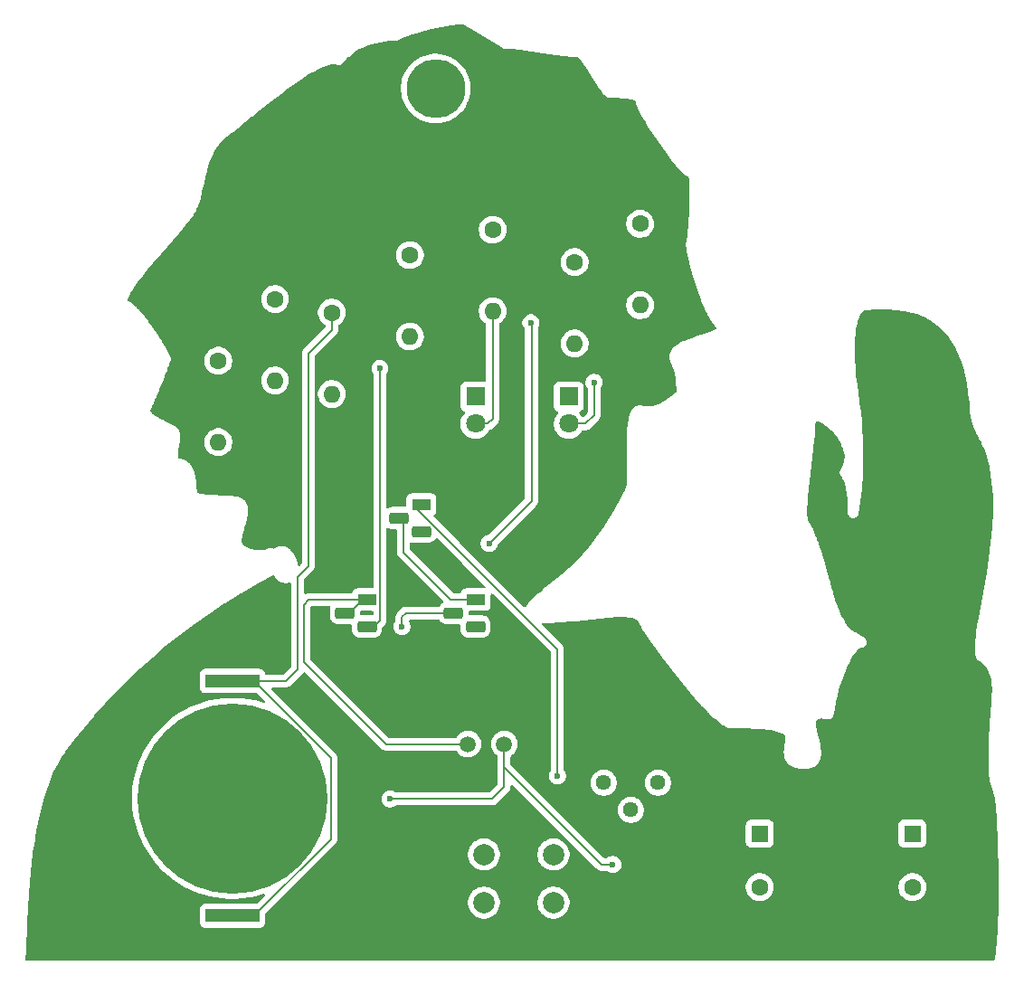
<source format=gbr>
%TF.GenerationSoftware,KiCad,Pcbnew,9.0.1*%
%TF.CreationDate,2025-06-11T16:25:31+05:30*%
%TF.ProjectId,zenitsu,7a656e69-7473-4752-9e6b-696361645f70,rev?*%
%TF.SameCoordinates,Original*%
%TF.FileFunction,Copper,L2,Bot*%
%TF.FilePolarity,Positive*%
%FSLAX46Y46*%
G04 Gerber Fmt 4.6, Leading zero omitted, Abs format (unit mm)*
G04 Created by KiCad (PCBNEW 9.0.1) date 2025-06-11 16:25:32*
%MOMM*%
%LPD*%
G01*
G04 APERTURE LIST*
G04 Aperture macros list*
%AMRoundRect*
0 Rectangle with rounded corners*
0 $1 Rounding radius*
0 $2 $3 $4 $5 $6 $7 $8 $9 X,Y pos of 4 corners*
0 Add a 4 corners polygon primitive as box body*
4,1,4,$2,$3,$4,$5,$6,$7,$8,$9,$2,$3,0*
0 Add four circle primitives for the rounded corners*
1,1,$1+$1,$2,$3*
1,1,$1+$1,$4,$5*
1,1,$1+$1,$6,$7*
1,1,$1+$1,$8,$9*
0 Add four rect primitives between the rounded corners*
20,1,$1+$1,$2,$3,$4,$5,0*
20,1,$1+$1,$4,$5,$6,$7,0*
20,1,$1+$1,$6,$7,$8,$9,0*
20,1,$1+$1,$8,$9,$2,$3,0*%
G04 Aperture macros list end*
%TA.AperFunction,ComponentPad*%
%ADD10C,2.000000*%
%TD*%
%TA.AperFunction,ComponentPad*%
%ADD11O,1.600000X1.600000*%
%TD*%
%TA.AperFunction,ComponentPad*%
%ADD12C,1.600000*%
%TD*%
%TA.AperFunction,ComponentPad*%
%ADD13C,1.500000*%
%TD*%
%TA.AperFunction,ComponentPad*%
%ADD14C,1.800000*%
%TD*%
%TA.AperFunction,ComponentPad*%
%ADD15R,1.800000X1.800000*%
%TD*%
%TA.AperFunction,ComponentPad*%
%ADD16RoundRect,0.275000X-0.625000X0.275000X-0.625000X-0.275000X0.625000X-0.275000X0.625000X0.275000X0*%
%TD*%
%TA.AperFunction,ComponentPad*%
%ADD17R,1.800000X1.100000*%
%TD*%
%TA.AperFunction,SMDPad,CuDef*%
%ADD18C,17.800000*%
%TD*%
%TA.AperFunction,SMDPad,CuDef*%
%ADD19R,5.080000X1.270000*%
%TD*%
%TA.AperFunction,ComponentPad*%
%ADD20R,1.600000X1.600000*%
%TD*%
%TA.AperFunction,ComponentPad*%
%ADD21C,1.440000*%
%TD*%
%TA.AperFunction,ViaPad*%
%ADD22C,0.600000*%
%TD*%
%TA.AperFunction,ViaPad*%
%ADD23C,5.500000*%
%TD*%
%TA.AperFunction,Conductor*%
%ADD24C,0.200000*%
%TD*%
G04 APERTURE END LIST*
D10*
%TO.P,SW1,2,2*%
%TO.N,Net-(Q3-B)*%
X148915996Y-135041000D03*
X142415996Y-135041000D03*
%TO.P,SW1,1,1*%
%TO.N,Net-(C2-Pad1)*%
X148915996Y-130541000D03*
X142415996Y-130541000D03*
%TD*%
D11*
%TO.P,R7,2*%
%TO.N,Net-(C2-Pad1)*%
X117558996Y-91935000D03*
D12*
%TO.P,R7,1*%
%TO.N,Net-(Q2-B)*%
X117558996Y-84315000D03*
%TD*%
D13*
%TO.P,R3,2*%
%TO.N,GND*%
X144307996Y-120212000D03*
%TO.P,R3,1*%
%TO.N,Net-(Q1-B)*%
X140907996Y-120212000D03*
%TD*%
D11*
%TO.P,R6,2*%
%TO.N,Net-(Q2-C)*%
X150908996Y-82703000D03*
D12*
%TO.P,R6,1*%
%TO.N,Net-(Q3-B)*%
X150908996Y-75083000D03*
%TD*%
D11*
%TO.P,R4,2*%
%TO.N,Net-(Q2-C)*%
X128175996Y-87432000D03*
D12*
%TO.P,R4,1*%
%TO.N,Net-(BT1-+)*%
X128175996Y-79812000D03*
%TD*%
D14*
%TO.P,D1,2,A*%
%TO.N,Net-(D1-A)*%
X150343996Y-90217000D03*
D15*
%TO.P,D1,1,K*%
%TO.N,GND*%
X150343996Y-87677000D03*
%TD*%
D11*
%TO.P,R2,2*%
%TO.N,Net-(D1-A)*%
X135483996Y-82049000D03*
D12*
%TO.P,R2,1*%
%TO.N,Net-(Q1-E)*%
X135483996Y-74429000D03*
%TD*%
D15*
%TO.P,D2,1,K*%
%TO.N,GND*%
X141616998Y-87680000D03*
D14*
%TO.P,D2,2,A*%
%TO.N,Net-(D2-A)*%
X141616998Y-90220000D03*
%TD*%
D16*
%TO.P,Q1,3,E*%
%TO.N,Net-(Q1-E)*%
X131475372Y-109220000D03*
%TO.P,Q1,2,B*%
%TO.N,Net-(Q1-B)*%
X129405372Y-107950000D03*
D17*
%TO.P,Q1,1,C*%
X131475372Y-106680000D03*
%TD*%
D16*
%TO.P,Q3,3,E*%
%TO.N,GND*%
X141635372Y-109220000D03*
%TO.P,Q3,2,B*%
%TO.N,Net-(Q3-B)*%
X139565372Y-107950000D03*
D17*
%TO.P,Q3,1,C*%
%TO.N,Net-(Q2-B)*%
X141635372Y-106680000D03*
%TD*%
D18*
%TO.P,BT1,2,-*%
%TO.N,GND*%
X118865372Y-125282000D03*
D19*
%TO.P,BT1,1,+*%
%TO.N,Net-(BT1-+)*%
X118865372Y-136267000D03*
X118865372Y-114297000D03*
%TD*%
D16*
%TO.P,Q2,3,E*%
%TO.N,GND*%
X136555372Y-100330000D03*
%TO.P,Q2,2,B*%
%TO.N,Net-(Q2-B)*%
X134485372Y-99060000D03*
D17*
%TO.P,Q2,1,C*%
%TO.N,Net-(Q2-C)*%
X136555372Y-97790000D03*
%TD*%
D12*
%TO.P,C1,2*%
%TO.N,GND*%
X168222872Y-133587500D03*
D20*
%TO.P,C1,1*%
%TO.N,Net-(Q1-B)*%
X168222872Y-128587500D03*
%TD*%
D21*
%TO.P,RV1,3,3*%
%TO.N,unconnected-(RV1-Pad3)*%
X153617872Y-123825000D03*
%TO.P,RV1,2,2*%
%TO.N,Net-(Q2-C)*%
X156157872Y-126365000D03*
%TO.P,RV1,1,1*%
%TO.N,Net-(Q1-B)*%
X158697872Y-123825000D03*
%TD*%
D11*
%TO.P,R1,2*%
%TO.N,Net-(D2-A)*%
X143220996Y-79671000D03*
D12*
%TO.P,R1,1*%
%TO.N,Net-(Q1-E)*%
X143220996Y-72051000D03*
%TD*%
%TO.P,C2,2*%
%TO.N,GND*%
X182510372Y-133587500D03*
D20*
%TO.P,C2,1*%
%TO.N,Net-(C2-Pad1)*%
X182510372Y-128587500D03*
%TD*%
D11*
%TO.P,R5,2*%
%TO.N,Net-(Q2-B)*%
X122866996Y-86163000D03*
D12*
%TO.P,R5,1*%
%TO.N,Net-(BT1-+)*%
X122866996Y-78543000D03*
%TD*%
D11*
%TO.P,R8,2*%
%TO.N,GND*%
X157024996Y-79125000D03*
D12*
%TO.P,R8,1*%
%TO.N,Net-(Q3-B)*%
X157024996Y-71505000D03*
%TD*%
D22*
%TO.N,GND*%
X154474998Y-131481000D03*
%TO.N,Net-(Q3-B)*%
X142900998Y-101419000D03*
%TO.N,Net-(Q1-E)*%
X132674998Y-85034000D03*
%TO.N,Net-(Q2-C)*%
X149287998Y-123178000D03*
%TO.N,Net-(Q3-B)*%
X134736998Y-109201000D03*
X146811998Y-80775000D03*
%TO.N,GND*%
X118865372Y-125282000D03*
X133617998Y-125345000D03*
%TO.N,Net-(D1-A)*%
X152715998Y-86346000D03*
D23*
%TO.N,*%
X137899998Y-58836000D03*
%TD*%
D24*
%TO.N,Net-(Q2-C)*%
X149287998Y-111340420D02*
X136155372Y-98207794D01*
X149287998Y-123178000D02*
X149287998Y-111340420D01*
X136155372Y-98207794D02*
X136155372Y-97790000D01*
%TO.N,Net-(BT1-+)*%
X118865372Y-136267000D02*
X120892551Y-136267000D01*
%TO.N,GND*%
X154474998Y-131481000D02*
X153419998Y-131481000D01*
X153419998Y-131481000D02*
X144307996Y-122368998D01*
X144307996Y-122368998D02*
X144307996Y-120212000D01*
%TO.N,Net-(Q2-B)*%
X134885372Y-102262374D02*
X139302998Y-106680000D01*
X134885372Y-99060000D02*
X134885372Y-102262374D01*
X139302998Y-106680000D02*
X141235372Y-106680000D01*
%TO.N,Net-(Q1-B)*%
X129805372Y-107950000D02*
X131075372Y-106680000D01*
%TO.N,Net-(D1-A)*%
X152715998Y-86346000D02*
X152715998Y-89435000D01*
X151933998Y-90217000D02*
X150343996Y-90217000D01*
X152715998Y-89435000D02*
X151933998Y-90217000D01*
%TO.N,Net-(D2-A)*%
X142789998Y-90220000D02*
X141616998Y-90220000D01*
X143220996Y-79671000D02*
X143220996Y-89789002D01*
X143220996Y-89789002D02*
X142789998Y-90220000D01*
%TO.N,Net-(Q3-B)*%
X134736998Y-109201000D02*
X134736998Y-108322000D01*
X134736998Y-108322000D02*
X135108998Y-107950000D01*
X135108998Y-107950000D02*
X139965372Y-107950000D01*
%TO.N,Net-(BT1-+)*%
X120892551Y-114297000D02*
X118865372Y-114297000D01*
X128066372Y-129093179D02*
X128066372Y-121470821D01*
X120892551Y-136267000D02*
X128066372Y-129093179D01*
X128066372Y-121470821D02*
X120892551Y-114297000D01*
%TO.N,Net-(Q1-E)*%
X132676372Y-85035374D02*
X132676372Y-108666626D01*
%TO.N,Net-(Q1-B)*%
X131075372Y-106680000D02*
X126013998Y-106680000D01*
%TO.N,Net-(Q3-B)*%
X142900998Y-101419000D02*
X146862998Y-97457000D01*
X146862998Y-80826000D02*
X146811998Y-80775000D01*
%TO.N,Net-(Q1-E)*%
X132676372Y-108666626D02*
X132122998Y-109220000D01*
X132674998Y-85034000D02*
X132676372Y-85035374D01*
X132122998Y-109220000D02*
X131075372Y-109220000D01*
%TO.N,Net-(Q3-B)*%
X146862998Y-97457000D02*
X146862998Y-80826000D01*
%TO.N,Net-(Q1-B)*%
X133247998Y-120212000D02*
X140907996Y-120212000D01*
X126013998Y-106680000D02*
X125534998Y-107159000D01*
X125534998Y-112499000D02*
X133247998Y-120212000D01*
X125534998Y-107159000D02*
X125534998Y-112499000D01*
%TO.N,Net-(BT1-+)*%
X128175996Y-81426002D02*
X128175996Y-79812000D01*
X123894998Y-114297000D02*
X124962398Y-113229600D01*
X124962398Y-113229600D02*
X124962398Y-104564600D01*
X118865372Y-114297000D02*
X123894998Y-114297000D01*
%TO.N,GND*%
X143176998Y-125345000D02*
X144307996Y-124214002D01*
%TO.N,Net-(BT1-+)*%
X125971998Y-103555000D02*
X125971998Y-83630000D01*
X124962398Y-104564600D02*
X125971998Y-103555000D01*
%TO.N,GND*%
X144307996Y-124214002D02*
X144307996Y-122368998D01*
%TO.N,Net-(BT1-+)*%
X125971998Y-83630000D02*
X128175996Y-81426002D01*
%TO.N,GND*%
X133617998Y-125345000D02*
X143176998Y-125345000D01*
%TD*%
%TA.AperFunction,NonConductor*%
G36*
X138047147Y-100949388D02*
G01*
X138054586Y-100956244D01*
X140359399Y-103261057D01*
X142516162Y-105417819D01*
X142549647Y-105479142D01*
X142544663Y-105548834D01*
X142502791Y-105604767D01*
X142437327Y-105629184D01*
X142428481Y-105629500D01*
X140687501Y-105629500D01*
X140687495Y-105629501D01*
X140627888Y-105635908D01*
X140493043Y-105686202D01*
X140493036Y-105686206D01*
X140377827Y-105772452D01*
X140377824Y-105772455D01*
X140291578Y-105887664D01*
X140291574Y-105887671D01*
X140250114Y-105998833D01*
X140208243Y-106054767D01*
X140142779Y-106079184D01*
X140133932Y-106079500D01*
X139603096Y-106079500D01*
X139536057Y-106059815D01*
X139515415Y-106043181D01*
X135522191Y-102049957D01*
X135488706Y-101988634D01*
X135485872Y-101962276D01*
X135485872Y-101445829D01*
X135505557Y-101378790D01*
X135558361Y-101333035D01*
X135627519Y-101323091D01*
X135650818Y-101328785D01*
X135756715Y-101365841D01*
X135756719Y-101365841D01*
X135756723Y-101365842D01*
X135798122Y-101370506D01*
X135886814Y-101380499D01*
X135886817Y-101380500D01*
X135886820Y-101380500D01*
X137223927Y-101380500D01*
X137223928Y-101380499D01*
X137354029Y-101365841D01*
X137518978Y-101308122D01*
X137666948Y-101215147D01*
X137790519Y-101091576D01*
X137861912Y-100977952D01*
X137914245Y-100931662D01*
X137983298Y-100921013D01*
X138047147Y-100949388D01*
G37*
%TD.AperFunction*%
%TA.AperFunction,NonConductor*%
G36*
X140488779Y-52852652D02*
G01*
X140489069Y-52852826D01*
X141614649Y-53527405D01*
X144151224Y-55047616D01*
X144152966Y-55048681D01*
X144204459Y-55080732D01*
X144204467Y-55080734D01*
X144206302Y-55081567D01*
X144206324Y-55081577D01*
X144209284Y-55082920D01*
X144209286Y-55082921D01*
X144209889Y-55083194D01*
X144210358Y-55083367D01*
X144212226Y-55084176D01*
X144212227Y-55084177D01*
X144270528Y-55100823D01*
X144272494Y-55101402D01*
X144330552Y-55119041D01*
X144330557Y-55119041D01*
X144332542Y-55119370D01*
X144332543Y-55119370D01*
X144335729Y-55119897D01*
X144335730Y-55119897D01*
X144335739Y-55119899D01*
X144336458Y-55120018D01*
X144336972Y-55120064D01*
X144338937Y-55120355D01*
X144338947Y-55120358D01*
X144399630Y-55121347D01*
X144401649Y-55121398D01*
X144653760Y-55129759D01*
X144658735Y-55130025D01*
X144979981Y-55153681D01*
X144983662Y-55154009D01*
X145828381Y-55242315D01*
X145831280Y-55242653D01*
X147931136Y-55513543D01*
X149890483Y-55773591D01*
X149894973Y-55775357D01*
X149955741Y-55782252D01*
X150016341Y-55790295D01*
X150016348Y-55790294D01*
X150019769Y-55790298D01*
X150033624Y-55791088D01*
X150655259Y-55861623D01*
X150662807Y-55864321D01*
X150720589Y-55869036D01*
X150754918Y-55872931D01*
X150778232Y-55875577D01*
X150778232Y-55875576D01*
X150778233Y-55875577D01*
X150778233Y-55875576D01*
X150786364Y-55875431D01*
X150786374Y-55876032D01*
X150800454Y-55875553D01*
X150948335Y-55887622D01*
X150961128Y-55891448D01*
X151013833Y-55892967D01*
X151066377Y-55897255D01*
X151066693Y-55897197D01*
X151092509Y-55895234D01*
X151135681Y-55896478D01*
X151202124Y-55918086D01*
X151208410Y-55922683D01*
X151223705Y-55934623D01*
X151231922Y-55941634D01*
X151289199Y-55994989D01*
X151294845Y-56000598D01*
X151362031Y-56071763D01*
X151367588Y-56078063D01*
X151542793Y-56290845D01*
X151547263Y-56296612D01*
X151740110Y-56561162D01*
X151742727Y-56564894D01*
X151948897Y-56870734D01*
X151950850Y-56873723D01*
X152389650Y-57566915D01*
X152390148Y-57567709D01*
X152638924Y-57967366D01*
X152794209Y-58216829D01*
X152795481Y-58220780D01*
X152828990Y-58272703D01*
X152849780Y-58306102D01*
X152861662Y-58325190D01*
X152862747Y-58326511D01*
X152871114Y-58337977D01*
X153000283Y-58538129D01*
X153008223Y-58550432D01*
X153010468Y-58556818D01*
X153043886Y-58605694D01*
X153044793Y-58607098D01*
X153076014Y-58655476D01*
X153081276Y-58661672D01*
X153080651Y-58662201D01*
X153089298Y-58672110D01*
X153198374Y-58831640D01*
X153208051Y-58845792D01*
X153208050Y-58845792D01*
X153213124Y-58853212D01*
X153215621Y-58856864D01*
X153220017Y-58867737D01*
X153252714Y-58911113D01*
X153283382Y-58955966D01*
X153283384Y-58955968D01*
X153288650Y-58961844D01*
X153300359Y-58974319D01*
X153409391Y-59118961D01*
X153417516Y-59129739D01*
X153426812Y-59148230D01*
X153457027Y-59182155D01*
X153460077Y-59186201D01*
X153467714Y-59196333D01*
X153484383Y-59218445D01*
X153491874Y-59224295D01*
X153508141Y-59239545D01*
X153613307Y-59357623D01*
X153627872Y-59380240D01*
X153656946Y-59406621D01*
X153661334Y-59411548D01*
X153683063Y-59435944D01*
X153683065Y-59435946D01*
X153697476Y-59445416D01*
X153712697Y-59457207D01*
X153719483Y-59463364D01*
X153732157Y-59476708D01*
X153744457Y-59491751D01*
X153769195Y-59509545D01*
X153780116Y-59518380D01*
X153802685Y-59538859D01*
X153819967Y-59547748D01*
X153835661Y-59557355D01*
X153847496Y-59565868D01*
X153856103Y-59572656D01*
X153880677Y-59593869D01*
X153885053Y-59597646D01*
X153895538Y-59602714D01*
X153896191Y-59603032D01*
X153905533Y-59607615D01*
X153923441Y-59620497D01*
X153959133Y-59634004D01*
X153964363Y-59636479D01*
X153964408Y-59636501D01*
X154012292Y-59659160D01*
X154013082Y-59659537D01*
X154070120Y-59687111D01*
X154070122Y-59687111D01*
X154072354Y-59687849D01*
X154072570Y-59687920D01*
X154073985Y-59688388D01*
X154074101Y-59688409D01*
X154074103Y-59688410D01*
X154136662Y-59699806D01*
X154137061Y-59699881D01*
X154177828Y-59707658D01*
X154187191Y-59709824D01*
X154221017Y-59719047D01*
X154231871Y-59719094D01*
X154253551Y-59721100D01*
X154264222Y-59723045D01*
X154303117Y-59719863D01*
X154313751Y-59719452D01*
X154621347Y-59720799D01*
X154623768Y-59720835D01*
X155032102Y-59730934D01*
X155035046Y-59731043D01*
X155249991Y-59741698D01*
X155252689Y-59741861D01*
X155472373Y-59757712D01*
X155475652Y-59757996D01*
X155692261Y-59779731D01*
X155696524Y-59780235D01*
X155903994Y-59808423D01*
X155909380Y-59809277D01*
X156101111Y-59844070D01*
X156108086Y-59845544D01*
X156283218Y-59887863D01*
X156289748Y-59889632D01*
X156358030Y-59910146D01*
X156363219Y-59911830D01*
X156427483Y-59934281D01*
X156433466Y-59936547D01*
X156487444Y-59958608D01*
X156494363Y-59961686D01*
X156536804Y-59982148D01*
X156544768Y-59986352D01*
X156550825Y-59989837D01*
X156552323Y-59990699D01*
X156600614Y-60041194D01*
X156614035Y-60087642D01*
X156614325Y-60091044D01*
X156616066Y-60098983D01*
X156614718Y-60099278D01*
X156619332Y-60124130D01*
X156619774Y-60145533D01*
X156619774Y-60145538D01*
X156624931Y-60163308D01*
X156628781Y-60181668D01*
X156631198Y-60200020D01*
X156643217Y-60229033D01*
X156647745Y-60241932D01*
X156658266Y-60278189D01*
X156662105Y-60296465D01*
X156664563Y-60315027D01*
X156664564Y-60315030D01*
X156676520Y-60343836D01*
X156681080Y-60356813D01*
X156689774Y-60386774D01*
X156689776Y-60386778D01*
X156699466Y-60402792D01*
X156707904Y-60419451D01*
X156782622Y-60599467D01*
X156798690Y-60638178D01*
X156802478Y-60656392D01*
X156823861Y-60698821D01*
X156842078Y-60742711D01*
X156842079Y-60742712D01*
X156846275Y-60748173D01*
X156858684Y-60767921D01*
X156999916Y-61048162D01*
X157006082Y-61060397D01*
X157008665Y-61070650D01*
X157035666Y-61119097D01*
X157036824Y-61121394D01*
X157036824Y-61121395D01*
X157060632Y-61168636D01*
X157065208Y-61175357D01*
X157065063Y-61175455D01*
X157074346Y-61188499D01*
X157265290Y-61531101D01*
X157272373Y-61543810D01*
X157274317Y-61550703D01*
X157304381Y-61601241D01*
X157305229Y-61602763D01*
X157333042Y-61652666D01*
X157337892Y-61659189D01*
X157337293Y-61659633D01*
X157345467Y-61670310D01*
X157537361Y-61992890D01*
X157588239Y-62078416D01*
X157589849Y-62083684D01*
X157621892Y-62134987D01*
X157622576Y-62136136D01*
X157622576Y-62136137D01*
X157652801Y-62186947D01*
X157656044Y-62191061D01*
X157663827Y-62202129D01*
X157943851Y-62650466D01*
X157945304Y-62654925D01*
X157978698Y-62706260D01*
X157979301Y-62707225D01*
X158011174Y-62758256D01*
X158013142Y-62760644D01*
X158021391Y-62771887D01*
X158322541Y-63234823D01*
X158322541Y-63234824D01*
X158329134Y-63244959D01*
X158330559Y-63249090D01*
X158365017Y-63300120D01*
X158365595Y-63301008D01*
X158365612Y-63301034D01*
X158398608Y-63351756D01*
X158400095Y-63353494D01*
X158408625Y-63364698D01*
X158551144Y-63575750D01*
X158733930Y-63846433D01*
X158735447Y-63850595D01*
X158770739Y-63900944D01*
X158771377Y-63901889D01*
X158803806Y-63949912D01*
X158805200Y-63951976D01*
X158805202Y-63951978D01*
X158806804Y-63953787D01*
X158815514Y-63964824D01*
X159140847Y-64428959D01*
X159140846Y-64428959D01*
X159148090Y-64439294D01*
X159149839Y-64443820D01*
X159185832Y-64493138D01*
X159186487Y-64494072D01*
X159186522Y-64494121D01*
X159220943Y-64543227D01*
X159223325Y-64545824D01*
X159232104Y-64556540D01*
X159561567Y-65007969D01*
X159563761Y-65013286D01*
X159600336Y-65061092D01*
X159601172Y-65062237D01*
X159601192Y-65062264D01*
X159635865Y-65109772D01*
X159639929Y-65114036D01*
X159648650Y-65124240D01*
X159955774Y-65525666D01*
X159955775Y-65525666D01*
X159964583Y-65537179D01*
X159967597Y-65543922D01*
X160004566Y-65589440D01*
X160012792Y-65600192D01*
X160040178Y-65635985D01*
X160045917Y-65641741D01*
X160045415Y-65642240D01*
X160055161Y-65651734D01*
X160339331Y-66001611D01*
X160348001Y-66012286D01*
X160352623Y-66021584D01*
X160389434Y-66063298D01*
X160391036Y-66065271D01*
X160391046Y-66065282D01*
X160424537Y-66106518D01*
X160430445Y-66112108D01*
X160430303Y-66112257D01*
X160442046Y-66122921D01*
X160704378Y-66420204D01*
X160712616Y-66434396D01*
X160747832Y-66469448D01*
X160780715Y-66506712D01*
X160780716Y-66506713D01*
X160784170Y-66509005D01*
X160803074Y-66524433D01*
X161024724Y-66745051D01*
X161036528Y-66762028D01*
X161071248Y-66791359D01*
X161074838Y-66794932D01*
X161074839Y-66794933D01*
X161090117Y-66810139D01*
X161103472Y-66823432D01*
X161105666Y-66824692D01*
X161111695Y-66828155D01*
X161129957Y-66840956D01*
X161174560Y-66878635D01*
X161189698Y-66893856D01*
X161197151Y-66902778D01*
X161228437Y-66924785D01*
X161237117Y-66931482D01*
X161266358Y-66956185D01*
X161276872Y-66961130D01*
X161295432Y-66971913D01*
X161335373Y-67000010D01*
X161346758Y-67009062D01*
X161368485Y-67028528D01*
X161368487Y-67028529D01*
X161387006Y-67037907D01*
X161387005Y-67037907D01*
X161395005Y-67041958D01*
X161419308Y-67059054D01*
X161453532Y-67071595D01*
X161517420Y-67103946D01*
X161568335Y-67151794D01*
X161581237Y-67182710D01*
X161588440Y-67209802D01*
X161591352Y-67224096D01*
X161628080Y-67480734D01*
X161628986Y-67489054D01*
X161654897Y-67835564D01*
X161655182Y-67840956D01*
X161667980Y-68252412D01*
X161668033Y-68257629D01*
X161657237Y-69240788D01*
X161657111Y-69245170D01*
X161606265Y-70341603D01*
X161606096Y-70344503D01*
X161527210Y-71473341D01*
X161527039Y-71475519D01*
X161432618Y-72553244D01*
X161432437Y-72555136D01*
X161334943Y-73500985D01*
X161334944Y-73500986D01*
X161334882Y-73501591D01*
X161327777Y-73564888D01*
X161328122Y-73567175D01*
X161327886Y-73569472D01*
X161330635Y-73586611D01*
X161337869Y-73631704D01*
X161338042Y-73632813D01*
X161389815Y-73975363D01*
X161389814Y-73975363D01*
X161391878Y-73989021D01*
X161391152Y-73999118D01*
X161401699Y-74053990D01*
X161402072Y-74056457D01*
X161402072Y-74056458D01*
X161410058Y-74109299D01*
X161412312Y-74117110D01*
X161412076Y-74117177D01*
X161416722Y-74132151D01*
X161480494Y-74463927D01*
X161483208Y-74478051D01*
X161482888Y-74485879D01*
X161495618Y-74542615D01*
X161495978Y-74544483D01*
X161495981Y-74544496D01*
X161506606Y-74599772D01*
X161509167Y-74607477D01*
X161508571Y-74607674D01*
X161513174Y-74620850D01*
X161562909Y-74842490D01*
X161600523Y-75010114D01*
X161600424Y-75016692D01*
X161614922Y-75074283D01*
X161615275Y-75075855D01*
X161627935Y-75132273D01*
X161630735Y-75139904D01*
X161629834Y-75140234D01*
X161634578Y-75152358D01*
X161737912Y-75562823D01*
X161741302Y-75576287D01*
X161741351Y-75582209D01*
X161757356Y-75640055D01*
X161757707Y-75641447D01*
X161757717Y-75641485D01*
X161771813Y-75697477D01*
X161772030Y-75698336D01*
X161774370Y-75704237D01*
X161778614Y-75716883D01*
X161899540Y-76153932D01*
X161899539Y-76153932D01*
X161903156Y-76167004D01*
X161903329Y-76172662D01*
X161920680Y-76230338D01*
X161921056Y-76231696D01*
X161921063Y-76231719D01*
X161936787Y-76288545D01*
X161938995Y-76293755D01*
X161943569Y-76306420D01*
X162066432Y-76714818D01*
X162083755Y-76772397D01*
X162084058Y-76778109D01*
X162102710Y-76835405D01*
X162120073Y-76893117D01*
X162120075Y-76893121D01*
X162122457Y-76898409D01*
X162127299Y-76910936D01*
X162280820Y-77382508D01*
X162281285Y-77388549D01*
X162301184Y-77445064D01*
X162301627Y-77446424D01*
X162301644Y-77446473D01*
X162319743Y-77502067D01*
X162322636Y-77508123D01*
X162327707Y-77520387D01*
X162468338Y-77919781D01*
X162492131Y-77987351D01*
X162492822Y-77994022D01*
X162513974Y-78049386D01*
X162514523Y-78050945D01*
X162533673Y-78105331D01*
X162537350Y-78112579D01*
X162536599Y-78112959D01*
X162542695Y-78124560D01*
X162607374Y-78293849D01*
X162709370Y-78560816D01*
X162715562Y-78577021D01*
X162716594Y-78584698D01*
X162739035Y-78638461D01*
X162739709Y-78640224D01*
X162739709Y-78640226D01*
X162759831Y-78692893D01*
X162763699Y-78700044D01*
X162763133Y-78700349D01*
X162769923Y-78712460D01*
X162943742Y-79128877D01*
X162949140Y-79141810D01*
X162950723Y-79151007D01*
X162974461Y-79202472D01*
X162975343Y-79204585D01*
X162975352Y-79204605D01*
X162996309Y-79254810D01*
X163000391Y-79261836D01*
X163000065Y-79262025D01*
X163007878Y-79274921D01*
X163185537Y-79660089D01*
X163191198Y-79672361D01*
X163193724Y-79683835D01*
X163218725Y-79732043D01*
X163219932Y-79734658D01*
X163219932Y-79734659D01*
X163241474Y-79781360D01*
X163245610Y-79787912D01*
X163255161Y-79802295D01*
X163440651Y-80159942D01*
X163444909Y-80174870D01*
X163470889Y-80218245D01*
X163472638Y-80221618D01*
X163494176Y-80263147D01*
X163494178Y-80263149D01*
X163496233Y-80265399D01*
X163511058Y-80285313D01*
X163692059Y-80587507D01*
X163692060Y-80587507D01*
X163697686Y-80596900D01*
X163705402Y-80617181D01*
X163731418Y-80653217D01*
X163734144Y-80657768D01*
X163734144Y-80657770D01*
X163754252Y-80691341D01*
X163761974Y-80698819D01*
X163776247Y-80715312D01*
X163936088Y-80936715D01*
X163959863Y-80969646D01*
X163969867Y-80990164D01*
X163998276Y-81022854D01*
X164001550Y-81027389D01*
X164021482Y-81054997D01*
X164023641Y-81057987D01*
X164023643Y-81057988D01*
X164023646Y-81057992D01*
X164033069Y-81065670D01*
X164048337Y-81080460D01*
X164095283Y-81134481D01*
X164108466Y-81152778D01*
X164112969Y-81160405D01*
X164112971Y-81160407D01*
X164112972Y-81160408D01*
X164142254Y-81189129D01*
X164149015Y-81196310D01*
X164162609Y-81211953D01*
X164191725Y-81275467D01*
X164181881Y-81344640D01*
X164136202Y-81397509D01*
X164111160Y-81409907D01*
X163732681Y-81546695D01*
X163729482Y-81547802D01*
X162789437Y-81858807D01*
X162781426Y-81860921D01*
X162718249Y-81882356D01*
X162717360Y-81882654D01*
X162653842Y-81903669D01*
X162646163Y-81906813D01*
X162251825Y-82040609D01*
X162237938Y-82045320D01*
X162231429Y-82045915D01*
X162175708Y-82066434D01*
X162174176Y-82066954D01*
X162174130Y-82066971D01*
X162119337Y-82085562D01*
X162112109Y-82089125D01*
X162100143Y-82094260D01*
X161713511Y-82236639D01*
X161700871Y-82241293D01*
X161689458Y-82242861D01*
X161639215Y-82263998D01*
X161636553Y-82264979D01*
X161636552Y-82264979D01*
X161588028Y-82282848D01*
X161580836Y-82286628D01*
X161580823Y-82286605D01*
X161566199Y-82294717D01*
X161200790Y-82448449D01*
X161200789Y-82448448D01*
X161190067Y-82452958D01*
X161171542Y-82456932D01*
X161129574Y-82478409D01*
X161125288Y-82480213D01*
X161125279Y-82480218D01*
X161086081Y-82496709D01*
X161086079Y-82496710D01*
X161080283Y-82501209D01*
X161060752Y-82513631D01*
X160741106Y-82677218D01*
X160741107Y-82677219D01*
X160731398Y-82682188D01*
X160710495Y-82688599D01*
X160672973Y-82712087D01*
X160668196Y-82714533D01*
X160668196Y-82714534D01*
X160633548Y-82732266D01*
X160633544Y-82732269D01*
X160625415Y-82739615D01*
X160608082Y-82752712D01*
X160523998Y-82805352D01*
X160512954Y-82812266D01*
X160493793Y-82819896D01*
X160457300Y-82847107D01*
X160453016Y-82849789D01*
X160453014Y-82849789D01*
X160418732Y-82871251D01*
X160418728Y-82871255D01*
X160412313Y-82878145D01*
X160395689Y-82893047D01*
X160323345Y-82946992D01*
X160323346Y-82946993D01*
X160315726Y-82952675D01*
X160291407Y-82965578D01*
X160263136Y-82991890D01*
X160257720Y-82995930D01*
X160257718Y-82995930D01*
X160232162Y-83014988D01*
X160220986Y-83029145D01*
X160208145Y-83043074D01*
X160140465Y-83106068D01*
X160140466Y-83106069D01*
X160135245Y-83110928D01*
X160105351Y-83132944D01*
X160087225Y-83155623D01*
X160080546Y-83161840D01*
X160080542Y-83161846D01*
X160065962Y-83175417D01*
X160050046Y-83200837D01*
X160041815Y-83212444D01*
X159977813Y-83292526D01*
X159977814Y-83292527D01*
X159975297Y-83295675D01*
X159941867Y-83332353D01*
X159934306Y-83346968D01*
X159926668Y-83356527D01*
X159924032Y-83359825D01*
X159924031Y-83359826D01*
X159905740Y-83401630D01*
X159902278Y-83408890D01*
X159846931Y-83515895D01*
X159846609Y-83516516D01*
X159816982Y-83572337D01*
X159816375Y-83574973D01*
X159815131Y-83577379D01*
X159815130Y-83577380D01*
X159815130Y-83577382D01*
X159801752Y-83638480D01*
X159801464Y-83639765D01*
X159788380Y-83696623D01*
X159784770Y-83709220D01*
X159782294Y-83716403D01*
X159770685Y-83773341D01*
X159770028Y-83776372D01*
X159757015Y-83832927D01*
X159756412Y-83839222D01*
X159755970Y-83845533D01*
X159759491Y-83903510D01*
X159759546Y-83904471D01*
X159759603Y-83905550D01*
X159761709Y-83964623D01*
X159762944Y-83968654D01*
X159763574Y-83980545D01*
X159763008Y-83982930D01*
X159763075Y-83982925D01*
X159768443Y-84051148D01*
X159768597Y-84053352D01*
X159772257Y-84113573D01*
X159772774Y-84116238D01*
X159773328Y-84119096D01*
X159773371Y-84119320D01*
X159773482Y-84119727D01*
X159774049Y-84122394D01*
X159794186Y-84179261D01*
X159794567Y-84180337D01*
X159814023Y-84238561D01*
X159816524Y-84242342D01*
X159820619Y-84253905D01*
X159820624Y-84253915D01*
X159828751Y-84276865D01*
X159833958Y-84296603D01*
X159836455Y-84310684D01*
X159836457Y-84310692D01*
X159851527Y-84342930D01*
X159856080Y-84354043D01*
X159867965Y-84387603D01*
X159867966Y-84387605D01*
X159867967Y-84387606D01*
X159876068Y-84399394D01*
X159886207Y-84417111D01*
X159963898Y-84583302D01*
X159965302Y-84586305D01*
X159967856Y-84592157D01*
X160050496Y-84795627D01*
X160052608Y-84801209D01*
X160124858Y-85006984D01*
X160126578Y-85012259D01*
X160189023Y-85219311D01*
X160190405Y-85224260D01*
X160243736Y-85431848D01*
X160244826Y-85436455D01*
X160268753Y-85546931D01*
X160288175Y-85636606D01*
X160289655Y-85643437D01*
X160290500Y-85647699D01*
X160327509Y-85853122D01*
X160328150Y-85857035D01*
X160358037Y-86059902D01*
X160358509Y-86063462D01*
X160381988Y-86262695D01*
X160382324Y-86265909D01*
X160399850Y-86457455D01*
X160400156Y-86461535D01*
X160422058Y-86837107D01*
X160422232Y-86841332D01*
X160430164Y-87169790D01*
X160428704Y-87175244D01*
X160429944Y-87180753D01*
X160419773Y-87208623D01*
X160412104Y-87237286D01*
X160407418Y-87242478D01*
X160405992Y-87246388D01*
X160381213Y-87271522D01*
X160374267Y-87276799D01*
X160362320Y-87284826D01*
X160361861Y-87285096D01*
X160313549Y-87322915D01*
X160312136Y-87324005D01*
X160263225Y-87361168D01*
X160262856Y-87361535D01*
X160252034Y-87371072D01*
X159950140Y-87607403D01*
X159947692Y-87609271D01*
X159549684Y-87905203D01*
X159545115Y-87908443D01*
X159342646Y-88045235D01*
X159338069Y-88048183D01*
X159127340Y-88177457D01*
X159121481Y-88180835D01*
X158906493Y-88297091D01*
X158899202Y-88300729D01*
X158681113Y-88400747D01*
X158672229Y-88404412D01*
X158444983Y-88488000D01*
X158437256Y-88490557D01*
X158332856Y-88521350D01*
X158327131Y-88522891D01*
X158216104Y-88549944D01*
X158209968Y-88551275D01*
X158148700Y-88562950D01*
X158098606Y-88572495D01*
X158092063Y-88573561D01*
X157980186Y-88588735D01*
X157973281Y-88589475D01*
X157860748Y-88598361D01*
X157853538Y-88598720D01*
X157740009Y-88601056D01*
X157732567Y-88600985D01*
X157617762Y-88596453D01*
X157610168Y-88595920D01*
X157493623Y-88584126D01*
X157485976Y-88583111D01*
X157367267Y-88563579D01*
X157359666Y-88562083D01*
X157325701Y-88554288D01*
X157268853Y-88541241D01*
X157249704Y-88535177D01*
X157246100Y-88533705D01*
X157235701Y-88529457D01*
X157235694Y-88529455D01*
X157201195Y-88525083D01*
X157201195Y-88525084D01*
X157195061Y-88524306D01*
X157155156Y-88515149D01*
X157129967Y-88516060D01*
X157127192Y-88515709D01*
X157119964Y-88514793D01*
X157119963Y-88514793D01*
X157119962Y-88514793D01*
X157105804Y-88512999D01*
X157086121Y-88508329D01*
X157081132Y-88507271D01*
X157030350Y-88503296D01*
X157030350Y-88503295D01*
X157027351Y-88503060D01*
X156973920Y-88496291D01*
X156961872Y-88497936D01*
X156949751Y-88496988D01*
X156949746Y-88496988D01*
X156899688Y-88506287D01*
X156898118Y-88506569D01*
X156895953Y-88506942D01*
X156843349Y-88514129D01*
X156835724Y-88517330D01*
X156821811Y-88519730D01*
X156813501Y-88518771D01*
X156807543Y-88519938D01*
X156807618Y-88520553D01*
X156799552Y-88521528D01*
X156756159Y-88532664D01*
X156747986Y-88534470D01*
X156703945Y-88542651D01*
X156699388Y-88544828D01*
X156676797Y-88553032D01*
X156671903Y-88554288D01*
X156671901Y-88554289D01*
X156632857Y-88576283D01*
X156631134Y-88577236D01*
X156628328Y-88578757D01*
X156585023Y-88599437D01*
X156575996Y-88607152D01*
X156564504Y-88613388D01*
X156563496Y-88613604D01*
X156558755Y-88616421D01*
X156558755Y-88616422D01*
X156525477Y-88636204D01*
X156508346Y-88646387D01*
X156505848Y-88647832D01*
X156454802Y-88676588D01*
X156450080Y-88680132D01*
X156445475Y-88683760D01*
X156404580Y-88725710D01*
X156402542Y-88727753D01*
X156360634Y-88768784D01*
X156356711Y-88773787D01*
X156347934Y-88783816D01*
X156320623Y-88811832D01*
X156316423Y-88815941D01*
X156279082Y-88850779D01*
X156275362Y-88855293D01*
X156267777Y-88864958D01*
X156264313Y-88869593D01*
X156239331Y-88914165D01*
X156236338Y-88919220D01*
X156185282Y-89000971D01*
X156181700Y-89006705D01*
X156157803Y-89037052D01*
X156146947Y-89062351D01*
X156141916Y-89070408D01*
X156141915Y-89070411D01*
X156132362Y-89085708D01*
X156132361Y-89085710D01*
X156132361Y-89085711D01*
X156126614Y-89104526D01*
X156123047Y-89116202D01*
X156118412Y-89128864D01*
X156079991Y-89218416D01*
X156079990Y-89218415D01*
X156077270Y-89224754D01*
X156058468Y-89257889D01*
X156051410Y-89285030D01*
X156047713Y-89293648D01*
X156047714Y-89293648D01*
X156040348Y-89310818D01*
X156040347Y-89310822D01*
X156035881Y-89341733D01*
X156033166Y-89355201D01*
X155952932Y-89663796D01*
X155950708Y-89672346D01*
X155939022Y-89700264D01*
X155934201Y-89735836D01*
X155932331Y-89743030D01*
X155932331Y-89743034D01*
X155925166Y-89770592D01*
X155925325Y-89792042D01*
X155924205Y-89809605D01*
X155873607Y-90183039D01*
X155872002Y-90194883D01*
X155866335Y-90211602D01*
X155863184Y-90259962D01*
X155862603Y-90264252D01*
X155856679Y-90307977D01*
X155856678Y-90307984D01*
X155857401Y-90313636D01*
X155858139Y-90337410D01*
X155830328Y-90764356D01*
X155829491Y-90777206D01*
X155825756Y-90790600D01*
X155825223Y-90842732D01*
X155825001Y-90846144D01*
X155821831Y-90894821D01*
X155821831Y-90894830D01*
X155822033Y-90895840D01*
X155824419Y-90921345D01*
X155812984Y-92040196D01*
X155812984Y-92040197D01*
X155812927Y-92045831D01*
X155812835Y-92054792D01*
X155811251Y-92061090D01*
X155812161Y-92120588D01*
X155812146Y-92122141D01*
X155811555Y-92180081D01*
X155812508Y-92187941D01*
X155813393Y-92200957D01*
X155832837Y-93469740D01*
X155832852Y-93471647D01*
X155832784Y-94752050D01*
X155832674Y-94757264D01*
X155809182Y-95314673D01*
X155808723Y-95321318D01*
X155762729Y-95799752D01*
X155761181Y-95810700D01*
X155689921Y-96191402D01*
X155686777Y-96204325D01*
X155650411Y-96325153D01*
X155646001Y-96337426D01*
X155600603Y-96445535D01*
X155597184Y-96452977D01*
X155575465Y-96496417D01*
X155575093Y-96497155D01*
X155209950Y-97215469D01*
X155208363Y-97218487D01*
X154697757Y-98158070D01*
X154695951Y-98161280D01*
X154386210Y-98692977D01*
X154384675Y-98695540D01*
X154034306Y-99264972D01*
X154032524Y-99267784D01*
X153641861Y-99866103D01*
X153639810Y-99869144D01*
X153207914Y-100489710D01*
X153205568Y-100492967D01*
X152731509Y-101129163D01*
X152728836Y-101132621D01*
X152211685Y-101777866D01*
X152208647Y-101781512D01*
X151647562Y-102429151D01*
X151644120Y-102432962D01*
X151038204Y-103076457D01*
X151034315Y-103080406D01*
X150382722Y-103713207D01*
X150378346Y-103717257D01*
X149680195Y-104332896D01*
X149675292Y-104337000D01*
X148929664Y-104929070D01*
X148924202Y-104933166D01*
X148164637Y-105470900D01*
X148164636Y-105470901D01*
X148154839Y-105477835D01*
X148138931Y-105484999D01*
X148101241Y-105515779D01*
X148097748Y-105518253D01*
X148061523Y-105543899D01*
X148061516Y-105543906D01*
X148058039Y-105548094D01*
X148041084Y-105564913D01*
X148036863Y-105568360D01*
X148036862Y-105568360D01*
X148010913Y-105604388D01*
X148010914Y-105604389D01*
X148008412Y-105607862D01*
X147977336Y-105645291D01*
X147970045Y-105661137D01*
X147963031Y-105670877D01*
X147963029Y-105670880D01*
X147957528Y-105678518D01*
X147952946Y-105684489D01*
X147918849Y-105726236D01*
X147913301Y-105732576D01*
X147802281Y-105851074D01*
X147796952Y-105856426D01*
X147660010Y-105985816D01*
X147656750Y-105988789D01*
X147496370Y-106129871D01*
X147494886Y-106131155D01*
X147196297Y-106385547D01*
X147196296Y-106385548D01*
X147186937Y-106393522D01*
X147182849Y-106395557D01*
X147136851Y-106436192D01*
X147135964Y-106436949D01*
X147135962Y-106436949D01*
X147090098Y-106476026D01*
X147088236Y-106478090D01*
X147078296Y-106487924D01*
X147013847Y-106544862D01*
X147003361Y-106554125D01*
X146995098Y-106558628D01*
X146954094Y-106597650D01*
X146952368Y-106599176D01*
X146911658Y-106635142D01*
X146906322Y-106641272D01*
X146906049Y-106641034D01*
X146896323Y-106652632D01*
X146838102Y-106708042D01*
X146825127Y-106717935D01*
X146825195Y-106718021D01*
X146818838Y-106723088D01*
X146782488Y-106760810D01*
X146779587Y-106763722D01*
X146779050Y-106764243D01*
X146740753Y-106800693D01*
X146739638Y-106802516D01*
X146732597Y-106809355D01*
X146732548Y-106809380D01*
X146695693Y-106850749D01*
X146692400Y-106854303D01*
X146649519Y-106898806D01*
X146649309Y-106898604D01*
X146648978Y-106898979D01*
X146614998Y-106941108D01*
X146611773Y-106944945D01*
X146611376Y-106945398D01*
X146577423Y-106983512D01*
X146576639Y-106985070D01*
X146570406Y-106992189D01*
X146569835Y-106992551D01*
X146567990Y-106994868D01*
X146565481Y-106997570D01*
X146538411Y-107035693D01*
X146533829Y-107041745D01*
X146504470Y-107078147D01*
X146503388Y-107079921D01*
X146492821Y-107093121D01*
X146493445Y-107093617D01*
X146488381Y-107099983D01*
X146466757Y-107135981D01*
X146461575Y-107143904D01*
X146451907Y-107157520D01*
X146437255Y-107178156D01*
X146434341Y-107183665D01*
X146430959Y-107191010D01*
X146424914Y-107201878D01*
X146416825Y-107211339D01*
X146399603Y-107247387D01*
X146397735Y-107250748D01*
X146397425Y-107251053D01*
X146395664Y-107254329D01*
X146377067Y-107285287D01*
X146377063Y-107285297D01*
X146375586Y-107290451D01*
X146374924Y-107291887D01*
X146374914Y-107292714D01*
X146363262Y-107317214D01*
X146359848Y-107324631D01*
X146359618Y-107324978D01*
X146353257Y-107334488D01*
X146353173Y-107334733D01*
X146348735Y-107341452D01*
X146327675Y-107359238D01*
X146308969Y-107379491D01*
X146301361Y-107381464D01*
X146295357Y-107386536D01*
X146268020Y-107390114D01*
X146241338Y-107397037D01*
X146233872Y-107394584D01*
X146226079Y-107395605D01*
X146201149Y-107383836D01*
X146174957Y-107375234D01*
X146164519Y-107366545D01*
X146162895Y-107365779D01*
X146162132Y-107364558D01*
X146157594Y-107360781D01*
X140136966Y-101340153D01*
X142100498Y-101340153D01*
X142100498Y-101497846D01*
X142131259Y-101652489D01*
X142131262Y-101652501D01*
X142191600Y-101798172D01*
X142191607Y-101798185D01*
X142279208Y-101929288D01*
X142279211Y-101929292D01*
X142390705Y-102040786D01*
X142390709Y-102040789D01*
X142521812Y-102128390D01*
X142521825Y-102128397D01*
X142654406Y-102183313D01*
X142667501Y-102188737D01*
X142788634Y-102212832D01*
X142822151Y-102219499D01*
X142822154Y-102219500D01*
X142822156Y-102219500D01*
X142979842Y-102219500D01*
X142979843Y-102219499D01*
X143134495Y-102188737D01*
X143280177Y-102128394D01*
X143411287Y-102040789D01*
X143522787Y-101929289D01*
X143610392Y-101798179D01*
X143616049Y-101784523D01*
X143633058Y-101743459D01*
X143670735Y-101652497D01*
X143693729Y-101536898D01*
X143701636Y-101497150D01*
X143734021Y-101435239D01*
X143735517Y-101433715D01*
X147221504Y-97947727D01*
X147221509Y-97947724D01*
X147231712Y-97937520D01*
X147231714Y-97937520D01*
X147343518Y-97825716D01*
X147400081Y-97727745D01*
X147422575Y-97688785D01*
X147463498Y-97536057D01*
X147463498Y-97377943D01*
X147463498Y-86729135D01*
X148943496Y-86729135D01*
X148943496Y-88624870D01*
X148943497Y-88624876D01*
X148949904Y-88684483D01*
X149000198Y-88819328D01*
X149000202Y-88819335D01*
X149086448Y-88934544D01*
X149086451Y-88934547D01*
X149201660Y-89020793D01*
X149201667Y-89020797D01*
X149281576Y-89050601D01*
X149337510Y-89092472D01*
X149361927Y-89157936D01*
X149347076Y-89226209D01*
X149325925Y-89254463D01*
X149275752Y-89304636D01*
X149275748Y-89304641D01*
X149146183Y-89482974D01*
X149046100Y-89679393D01*
X149046099Y-89679396D01*
X148977981Y-89889047D01*
X148955679Y-90029857D01*
X148943496Y-90106778D01*
X148943496Y-90327222D01*
X148955485Y-90402915D01*
X148977981Y-90544952D01*
X149046099Y-90754603D01*
X149046100Y-90754606D01*
X149099954Y-90860297D01*
X149121584Y-90902749D01*
X149146183Y-90951025D01*
X149275748Y-91129358D01*
X149275752Y-91129363D01*
X149431632Y-91285243D01*
X149431637Y-91285247D01*
X149555250Y-91375056D01*
X149609974Y-91414815D01*
X149692880Y-91457058D01*
X149806389Y-91514895D01*
X149806392Y-91514896D01*
X149911217Y-91548955D01*
X150016045Y-91583015D01*
X150233774Y-91617500D01*
X150233775Y-91617500D01*
X150454217Y-91617500D01*
X150454218Y-91617500D01*
X150671947Y-91583015D01*
X150881602Y-91514895D01*
X151078018Y-91414815D01*
X151256361Y-91285242D01*
X151412238Y-91129365D01*
X151541811Y-90951022D01*
X151570446Y-90894824D01*
X151575348Y-90885204D01*
X151585796Y-90874140D01*
X151592119Y-90860297D01*
X151609299Y-90849255D01*
X151623322Y-90834409D01*
X151639001Y-90830167D01*
X151650897Y-90822523D01*
X151685832Y-90817500D01*
X151847329Y-90817500D01*
X151847345Y-90817501D01*
X151854941Y-90817501D01*
X152013052Y-90817501D01*
X152013055Y-90817501D01*
X152165783Y-90776577D01*
X152230360Y-90739293D01*
X152302714Y-90697520D01*
X152414518Y-90585716D01*
X152414518Y-90585714D01*
X152424722Y-90575511D01*
X152424726Y-90575506D01*
X153074504Y-89925728D01*
X153074509Y-89925724D01*
X153084712Y-89915520D01*
X153084714Y-89915520D01*
X153196518Y-89803716D01*
X153249953Y-89711163D01*
X153275575Y-89666785D01*
X153316499Y-89514057D01*
X153316499Y-89355943D01*
X153316499Y-89348348D01*
X153316498Y-89348330D01*
X153316498Y-86925765D01*
X153336183Y-86858726D01*
X153337396Y-86856874D01*
X153376749Y-86797979D01*
X153425392Y-86725179D01*
X153485735Y-86579497D01*
X153516498Y-86424842D01*
X153516498Y-86267158D01*
X153516498Y-86267155D01*
X153516497Y-86267153D01*
X153506932Y-86219068D01*
X153485735Y-86112503D01*
X153480961Y-86100978D01*
X153425395Y-85966827D01*
X153425388Y-85966814D01*
X153337787Y-85835711D01*
X153337784Y-85835707D01*
X153226290Y-85724213D01*
X153226286Y-85724210D01*
X153095183Y-85636609D01*
X153095170Y-85636602D01*
X152949499Y-85576264D01*
X152949487Y-85576261D01*
X152794843Y-85545500D01*
X152794840Y-85545500D01*
X152637156Y-85545500D01*
X152637153Y-85545500D01*
X152482508Y-85576261D01*
X152482496Y-85576264D01*
X152336825Y-85636602D01*
X152336812Y-85636609D01*
X152205709Y-85724210D01*
X152205705Y-85724213D01*
X152094211Y-85835707D01*
X152094208Y-85835711D01*
X152006607Y-85966814D01*
X152006600Y-85966827D01*
X151946262Y-86112498D01*
X151946259Y-86112510D01*
X151915498Y-86267153D01*
X151915498Y-86267158D01*
X151915498Y-86424842D01*
X151915499Y-86424846D01*
X151922126Y-86458164D01*
X151915898Y-86527755D01*
X151873034Y-86582932D01*
X151831927Y-86597433D01*
X151846741Y-86595945D01*
X151871934Y-86589512D01*
X151880946Y-86592510D01*
X151890394Y-86591562D01*
X151913559Y-86603361D01*
X151938230Y-86611570D01*
X151944189Y-86618963D01*
X151952652Y-86623274D01*
X151974605Y-86650910D01*
X151978858Y-86658194D01*
X152006604Y-86725179D01*
X152094209Y-86856289D01*
X152094960Y-86857040D01*
X152098581Y-86863241D01*
X152111217Y-86909943D01*
X152115478Y-86923551D01*
X152115186Y-86924613D01*
X152115498Y-86925765D01*
X152115498Y-89134903D01*
X152095813Y-89201942D01*
X152079179Y-89222584D01*
X151755983Y-89545779D01*
X151694660Y-89579264D01*
X151624968Y-89574280D01*
X151569035Y-89532408D01*
X151557821Y-89514399D01*
X151541811Y-89482978D01*
X151541809Y-89482975D01*
X151541808Y-89482973D01*
X151412243Y-89304641D01*
X151412239Y-89304636D01*
X151362067Y-89254464D01*
X151328582Y-89193141D01*
X151333566Y-89123449D01*
X151375438Y-89067516D01*
X151406416Y-89050601D01*
X151486322Y-89020798D01*
X151486322Y-89020797D01*
X151486327Y-89020796D01*
X151601542Y-88934546D01*
X151687792Y-88819331D01*
X151738087Y-88684483D01*
X151744496Y-88624873D01*
X151744495Y-86729128D01*
X151744234Y-86726701D01*
X151744335Y-86726142D01*
X151744317Y-86725804D01*
X151744396Y-86725799D01*
X151745919Y-86717357D01*
X151743635Y-86708139D01*
X151752019Y-86683526D01*
X151756632Y-86657942D01*
X151763101Y-86650991D01*
X151766164Y-86642001D01*
X151786524Y-86625828D01*
X151804236Y-86606800D01*
X151806902Y-86606118D01*
X151805328Y-86605746D01*
X151808361Y-86605746D01*
X151813437Y-86604450D01*
X151814556Y-86603561D01*
X151808361Y-86605746D01*
X151805328Y-86605746D01*
X151739147Y-86590108D01*
X151691676Y-86541782D01*
X151687789Y-86534664D01*
X151601543Y-86419455D01*
X151601540Y-86419452D01*
X151486331Y-86333206D01*
X151486324Y-86333202D01*
X151351478Y-86282908D01*
X151351479Y-86282908D01*
X151291879Y-86276501D01*
X151291877Y-86276500D01*
X151291869Y-86276500D01*
X151291860Y-86276500D01*
X149396125Y-86276500D01*
X149396119Y-86276501D01*
X149336512Y-86282908D01*
X149201667Y-86333202D01*
X149201660Y-86333206D01*
X149086451Y-86419452D01*
X149086448Y-86419455D01*
X149000202Y-86534664D01*
X149000198Y-86534671D01*
X148949904Y-86669517D01*
X148943497Y-86729116D01*
X148943496Y-86729135D01*
X147463498Y-86729135D01*
X147463498Y-82600648D01*
X149608496Y-82600648D01*
X149608496Y-82805351D01*
X149640518Y-83007534D01*
X149703777Y-83202223D01*
X149762503Y-83317477D01*
X149784080Y-83359825D01*
X149796711Y-83384613D01*
X149917024Y-83550213D01*
X150061782Y-83694971D01*
X150216745Y-83807556D01*
X150227386Y-83815287D01*
X150321140Y-83863057D01*
X150409772Y-83908218D01*
X150409774Y-83908218D01*
X150409777Y-83908220D01*
X150493690Y-83935485D01*
X150604461Y-83971477D01*
X150676772Y-83982930D01*
X150806644Y-84003500D01*
X150806645Y-84003500D01*
X151011347Y-84003500D01*
X151011348Y-84003500D01*
X151213530Y-83971477D01*
X151408215Y-83908220D01*
X151590606Y-83815287D01*
X151723054Y-83719059D01*
X151756209Y-83694971D01*
X151756211Y-83694968D01*
X151756215Y-83694966D01*
X151900962Y-83550219D01*
X151900964Y-83550215D01*
X151900967Y-83550213D01*
X151976197Y-83446666D01*
X152021283Y-83384610D01*
X152114216Y-83202219D01*
X152177473Y-83007534D01*
X152209496Y-82805352D01*
X152209496Y-82600648D01*
X152201740Y-82551678D01*
X152177473Y-82398465D01*
X152114214Y-82203776D01*
X152075886Y-82128555D01*
X152021283Y-82021390D01*
X152013552Y-82010749D01*
X151900967Y-81855786D01*
X151756209Y-81711028D01*
X151590609Y-81590715D01*
X151590608Y-81590714D01*
X151590606Y-81590713D01*
X151506389Y-81547802D01*
X151408219Y-81497781D01*
X151213530Y-81434522D01*
X151038991Y-81406878D01*
X151011348Y-81402500D01*
X150806644Y-81402500D01*
X150782325Y-81406351D01*
X150604461Y-81434522D01*
X150409772Y-81497781D01*
X150227382Y-81590715D01*
X150061782Y-81711028D01*
X149917024Y-81855786D01*
X149796711Y-82021386D01*
X149703777Y-82203776D01*
X149640518Y-82398465D01*
X149608496Y-82600648D01*
X147463498Y-82600648D01*
X147463498Y-81278438D01*
X147483183Y-81211399D01*
X147484397Y-81209546D01*
X147521387Y-81154187D01*
X147521388Y-81154184D01*
X147521392Y-81154179D01*
X147521972Y-81152780D01*
X147551927Y-81080460D01*
X147581735Y-81008497D01*
X147612498Y-80853842D01*
X147612498Y-80696158D01*
X147612498Y-80696155D01*
X147612497Y-80696153D01*
X147591711Y-80591656D01*
X147581735Y-80541503D01*
X147570456Y-80514272D01*
X147521395Y-80395827D01*
X147521388Y-80395814D01*
X147433787Y-80264711D01*
X147433784Y-80264707D01*
X147322290Y-80153213D01*
X147322286Y-80153210D01*
X147191183Y-80065609D01*
X147191170Y-80065602D01*
X147045499Y-80005264D01*
X147045487Y-80005261D01*
X146890843Y-79974500D01*
X146890840Y-79974500D01*
X146733156Y-79974500D01*
X146733153Y-79974500D01*
X146578508Y-80005261D01*
X146578496Y-80005264D01*
X146432825Y-80065602D01*
X146432812Y-80065609D01*
X146301709Y-80153210D01*
X146301705Y-80153213D01*
X146190211Y-80264707D01*
X146190208Y-80264711D01*
X146102607Y-80395814D01*
X146102600Y-80395827D01*
X146042262Y-80541498D01*
X146042259Y-80541510D01*
X146011498Y-80696153D01*
X146011498Y-80853846D01*
X146042259Y-81008489D01*
X146042262Y-81008501D01*
X146102600Y-81154172D01*
X146102607Y-81154185D01*
X146190208Y-81285288D01*
X146190211Y-81285292D01*
X146226178Y-81321258D01*
X146259664Y-81382580D01*
X146262498Y-81408940D01*
X146262498Y-97156903D01*
X146242813Y-97223942D01*
X146226179Y-97244584D01*
X142886337Y-100584425D01*
X142825014Y-100617910D01*
X142822848Y-100618361D01*
X142667506Y-100649261D01*
X142667496Y-100649264D01*
X142521825Y-100709602D01*
X142521812Y-100709609D01*
X142390709Y-100797210D01*
X142390705Y-100797213D01*
X142279211Y-100908707D01*
X142279208Y-100908711D01*
X142191607Y-101039814D01*
X142191600Y-101039827D01*
X142131262Y-101185498D01*
X142131259Y-101185510D01*
X142100498Y-101340153D01*
X140136966Y-101340153D01*
X137731927Y-98935114D01*
X137698442Y-98873791D01*
X137703426Y-98804099D01*
X137745295Y-98748168D01*
X137812918Y-98697546D01*
X137899168Y-98582331D01*
X137949463Y-98447483D01*
X137955872Y-98387873D01*
X137955871Y-97192128D01*
X137949463Y-97132517D01*
X137946900Y-97125646D01*
X137899169Y-96997671D01*
X137899165Y-96997664D01*
X137812919Y-96882455D01*
X137812916Y-96882452D01*
X137697707Y-96796206D01*
X137697700Y-96796202D01*
X137562854Y-96745908D01*
X137562855Y-96745908D01*
X137503255Y-96739501D01*
X137503253Y-96739500D01*
X137503245Y-96739500D01*
X137503236Y-96739500D01*
X135607501Y-96739500D01*
X135607495Y-96739501D01*
X135547888Y-96745908D01*
X135413043Y-96796202D01*
X135413036Y-96796206D01*
X135297827Y-96882452D01*
X135297824Y-96882455D01*
X135211578Y-96997664D01*
X135211574Y-96997671D01*
X135161280Y-97132517D01*
X135154873Y-97192116D01*
X135154873Y-97192123D01*
X135154872Y-97192135D01*
X135154872Y-97885500D01*
X135135187Y-97952539D01*
X135082383Y-97998294D01*
X135030872Y-98009500D01*
X133816813Y-98009500D01*
X133686723Y-98024157D01*
X133686713Y-98024159D01*
X133521768Y-98081877D01*
X133521766Y-98081877D01*
X133521766Y-98081878D01*
X133518558Y-98083894D01*
X133466843Y-98116388D01*
X133399606Y-98135387D01*
X133332771Y-98115018D01*
X133287557Y-98061750D01*
X133276872Y-98011393D01*
X133276872Y-86732135D01*
X140216498Y-86732135D01*
X140216498Y-88627870D01*
X140216499Y-88627876D01*
X140222906Y-88687483D01*
X140273200Y-88822328D01*
X140273204Y-88822335D01*
X140359450Y-88937544D01*
X140359453Y-88937547D01*
X140474662Y-89023793D01*
X140474669Y-89023797D01*
X140554578Y-89053601D01*
X140610512Y-89095472D01*
X140634929Y-89160936D01*
X140620078Y-89229209D01*
X140598927Y-89257463D01*
X140548754Y-89307636D01*
X140548750Y-89307641D01*
X140419185Y-89485974D01*
X140319102Y-89682393D01*
X140319101Y-89682396D01*
X140250983Y-89892047D01*
X140225070Y-90055658D01*
X140216498Y-90109778D01*
X140216498Y-90330222D01*
X140228334Y-90404951D01*
X140250983Y-90547952D01*
X140319101Y-90757603D01*
X140319102Y-90757606D01*
X140381699Y-90880456D01*
X140417654Y-90951022D01*
X140419185Y-90954025D01*
X140548750Y-91132358D01*
X140548754Y-91132363D01*
X140704634Y-91288243D01*
X140704639Y-91288247D01*
X140836044Y-91383717D01*
X140882976Y-91417815D01*
X141010892Y-91482992D01*
X141079391Y-91517895D01*
X141079394Y-91517896D01*
X141116540Y-91529965D01*
X141289047Y-91586015D01*
X141506776Y-91620500D01*
X141506777Y-91620500D01*
X141727219Y-91620500D01*
X141727220Y-91620500D01*
X141944949Y-91586015D01*
X142147040Y-91520352D01*
X142154601Y-91517896D01*
X142154604Y-91517895D01*
X142171647Y-91509211D01*
X142351020Y-91417815D01*
X142529363Y-91288242D01*
X142685240Y-91132365D01*
X142814813Y-90954022D01*
X142859962Y-90865412D01*
X142878335Y-90845957D01*
X142893875Y-90824173D01*
X142903414Y-90819402D01*
X142907936Y-90814615D01*
X142924455Y-90806551D01*
X142931264Y-90803831D01*
X143021783Y-90779577D01*
X143080913Y-90745438D01*
X143158714Y-90700520D01*
X143270518Y-90588716D01*
X143270518Y-90588714D01*
X143280722Y-90578511D01*
X143280726Y-90578506D01*
X143579502Y-90279730D01*
X143579507Y-90279726D01*
X143589710Y-90269522D01*
X143589712Y-90269522D01*
X143701516Y-90157718D01*
X143760438Y-90055661D01*
X143780573Y-90020787D01*
X143821496Y-89868060D01*
X143821496Y-89709945D01*
X143821496Y-80900601D01*
X143841181Y-80833562D01*
X143889202Y-80790116D01*
X143902606Y-80783287D01*
X144068215Y-80662966D01*
X144212962Y-80518219D01*
X144212964Y-80518215D01*
X144212967Y-80518213D01*
X144301884Y-80395827D01*
X144333283Y-80352610D01*
X144426216Y-80170219D01*
X144489473Y-79975534D01*
X144521496Y-79773352D01*
X144521496Y-79568648D01*
X144492018Y-79382535D01*
X144489473Y-79366465D01*
X144449823Y-79244435D01*
X144426216Y-79171781D01*
X144426214Y-79171778D01*
X144426214Y-79171776D01*
X144383136Y-79087232D01*
X144350229Y-79022648D01*
X155724496Y-79022648D01*
X155724496Y-79227351D01*
X155756518Y-79429534D01*
X155819777Y-79624223D01*
X155876048Y-79734659D01*
X155904444Y-79790390D01*
X155912711Y-79806613D01*
X156033024Y-79972213D01*
X156177782Y-80116971D01*
X156317182Y-80218249D01*
X156343386Y-80237287D01*
X156446456Y-80289804D01*
X156525772Y-80330218D01*
X156525774Y-80330218D01*
X156525777Y-80330220D01*
X156594696Y-80352613D01*
X156720461Y-80393477D01*
X156763748Y-80400333D01*
X156922644Y-80425500D01*
X156922645Y-80425500D01*
X157127347Y-80425500D01*
X157127348Y-80425500D01*
X157329530Y-80393477D01*
X157524215Y-80330220D01*
X157706606Y-80237287D01*
X157828311Y-80148864D01*
X157872209Y-80116971D01*
X157872211Y-80116968D01*
X157872215Y-80116966D01*
X158016962Y-79972219D01*
X158016964Y-79972215D01*
X158016967Y-79972213D01*
X158077176Y-79889341D01*
X158137283Y-79806610D01*
X158230216Y-79624219D01*
X158293473Y-79429534D01*
X158325496Y-79227352D01*
X158325496Y-79022648D01*
X158308464Y-78915115D01*
X158293473Y-78820465D01*
X158254445Y-78700349D01*
X158230216Y-78625781D01*
X158230214Y-78625778D01*
X158230214Y-78625776D01*
X158184775Y-78536598D01*
X158137283Y-78443390D01*
X158099018Y-78390722D01*
X158016967Y-78277786D01*
X157872209Y-78133028D01*
X157706609Y-78012715D01*
X157706608Y-78012714D01*
X157706606Y-78012713D01*
X157649649Y-77983691D01*
X157524219Y-77919781D01*
X157329530Y-77856522D01*
X157154991Y-77828878D01*
X157127348Y-77824500D01*
X156922644Y-77824500D01*
X156898325Y-77828351D01*
X156720461Y-77856522D01*
X156525772Y-77919781D01*
X156343382Y-78012715D01*
X156177782Y-78133028D01*
X156033024Y-78277786D01*
X155912711Y-78443386D01*
X155819777Y-78625776D01*
X155756518Y-78820465D01*
X155724496Y-79022648D01*
X144350229Y-79022648D01*
X144333283Y-78989390D01*
X144333281Y-78989387D01*
X144333280Y-78989385D01*
X144212967Y-78823786D01*
X144068209Y-78679028D01*
X143902609Y-78558715D01*
X143902608Y-78558714D01*
X143902606Y-78558713D01*
X143845649Y-78529691D01*
X143720219Y-78465781D01*
X143525530Y-78402522D01*
X143350991Y-78374878D01*
X143323348Y-78370500D01*
X143118644Y-78370500D01*
X143094325Y-78374351D01*
X142916461Y-78402522D01*
X142721772Y-78465781D01*
X142539382Y-78558715D01*
X142373782Y-78679028D01*
X142229024Y-78823786D01*
X142108711Y-78989386D01*
X142015777Y-79171776D01*
X141952518Y-79366465D01*
X141920496Y-79568648D01*
X141920496Y-79773351D01*
X141952518Y-79975534D01*
X142015777Y-80170223D01*
X142108711Y-80352613D01*
X142229024Y-80518213D01*
X142229030Y-80518219D01*
X142373777Y-80662966D01*
X142539386Y-80783287D01*
X142552789Y-80790116D01*
X142603585Y-80838088D01*
X142620496Y-80900601D01*
X142620496Y-86155500D01*
X142600811Y-86222539D01*
X142548007Y-86268294D01*
X142496496Y-86279500D01*
X140669127Y-86279500D01*
X140669121Y-86279501D01*
X140609514Y-86285908D01*
X140474669Y-86336202D01*
X140474662Y-86336206D01*
X140359453Y-86422452D01*
X140359450Y-86422455D01*
X140273204Y-86537664D01*
X140273200Y-86537671D01*
X140222906Y-86672517D01*
X140216499Y-86732116D01*
X140216498Y-86732135D01*
X133276872Y-86732135D01*
X133276872Y-85611709D01*
X133296557Y-85544670D01*
X133297770Y-85542818D01*
X133384388Y-85413185D01*
X133384388Y-85413184D01*
X133384392Y-85413179D01*
X133444735Y-85267497D01*
X133475498Y-85112842D01*
X133475498Y-84955158D01*
X133475498Y-84955155D01*
X133475497Y-84955153D01*
X133463437Y-84894522D01*
X133444735Y-84800503D01*
X133422638Y-84747155D01*
X133384395Y-84654827D01*
X133384388Y-84654814D01*
X133296787Y-84523711D01*
X133296784Y-84523707D01*
X133185290Y-84412213D01*
X133185286Y-84412210D01*
X133054183Y-84324609D01*
X133054170Y-84324602D01*
X132908499Y-84264264D01*
X132908487Y-84264261D01*
X132753843Y-84233500D01*
X132753840Y-84233500D01*
X132596156Y-84233500D01*
X132596153Y-84233500D01*
X132441508Y-84264261D01*
X132441496Y-84264264D01*
X132295825Y-84324602D01*
X132295812Y-84324609D01*
X132164709Y-84412210D01*
X132164705Y-84412213D01*
X132053211Y-84523707D01*
X132053208Y-84523711D01*
X131965607Y-84654814D01*
X131965600Y-84654827D01*
X131905262Y-84800498D01*
X131905259Y-84800510D01*
X131874498Y-84955153D01*
X131874498Y-85112846D01*
X131905259Y-85267489D01*
X131905262Y-85267501D01*
X131965600Y-85413172D01*
X131965607Y-85413185D01*
X132054974Y-85546931D01*
X132075852Y-85613608D01*
X132075872Y-85615822D01*
X132075872Y-105505500D01*
X132056187Y-105572539D01*
X132003383Y-105618294D01*
X131951872Y-105629500D01*
X130527501Y-105629500D01*
X130527495Y-105629501D01*
X130467888Y-105635908D01*
X130333043Y-105686202D01*
X130333036Y-105686206D01*
X130217827Y-105772452D01*
X130217824Y-105772455D01*
X130131578Y-105887664D01*
X130131574Y-105887671D01*
X130090114Y-105998833D01*
X130048243Y-106054767D01*
X129982779Y-106079184D01*
X129973932Y-106079500D01*
X126093055Y-106079500D01*
X125934940Y-106079500D01*
X125782213Y-106120423D01*
X125782212Y-106120423D01*
X125782210Y-106120424D01*
X125782209Y-106120424D01*
X125748898Y-106139657D01*
X125680998Y-106156130D01*
X125614971Y-106133278D01*
X125571781Y-106078357D01*
X125562898Y-106032270D01*
X125562898Y-104864696D01*
X125582583Y-104797657D01*
X125599213Y-104777019D01*
X126330504Y-104045727D01*
X126330509Y-104045724D01*
X126340712Y-104035520D01*
X126340714Y-104035520D01*
X126452518Y-103923716D01*
X126511497Y-103821561D01*
X126513761Y-103817641D01*
X126531572Y-103786790D01*
X126531573Y-103786789D01*
X126531573Y-103786787D01*
X126531575Y-103786785D01*
X126572499Y-103634057D01*
X126572499Y-103475943D01*
X126572499Y-103468348D01*
X126572498Y-103468330D01*
X126572498Y-87329648D01*
X126875496Y-87329648D01*
X126875496Y-87534351D01*
X126907518Y-87736534D01*
X126970777Y-87931223D01*
X127028870Y-88045235D01*
X127037819Y-88062799D01*
X127063711Y-88113613D01*
X127184024Y-88279213D01*
X127328782Y-88423971D01*
X127466888Y-88524309D01*
X127494386Y-88544287D01*
X127601217Y-88598720D01*
X127676772Y-88637218D01*
X127676774Y-88637218D01*
X127676777Y-88637220D01*
X127781133Y-88671127D01*
X127871461Y-88700477D01*
X127972553Y-88716488D01*
X128073644Y-88732500D01*
X128073645Y-88732500D01*
X128278347Y-88732500D01*
X128278348Y-88732500D01*
X128480530Y-88700477D01*
X128675215Y-88637220D01*
X128857606Y-88544287D01*
X128974231Y-88459555D01*
X129023209Y-88423971D01*
X129023211Y-88423968D01*
X129023215Y-88423966D01*
X129167962Y-88279219D01*
X129167964Y-88279215D01*
X129167967Y-88279213D01*
X129235090Y-88186824D01*
X129288283Y-88113610D01*
X129381216Y-87931219D01*
X129444473Y-87736534D01*
X129476496Y-87534352D01*
X129476496Y-87329648D01*
X129452913Y-87180753D01*
X129444473Y-87127465D01*
X129381214Y-86932776D01*
X129336292Y-86844613D01*
X129288283Y-86750390D01*
X129275006Y-86732116D01*
X129167967Y-86584786D01*
X129023209Y-86440028D01*
X128857609Y-86319715D01*
X128857608Y-86319714D01*
X128857606Y-86319713D01*
X128756691Y-86268294D01*
X128675219Y-86226781D01*
X128480530Y-86163522D01*
X128305991Y-86135878D01*
X128278348Y-86131500D01*
X128073644Y-86131500D01*
X128049325Y-86135351D01*
X127871461Y-86163522D01*
X127676772Y-86226781D01*
X127494382Y-86319715D01*
X127328782Y-86440028D01*
X127184024Y-86584786D01*
X127063711Y-86750386D01*
X126970777Y-86932776D01*
X126907518Y-87127465D01*
X126875496Y-87329648D01*
X126572498Y-87329648D01*
X126572498Y-83930096D01*
X126592183Y-83863057D01*
X126608812Y-83842420D01*
X128504583Y-81946648D01*
X134183496Y-81946648D01*
X134183496Y-82151352D01*
X134185380Y-82163248D01*
X134215518Y-82353534D01*
X134278777Y-82548223D01*
X134329709Y-82648181D01*
X134363517Y-82714533D01*
X134371711Y-82730613D01*
X134492024Y-82896213D01*
X134636782Y-83040971D01*
X134763375Y-83132944D01*
X134802386Y-83161287D01*
X134904039Y-83213082D01*
X134984772Y-83254218D01*
X134984774Y-83254218D01*
X134984777Y-83254220D01*
X135077086Y-83284213D01*
X135179461Y-83317477D01*
X135214553Y-83323035D01*
X135381644Y-83349500D01*
X135381645Y-83349500D01*
X135586347Y-83349500D01*
X135586348Y-83349500D01*
X135788530Y-83317477D01*
X135983215Y-83254220D01*
X136165606Y-83161287D01*
X136280107Y-83078098D01*
X136331209Y-83040971D01*
X136331211Y-83040968D01*
X136331215Y-83040966D01*
X136475962Y-82896219D01*
X136475964Y-82896215D01*
X136475967Y-82896213D01*
X136546525Y-82799096D01*
X136596283Y-82730610D01*
X136689216Y-82548219D01*
X136752473Y-82353534D01*
X136784496Y-82151352D01*
X136784496Y-81946648D01*
X136774313Y-81882356D01*
X136752473Y-81744465D01*
X136702516Y-81590715D01*
X136689216Y-81549781D01*
X136689214Y-81549778D01*
X136689214Y-81549776D01*
X136648923Y-81470701D01*
X136596283Y-81367390D01*
X136581426Y-81346941D01*
X136475967Y-81201786D01*
X136331209Y-81057028D01*
X136165609Y-80936715D01*
X136165608Y-80936714D01*
X136165606Y-80936713D01*
X136108649Y-80907691D01*
X135983219Y-80843781D01*
X135788530Y-80780522D01*
X135613991Y-80752878D01*
X135586348Y-80748500D01*
X135381644Y-80748500D01*
X135357325Y-80752351D01*
X135179461Y-80780522D01*
X134984772Y-80843781D01*
X134802382Y-80936715D01*
X134636782Y-81057028D01*
X134492024Y-81201786D01*
X134371711Y-81367386D01*
X134278777Y-81549776D01*
X134215518Y-81744465D01*
X134188235Y-81916726D01*
X134183496Y-81946648D01*
X128504583Y-81946648D01*
X128534502Y-81916729D01*
X128534507Y-81916726D01*
X128544710Y-81906522D01*
X128544712Y-81906522D01*
X128656516Y-81794718D01*
X128727998Y-81670907D01*
X128727999Y-81670906D01*
X128731072Y-81665582D01*
X128735573Y-81657787D01*
X128776497Y-81505059D01*
X128776497Y-81346945D01*
X128776497Y-81339350D01*
X128776496Y-81339332D01*
X128776496Y-81041601D01*
X128796181Y-80974562D01*
X128844202Y-80931116D01*
X128857606Y-80924287D01*
X129023215Y-80803966D01*
X129167962Y-80659219D01*
X129167964Y-80659215D01*
X129167967Y-80659213D01*
X129238979Y-80561472D01*
X129288283Y-80493610D01*
X129381216Y-80311219D01*
X129444473Y-80116534D01*
X129476496Y-79914352D01*
X129476496Y-79709648D01*
X129468661Y-79660182D01*
X129444473Y-79507465D01*
X129386845Y-79330105D01*
X129381216Y-79312781D01*
X129381214Y-79312778D01*
X129381214Y-79312776D01*
X129336292Y-79224613D01*
X129288283Y-79130390D01*
X129250788Y-79078782D01*
X129167967Y-78964786D01*
X129023209Y-78820028D01*
X128857609Y-78699715D01*
X128857608Y-78699714D01*
X128857606Y-78699713D01*
X128776623Y-78658450D01*
X128675219Y-78606781D01*
X128480530Y-78543522D01*
X128292566Y-78513752D01*
X128278348Y-78511500D01*
X128073644Y-78511500D01*
X128059426Y-78513752D01*
X127871461Y-78543522D01*
X127676772Y-78606781D01*
X127494382Y-78699715D01*
X127328782Y-78820028D01*
X127184024Y-78964786D01*
X127063711Y-79130386D01*
X126970777Y-79312776D01*
X126907518Y-79507465D01*
X126875496Y-79709648D01*
X126875496Y-79914351D01*
X126907518Y-80116534D01*
X126970777Y-80311223D01*
X127013879Y-80395814D01*
X127055487Y-80477474D01*
X127063711Y-80493613D01*
X127184024Y-80659213D01*
X127184030Y-80659219D01*
X127328777Y-80803966D01*
X127494386Y-80924287D01*
X127507789Y-80931116D01*
X127518852Y-80941564D01*
X127532699Y-80947888D01*
X127543740Y-80965068D01*
X127558585Y-80979088D01*
X127562826Y-80994768D01*
X127570473Y-81006666D01*
X127575496Y-81041601D01*
X127575496Y-81125904D01*
X127555811Y-81192943D01*
X127539177Y-81213585D01*
X125491479Y-83261282D01*
X125491478Y-83261284D01*
X125455827Y-83323034D01*
X125412421Y-83398215D01*
X125371497Y-83550943D01*
X125371497Y-83550945D01*
X125371497Y-83719046D01*
X125371498Y-83719059D01*
X125371498Y-103254902D01*
X125369690Y-103261057D01*
X125370870Y-103267364D01*
X125359965Y-103294175D01*
X125351813Y-103321941D01*
X125346965Y-103326141D01*
X125344548Y-103332086D01*
X125335179Y-103342583D01*
X125197167Y-103480595D01*
X125135844Y-103514080D01*
X125066152Y-103509096D01*
X125010219Y-103467224D01*
X124987476Y-103415039D01*
X124986232Y-103408179D01*
X124985290Y-103402142D01*
X124978738Y-103352065D01*
X124978737Y-103352063D01*
X124978000Y-103346428D01*
X124977835Y-103345521D01*
X124976366Y-103339191D01*
X124976367Y-103339188D01*
X124964891Y-103289718D01*
X124963688Y-103283891D01*
X124954628Y-103233936D01*
X124954626Y-103233933D01*
X124953665Y-103228631D01*
X124953051Y-103225978D01*
X124937591Y-103171390D01*
X124936106Y-103165620D01*
X124931134Y-103144185D01*
X124924610Y-103116059D01*
X124924609Y-103116057D01*
X124924478Y-103115492D01*
X124923710Y-103113293D01*
X124920658Y-103103869D01*
X124920519Y-103101621D01*
X124904069Y-103052637D01*
X124903895Y-103052098D01*
X124903892Y-103052005D01*
X124902557Y-103047687D01*
X124888686Y-102998708D01*
X124888685Y-102998706D01*
X124887649Y-102995048D01*
X124884797Y-102986559D01*
X124883518Y-102983284D01*
X124883518Y-102983282D01*
X124865031Y-102935940D01*
X124863004Y-102930356D01*
X124846819Y-102882156D01*
X124846815Y-102882151D01*
X124845986Y-102879680D01*
X124841208Y-102867452D01*
X124819709Y-102819465D01*
X124817372Y-102813887D01*
X124798953Y-102766715D01*
X124798952Y-102766714D01*
X124798513Y-102765589D01*
X124791212Y-102749310D01*
X124791092Y-102749074D01*
X124768240Y-102704198D01*
X124765589Y-102698653D01*
X124758948Y-102683829D01*
X124745011Y-102652717D01*
X124745008Y-102652713D01*
X124744908Y-102652550D01*
X124735847Y-102634782D01*
X124735489Y-102633913D01*
X124710576Y-102590603D01*
X124707571Y-102585057D01*
X124684892Y-102540519D01*
X124684890Y-102540517D01*
X124684889Y-102540514D01*
X124684200Y-102539511D01*
X124674404Y-102522510D01*
X124673481Y-102520569D01*
X124673478Y-102520559D01*
X124646581Y-102479001D01*
X124643194Y-102473454D01*
X124618501Y-102430526D01*
X124617049Y-102428627D01*
X124606591Y-102412498D01*
X124604928Y-102409437D01*
X124604927Y-102409435D01*
X124576104Y-102369784D01*
X124572352Y-102364317D01*
X124545705Y-102323145D01*
X124545702Y-102323142D01*
X124543341Y-102320369D01*
X124532276Y-102305175D01*
X124529700Y-102301007D01*
X124499087Y-102263497D01*
X124494862Y-102258015D01*
X124466391Y-102218845D01*
X124466387Y-102218841D01*
X124462950Y-102215221D01*
X124451353Y-102201039D01*
X124447670Y-102195786D01*
X124415369Y-102160587D01*
X124410664Y-102155151D01*
X124380443Y-102118121D01*
X124375729Y-102113681D01*
X124363679Y-102100576D01*
X124358706Y-102094320D01*
X124353847Y-102089625D01*
X124324785Y-102061542D01*
X124319606Y-102056227D01*
X124318134Y-102054623D01*
X124308081Y-102043666D01*
X124287748Y-102021507D01*
X124281519Y-102016288D01*
X124281538Y-102016264D01*
X124272855Y-102009542D01*
X124264001Y-102001277D01*
X124255153Y-101989014D01*
X124221275Y-101961393D01*
X124218237Y-101958558D01*
X124218117Y-101958356D01*
X124216685Y-101957084D01*
X124214354Y-101954832D01*
X124188232Y-101929590D01*
X124187695Y-101929292D01*
X124179307Y-101924638D01*
X124161133Y-101912335D01*
X124154246Y-101906723D01*
X124133943Y-101884669D01*
X124103499Y-101865373D01*
X124097783Y-101860715D01*
X124097779Y-101860710D01*
X124097760Y-101860696D01*
X124075533Y-101842575D01*
X124056147Y-101833867D01*
X124040591Y-101825499D01*
X124036161Y-101822692D01*
X124023283Y-101813321D01*
X124003489Y-101796872D01*
X123986281Y-101788947D01*
X123981511Y-101786750D01*
X123973991Y-101783286D01*
X123946566Y-101765904D01*
X123914400Y-101755843D01*
X123914296Y-101755795D01*
X123907152Y-101752505D01*
X123907151Y-101752504D01*
X123902392Y-101750313D01*
X123889549Y-101743459D01*
X123882085Y-101738893D01*
X123864654Y-101728230D01*
X123864652Y-101728229D01*
X123844774Y-101722358D01*
X123828034Y-101716068D01*
X123809203Y-101707396D01*
X123809198Y-101707394D01*
X123780421Y-101702461D01*
X123766256Y-101699167D01*
X123764318Y-101698594D01*
X123762054Y-101697926D01*
X123748965Y-101693248D01*
X123720542Y-101681254D01*
X123720538Y-101681252D01*
X123701640Y-101678636D01*
X123692432Y-101677362D01*
X123665225Y-101669327D01*
X123627447Y-101668367D01*
X123620548Y-101667412D01*
X123620546Y-101667411D01*
X123619162Y-101667220D01*
X123605287Y-101664487D01*
X123575979Y-101656956D01*
X123575978Y-101656956D01*
X123574832Y-101656967D01*
X123556317Y-101657157D01*
X123555928Y-101657160D01*
X123546947Y-101657223D01*
X123518578Y-101653297D01*
X123483540Y-101657672D01*
X123476269Y-101657724D01*
X123473295Y-101656873D01*
X123461471Y-101656943D01*
X123436186Y-101654086D01*
X123436183Y-101654086D01*
X123414024Y-101657419D01*
X123412736Y-101657606D01*
X123404832Y-101658709D01*
X123374459Y-101659022D01*
X123346244Y-101666892D01*
X123338049Y-101668037D01*
X123334452Y-101667505D01*
X123322513Y-101669218D01*
X123305857Y-101669435D01*
X123305103Y-101669445D01*
X123305101Y-101669445D01*
X123279433Y-101676680D01*
X123276795Y-101677392D01*
X123270571Y-101678998D01*
X123237883Y-101683917D01*
X123218063Y-101692556D01*
X123208523Y-101695020D01*
X123204209Y-101694878D01*
X123192685Y-101698028D01*
X123184769Y-101699003D01*
X123184764Y-101699004D01*
X123155413Y-101710874D01*
X123150983Y-101712568D01*
X123146823Y-101714067D01*
X123112102Y-101723857D01*
X123100450Y-101730786D01*
X123089300Y-101734807D01*
X123084371Y-101735105D01*
X123083031Y-101735634D01*
X123083212Y-101736134D01*
X123075570Y-101738893D01*
X123042904Y-101755795D01*
X123037105Y-101758607D01*
X123034775Y-101759662D01*
X122998328Y-101774403D01*
X122992420Y-101778856D01*
X122979917Y-101784523D01*
X122979882Y-101784527D01*
X122979806Y-101784573D01*
X122976858Y-101785905D01*
X122941536Y-101807821D01*
X122933150Y-101812582D01*
X122896224Y-101831690D01*
X122894987Y-101832551D01*
X122888286Y-101837285D01*
X122887576Y-101837551D01*
X122849996Y-101864340D01*
X122849783Y-101864492D01*
X122849723Y-101864512D01*
X122843607Y-101868584D01*
X122809315Y-101889863D01*
X122741973Y-101908484D01*
X122682994Y-101892491D01*
X122637879Y-101867032D01*
X122635874Y-101866224D01*
X122635873Y-101866223D01*
X122634740Y-101865767D01*
X122572798Y-101850272D01*
X122572798Y-101850271D01*
X122572125Y-101850102D01*
X122510255Y-101834174D01*
X122508505Y-101834190D01*
X122506810Y-101833767D01*
X122506805Y-101833767D01*
X122499627Y-101833886D01*
X122443149Y-101834829D01*
X122442300Y-101834840D01*
X122378476Y-101835467D01*
X122376413Y-101835759D01*
X122376412Y-101835758D01*
X122375135Y-101835939D01*
X122313708Y-101853502D01*
X122313328Y-101853610D01*
X122251524Y-101870824D01*
X122250018Y-101871712D01*
X122248332Y-101872195D01*
X122193581Y-101905035D01*
X122192851Y-101905470D01*
X122144196Y-101934202D01*
X122133653Y-101939763D01*
X122098630Y-101956134D01*
X122089244Y-101960060D01*
X122040319Y-101978207D01*
X122031974Y-101980970D01*
X121970597Y-101998904D01*
X121963155Y-102000830D01*
X121890846Y-102017173D01*
X121884147Y-102018495D01*
X121802404Y-102032292D01*
X121796311Y-102033165D01*
X121706568Y-102043764D01*
X121700949Y-102044298D01*
X121604571Y-102051253D01*
X121599333Y-102051520D01*
X121497499Y-102054549D01*
X121492540Y-102054597D01*
X121386515Y-102053509D01*
X121381756Y-102053369D01*
X121272621Y-102048055D01*
X121267997Y-102047743D01*
X121156825Y-102038155D01*
X121152273Y-102037678D01*
X121040129Y-102023820D01*
X121035587Y-102023173D01*
X120923549Y-102005098D01*
X120918966Y-102004270D01*
X120807991Y-101982062D01*
X120803313Y-101981032D01*
X120694430Y-101954832D01*
X120689605Y-101953568D01*
X120583842Y-101923571D01*
X120578823Y-101922031D01*
X120477168Y-101888489D01*
X120471896Y-101886617D01*
X120375393Y-101849871D01*
X120369828Y-101847596D01*
X120279425Y-101808055D01*
X120273518Y-101805284D01*
X120190164Y-101763472D01*
X120183897Y-101760099D01*
X120108519Y-101716684D01*
X120101831Y-101712544D01*
X120035238Y-101668339D01*
X120028170Y-101663280D01*
X119970984Y-101619239D01*
X119963557Y-101613043D01*
X119916068Y-101570176D01*
X119908432Y-101562659D01*
X119870615Y-101522054D01*
X119862954Y-101512995D01*
X119834230Y-101475525D01*
X119826857Y-101464781D01*
X119806124Y-101430881D01*
X119799458Y-101418443D01*
X119799154Y-101417789D01*
X119785183Y-101387726D01*
X119779704Y-101373791D01*
X119770278Y-101344786D01*
X119766413Y-101329745D01*
X119760708Y-101299888D01*
X119758751Y-101284381D01*
X119755872Y-101238227D01*
X119755665Y-101227707D01*
X119756629Y-101185510D01*
X119757389Y-101152191D01*
X119757620Y-101146953D01*
X119763259Y-101060537D01*
X119763881Y-101053838D01*
X119788091Y-100852653D01*
X119789176Y-100845446D01*
X119797887Y-100797210D01*
X119826689Y-100637720D01*
X119827767Y-100632418D01*
X119877187Y-100414281D01*
X119878087Y-100410575D01*
X119888034Y-100372221D01*
X119936744Y-100184383D01*
X119937342Y-100182166D01*
X119946851Y-100148149D01*
X120002513Y-99949011D01*
X120119515Y-99538276D01*
X120121965Y-99533998D01*
X120137547Y-99474975D01*
X120154269Y-99416275D01*
X120154269Y-99416268D01*
X120154810Y-99412608D01*
X120157589Y-99399062D01*
X120184143Y-99298484D01*
X120187872Y-99291471D01*
X120200933Y-99234885D01*
X120215756Y-99178744D01*
X120215756Y-99178737D01*
X120216788Y-99170676D01*
X120217396Y-99170753D01*
X120218955Y-99156812D01*
X120241623Y-99058616D01*
X120246823Y-99047590D01*
X120256405Y-98994581D01*
X120268522Y-98942090D01*
X120268521Y-98942081D01*
X120268996Y-98937152D01*
X120270462Y-98916816D01*
X120275033Y-98891529D01*
X120288364Y-98817778D01*
X120294688Y-98801573D01*
X120300047Y-98753147D01*
X120308713Y-98705210D01*
X120308267Y-98699849D01*
X120308593Y-98675929D01*
X120310036Y-98662892D01*
X120319037Y-98581571D01*
X120324164Y-98565265D01*
X120326262Y-98516294D01*
X120331654Y-98467577D01*
X120331486Y-98459455D01*
X120331655Y-98459451D01*
X120331366Y-98455497D01*
X120331435Y-98444208D01*
X120332352Y-98440624D01*
X120331768Y-98390624D01*
X120331775Y-98389529D01*
X120331818Y-98389385D01*
X120331887Y-98384989D01*
X120332410Y-98372786D01*
X120333979Y-98336171D01*
X120333978Y-98336168D01*
X120334024Y-98335107D01*
X120333772Y-98319105D01*
X120334024Y-98314629D01*
X120334026Y-98314623D01*
X120330582Y-98268419D01*
X120330313Y-98263426D01*
X120330266Y-98262053D01*
X120329711Y-98214369D01*
X120328512Y-98210098D01*
X120328105Y-98198013D01*
X120328804Y-98195296D01*
X120328092Y-98195307D01*
X120327970Y-98187179D01*
X120321638Y-98144086D01*
X120320665Y-98135289D01*
X120317429Y-98091851D01*
X120317427Y-98091848D01*
X120315772Y-98083894D01*
X120315878Y-98083871D01*
X120314965Y-98080437D01*
X120312478Y-98067048D01*
X120312781Y-98058470D01*
X120303035Y-98016198D01*
X120302556Y-98013617D01*
X120302592Y-98013262D01*
X120301789Y-98008997D01*
X120295877Y-97968752D01*
X120294917Y-97965372D01*
X120290811Y-97953475D01*
X120287608Y-97941290D01*
X120286942Y-97929067D01*
X120274020Y-97889588D01*
X120273087Y-97886036D01*
X120273097Y-97885658D01*
X120272183Y-97882372D01*
X120271515Y-97879475D01*
X120263680Y-97845487D01*
X120262678Y-97843601D01*
X120255278Y-97826766D01*
X120251389Y-97815772D01*
X120248976Y-97800064D01*
X120232918Y-97763549D01*
X120231381Y-97759201D01*
X120231361Y-97758846D01*
X120230443Y-97756447D01*
X120219467Y-97722909D01*
X120215872Y-97717399D01*
X120207123Y-97701576D01*
X120202566Y-97691697D01*
X120197681Y-97673118D01*
X120178550Y-97639625D01*
X120176298Y-97634742D01*
X120176253Y-97634438D01*
X120175388Y-97632721D01*
X120175301Y-97632524D01*
X120162034Y-97602352D01*
X120151564Y-97589300D01*
X120140620Y-97573221D01*
X120135237Y-97563795D01*
X120130814Y-97555304D01*
X120130625Y-97554905D01*
X120125952Y-97545019D01*
X120112983Y-97517585D01*
X120107719Y-97511379D01*
X120094613Y-97492675D01*
X120090584Y-97485621D01*
X120090583Y-97485619D01*
X120061206Y-97455967D01*
X120054735Y-97448910D01*
X120022297Y-97410664D01*
X120019099Y-97406734D01*
X119986426Y-97364853D01*
X119980632Y-97359151D01*
X119980775Y-97359005D01*
X119977567Y-97355974D01*
X119977430Y-97356126D01*
X119971411Y-97350668D01*
X119927708Y-97320409D01*
X119923600Y-97317438D01*
X119881411Y-97285599D01*
X119872244Y-97277962D01*
X119845857Y-97253735D01*
X119845856Y-97253734D01*
X119833365Y-97247216D01*
X119824243Y-97242456D01*
X119804799Y-97227781D01*
X119766081Y-97212105D01*
X119760794Y-97209346D01*
X119760778Y-97209339D01*
X119731293Y-97193953D01*
X119716462Y-97184835D01*
X119698633Y-97172067D01*
X119698632Y-97172066D01*
X119698630Y-97172065D01*
X119665395Y-97159567D01*
X119633914Y-97143140D01*
X119603981Y-97136472D01*
X119595811Y-97133399D01*
X119595810Y-97133399D01*
X119575191Y-97125646D01*
X119555903Y-97116424D01*
X119548685Y-97112173D01*
X119545684Y-97110405D01*
X119509035Y-97100241D01*
X119509035Y-97100242D01*
X119503697Y-97098761D01*
X119462934Y-97083433D01*
X119440460Y-97081225D01*
X119430124Y-97078359D01*
X119430121Y-97078359D01*
X119413024Y-97073618D01*
X119390462Y-97064914D01*
X119386274Y-97062808D01*
X119386271Y-97062807D01*
X119386270Y-97062807D01*
X119342041Y-97053651D01*
X119342041Y-97053650D01*
X119337998Y-97052813D01*
X119290549Y-97039656D01*
X119273717Y-97039509D01*
X119261817Y-97037046D01*
X119261815Y-97037045D01*
X119261813Y-97037045D01*
X119238134Y-97032143D01*
X119215428Y-97025116D01*
X119210140Y-97022904D01*
X119210124Y-97022900D01*
X119166438Y-97016995D01*
X119157916Y-97015539D01*
X119114722Y-97006598D01*
X119114713Y-97006598D01*
X119108979Y-97006929D01*
X119085228Y-97006018D01*
X119023474Y-96997671D01*
X118885543Y-96979027D01*
X118885543Y-96979026D01*
X118873013Y-96977332D01*
X118858978Y-96972407D01*
X118807945Y-96968537D01*
X118804342Y-96968050D01*
X118804323Y-96968048D01*
X118757170Y-96961675D01*
X118754935Y-96961962D01*
X118729810Y-96962611D01*
X118502301Y-96945359D01*
X118502301Y-96945358D01*
X118488079Y-96944279D01*
X118480141Y-96941784D01*
X118422524Y-96939310D01*
X118420465Y-96939154D01*
X118420464Y-96939153D01*
X118364984Y-96934948D01*
X118356873Y-96935396D01*
X118356843Y-96934854D01*
X118342560Y-96935876D01*
X118096485Y-96925311D01*
X118096485Y-96925310D01*
X118085022Y-96924818D01*
X118081394Y-96923737D01*
X118019317Y-96921998D01*
X118018368Y-96921958D01*
X118018367Y-96921957D01*
X117957148Y-96919330D01*
X117956328Y-96919403D01*
X117941984Y-96919832D01*
X117196930Y-96898972D01*
X117195243Y-96898914D01*
X116800009Y-96882463D01*
X116796368Y-96882258D01*
X116429626Y-96856172D01*
X116423472Y-96855579D01*
X116101046Y-96816415D01*
X116091263Y-96814828D01*
X115820634Y-96759736D01*
X115809869Y-96757038D01*
X115718488Y-96729734D01*
X115708924Y-96726446D01*
X115635015Y-96697615D01*
X115623148Y-96692251D01*
X115602065Y-96681355D01*
X115551546Y-96633089D01*
X115534998Y-96571826D01*
X115534398Y-96452872D01*
X115536234Y-96444824D01*
X115534065Y-96387110D01*
X115533774Y-96329346D01*
X115533772Y-96329340D01*
X115532672Y-96321291D01*
X115533225Y-96321215D01*
X115531060Y-96307116D01*
X115521957Y-96064785D01*
X115523792Y-96054981D01*
X115519489Y-95999094D01*
X115517385Y-95943064D01*
X115517383Y-95943060D01*
X115516022Y-95935055D01*
X115516290Y-95935009D01*
X115513378Y-95919713D01*
X115507853Y-95847933D01*
X115508392Y-95833157D01*
X115507952Y-95833149D01*
X115508105Y-95825017D01*
X115506494Y-95810700D01*
X115501722Y-95768293D01*
X115497342Y-95711388D01*
X115494370Y-95702950D01*
X115483318Y-95604733D01*
X115483275Y-95588429D01*
X115483163Y-95588432D01*
X115482965Y-95580308D01*
X115474860Y-95528522D01*
X115474448Y-95525888D01*
X115468290Y-95471160D01*
X115464283Y-95460947D01*
X115447188Y-95351723D01*
X115445874Y-95325948D01*
X115445903Y-95325410D01*
X115435703Y-95277209D01*
X115434516Y-95270756D01*
X115426897Y-95222068D01*
X115426676Y-95221570D01*
X115418734Y-95197015D01*
X115394253Y-95081322D01*
X115394034Y-95064502D01*
X115380658Y-95017072D01*
X115370455Y-94968852D01*
X115370452Y-94968846D01*
X115370451Y-94968843D01*
X115368341Y-94964693D01*
X115359530Y-94942153D01*
X115359003Y-94940285D01*
X115330188Y-94838108D01*
X115327372Y-94828124D01*
X115326253Y-94812874D01*
X115309543Y-94764898D01*
X115307390Y-94757264D01*
X115295756Y-94716008D01*
X115292546Y-94708537D01*
X115292688Y-94708475D01*
X115288989Y-94700764D01*
X115284337Y-94688326D01*
X115283686Y-94682935D01*
X115264034Y-94634032D01*
X115263498Y-94632599D01*
X115263489Y-94632480D01*
X115262541Y-94629951D01*
X115255933Y-94610978D01*
X115245690Y-94581567D01*
X115245688Y-94581564D01*
X115245687Y-94581561D01*
X115244453Y-94579107D01*
X115236923Y-94560533D01*
X115234847Y-94553921D01*
X115214053Y-94509185D01*
X115212700Y-94506170D01*
X115212050Y-94504668D01*
X115193046Y-94457376D01*
X115189588Y-94452770D01*
X115184150Y-94440204D01*
X115183587Y-94435646D01*
X115182771Y-94433561D01*
X115181799Y-94433932D01*
X115178905Y-94426340D01*
X115178904Y-94426336D01*
X115156495Y-94384831D01*
X115153163Y-94378190D01*
X115133279Y-94335411D01*
X115128921Y-94328552D01*
X115129081Y-94328450D01*
X115124470Y-94321822D01*
X115117761Y-94310065D01*
X115114874Y-94300764D01*
X115089545Y-94260616D01*
X115088180Y-94258224D01*
X115088129Y-94258009D01*
X115086766Y-94255677D01*
X115084470Y-94251424D01*
X115065524Y-94216330D01*
X115065522Y-94216328D01*
X115063119Y-94213004D01*
X115053420Y-94200737D01*
X115046457Y-94190138D01*
X115041644Y-94177997D01*
X115014432Y-94141391D01*
X115012460Y-94138389D01*
X115012395Y-94138178D01*
X115011228Y-94136476D01*
X114988801Y-94100925D01*
X114987022Y-94099280D01*
X114972664Y-94083507D01*
X114965522Y-94074157D01*
X114958000Y-94059096D01*
X114929077Y-94026450D01*
X114926346Y-94022875D01*
X114926277Y-94022696D01*
X114925366Y-94021574D01*
X114902049Y-93990206D01*
X114902048Y-93990205D01*
X114896304Y-93985656D01*
X114881114Y-93971393D01*
X114873872Y-93963345D01*
X114862757Y-93945560D01*
X114832385Y-93917243D01*
X114828745Y-93913197D01*
X114828688Y-93913079D01*
X114828106Y-93912482D01*
X114804180Y-93885476D01*
X114793747Y-93878581D01*
X114777803Y-93866056D01*
X114770520Y-93859302D01*
X114754960Y-93839388D01*
X114723409Y-93815614D01*
X114718768Y-93811310D01*
X114718741Y-93811265D01*
X114718524Y-93811083D01*
X114694255Y-93788456D01*
X114694254Y-93788455D01*
X114679475Y-93780598D01*
X114663070Y-93770148D01*
X114661545Y-93768999D01*
X114647667Y-93756821D01*
X114634173Y-93743071D01*
X114625283Y-93737826D01*
X114607772Y-93727495D01*
X114596159Y-93719730D01*
X114571679Y-93701284D01*
X114553816Y-93694068D01*
X114537250Y-93685891D01*
X114531808Y-93682680D01*
X114517221Y-93672602D01*
X114500755Y-93659390D01*
X114474381Y-93647789D01*
X114461306Y-93641086D01*
X114436485Y-93626443D01*
X114416149Y-93620789D01*
X114399438Y-93614825D01*
X114390052Y-93610696D01*
X114374670Y-93602598D01*
X114355984Y-93591019D01*
X114355980Y-93591017D01*
X114329241Y-93582951D01*
X114315135Y-93577743D01*
X114300506Y-93571309D01*
X114289558Y-93566494D01*
X114289553Y-93566493D01*
X114289550Y-93566492D01*
X114267821Y-93563150D01*
X114250865Y-93559309D01*
X114237949Y-93555413D01*
X114221616Y-93549200D01*
X114201863Y-93540045D01*
X114174127Y-93535219D01*
X114159577Y-93531773D01*
X114149892Y-93528852D01*
X114132626Y-93523644D01*
X114110858Y-93522964D01*
X114093478Y-93521190D01*
X114077649Y-93518436D01*
X114060203Y-93514078D01*
X114040752Y-93507688D01*
X114040750Y-93507687D01*
X114040748Y-93507687D01*
X114027305Y-93506938D01*
X114011353Y-93506050D01*
X113996998Y-93504407D01*
X113967997Y-93499362D01*
X113967988Y-93499361D01*
X113947591Y-93501193D01*
X113929612Y-93501498D01*
X113898841Y-93499785D01*
X113832999Y-93476405D01*
X113790250Y-93421139D01*
X113782683Y-93391295D01*
X113781798Y-93384183D01*
X113778492Y-93357628D01*
X113777733Y-93349172D01*
X113776604Y-93328752D01*
X113773826Y-93278505D01*
X113773638Y-93271758D01*
X113773610Y-93193253D01*
X113773841Y-93185662D01*
X113786481Y-92978717D01*
X113787073Y-92972029D01*
X113813526Y-92744303D01*
X113814103Y-92740010D01*
X113882271Y-92292860D01*
X113882603Y-92292098D01*
X113892188Y-92227809D01*
X113902007Y-92163406D01*
X113902006Y-92163405D01*
X113902902Y-92157535D01*
X113903209Y-92153896D01*
X113921532Y-92031009D01*
X113924376Y-92023882D01*
X113931231Y-91965958D01*
X113939835Y-91908259D01*
X113939834Y-91908251D01*
X113939974Y-91900129D01*
X113940631Y-91900140D01*
X113940657Y-91886312D01*
X113947009Y-91832648D01*
X116258496Y-91832648D01*
X116258496Y-92037352D01*
X116258947Y-92040197D01*
X116290518Y-92239534D01*
X116353777Y-92434223D01*
X116409669Y-92543916D01*
X116446423Y-92616049D01*
X116446711Y-92616613D01*
X116567024Y-92782213D01*
X116711782Y-92926971D01*
X116866745Y-93039556D01*
X116877386Y-93047287D01*
X116968157Y-93093537D01*
X117059772Y-93140218D01*
X117059774Y-93140218D01*
X117059777Y-93140220D01*
X117164133Y-93174127D01*
X117254461Y-93203477D01*
X117355553Y-93219488D01*
X117456644Y-93235500D01*
X117456645Y-93235500D01*
X117661347Y-93235500D01*
X117661348Y-93235500D01*
X117863530Y-93203477D01*
X118058215Y-93140220D01*
X118240606Y-93047287D01*
X118389806Y-92938888D01*
X118406209Y-92926971D01*
X118406211Y-92926968D01*
X118406215Y-92926966D01*
X118550962Y-92782219D01*
X118550964Y-92782215D01*
X118550967Y-92782213D01*
X118603728Y-92709590D01*
X118671283Y-92616610D01*
X118764216Y-92434219D01*
X118827473Y-92239534D01*
X118859496Y-92037352D01*
X118859496Y-91832648D01*
X118839733Y-91707870D01*
X118827473Y-91630465D01*
X118794818Y-91529965D01*
X118764216Y-91435781D01*
X118764214Y-91435778D01*
X118764214Y-91435776D01*
X118697525Y-91304893D01*
X118671283Y-91253390D01*
X118626860Y-91192246D01*
X118550967Y-91087786D01*
X118406209Y-90943028D01*
X118240609Y-90822715D01*
X118240608Y-90822714D01*
X118240606Y-90822713D01*
X118155947Y-90779577D01*
X118058219Y-90729781D01*
X117863530Y-90666522D01*
X117688991Y-90638878D01*
X117661348Y-90634500D01*
X117456644Y-90634500D01*
X117432325Y-90638351D01*
X117254461Y-90666522D01*
X117059772Y-90729781D01*
X116877382Y-90822715D01*
X116711782Y-90943028D01*
X116567024Y-91087786D01*
X116446711Y-91253386D01*
X116353777Y-91435776D01*
X116290518Y-91630465D01*
X116266525Y-91781956D01*
X116258496Y-91832648D01*
X113947009Y-91832648D01*
X113953011Y-91781938D01*
X113958458Y-91757484D01*
X113959227Y-91755167D01*
X113962212Y-91704204D01*
X113968213Y-91653508D01*
X113966054Y-91638622D01*
X113972419Y-91529961D01*
X113976024Y-91506689D01*
X113977582Y-91500555D01*
X113977351Y-91482992D01*
X113977010Y-91457021D01*
X113977013Y-91453574D01*
X113977053Y-91450874D01*
X113979757Y-91404733D01*
X113977879Y-91395623D01*
X113978082Y-91382045D01*
X113980247Y-91375056D01*
X113980247Y-91374975D01*
X113978737Y-91374900D01*
X113979141Y-91366794D01*
X113979143Y-91366785D01*
X113975520Y-91322181D01*
X113975286Y-91318667D01*
X113975161Y-91316289D01*
X113974544Y-91269154D01*
X113972284Y-91261143D01*
X113971562Y-91247296D01*
X113972994Y-91241272D01*
X113972665Y-91237706D01*
X113972228Y-91237724D01*
X113971905Y-91229603D01*
X113971904Y-91229601D01*
X113971905Y-91229600D01*
X113965468Y-91192235D01*
X113964078Y-91181250D01*
X113961010Y-91143451D01*
X113959152Y-91138244D01*
X113954064Y-91119433D01*
X113952250Y-91109769D01*
X113951621Y-91086635D01*
X113941561Y-91052804D01*
X113940377Y-91046492D01*
X113940406Y-91046198D01*
X113940049Y-91044671D01*
X113935149Y-91016221D01*
X113926456Y-90997386D01*
X113920208Y-90980833D01*
X113918311Y-90974467D01*
X113911264Y-90936281D01*
X113899693Y-90911977D01*
X113896949Y-90902764D01*
X113896948Y-90902749D01*
X113896932Y-90902706D01*
X113891999Y-90886115D01*
X113874921Y-90858311D01*
X113868639Y-90846745D01*
X113861056Y-90830817D01*
X113857872Y-90823533D01*
X113840866Y-90780967D01*
X113838472Y-90777764D01*
X113825833Y-90756827D01*
X113824118Y-90753224D01*
X113824116Y-90753222D01*
X113824116Y-90753221D01*
X113794365Y-90718333D01*
X113789399Y-90712116D01*
X113777728Y-90696503D01*
X113771747Y-90687744D01*
X113751067Y-90654490D01*
X113751066Y-90654488D01*
X113743246Y-90647165D01*
X113742671Y-90646623D01*
X113735009Y-90639355D01*
X113722267Y-90622309D01*
X113691467Y-90598052D01*
X113687329Y-90594127D01*
X113685513Y-90591001D01*
X113674191Y-90579520D01*
X113671123Y-90575511D01*
X113667310Y-90570528D01*
X113639076Y-90548804D01*
X113636172Y-90546500D01*
X113632955Y-90543868D01*
X113603919Y-90516673D01*
X113591794Y-90510192D01*
X113582416Y-90502519D01*
X113579365Y-90498054D01*
X113575725Y-90495244D01*
X113575625Y-90495365D01*
X113572243Y-90492555D01*
X113569922Y-90490763D01*
X113569377Y-90490174D01*
X113569376Y-90490173D01*
X113569374Y-90490171D01*
X113565885Y-90487972D01*
X113538336Y-90470608D01*
X113528838Y-90463983D01*
X113499757Y-90441608D01*
X113499750Y-90441604D01*
X113487561Y-90436536D01*
X113469052Y-90426942D01*
X113405582Y-90386940D01*
X113386904Y-90372514D01*
X113382400Y-90368292D01*
X113382398Y-90368291D01*
X113382395Y-90368288D01*
X113343883Y-90347685D01*
X113343883Y-90347686D01*
X113339999Y-90345608D01*
X113299318Y-90319969D01*
X113282096Y-90314631D01*
X113280236Y-90313636D01*
X113271642Y-90309038D01*
X113271640Y-90309036D01*
X113191932Y-90266394D01*
X113179694Y-90257943D01*
X113179461Y-90258295D01*
X113172689Y-90253795D01*
X113123546Y-90229718D01*
X113119612Y-90227703D01*
X113071307Y-90201862D01*
X113063704Y-90198997D01*
X113063851Y-90198604D01*
X113049843Y-90193608D01*
X112956564Y-90147907D01*
X112956563Y-90147906D01*
X112946830Y-90143138D01*
X112944431Y-90141097D01*
X112887848Y-90114238D01*
X112887140Y-90113891D01*
X112887072Y-90113859D01*
X112830738Y-90086260D01*
X112818430Y-90081288D01*
X112392116Y-89878927D01*
X112390196Y-89877994D01*
X112145446Y-89756400D01*
X112142022Y-89754632D01*
X111909930Y-89630188D01*
X111904776Y-89627264D01*
X111689549Y-89498260D01*
X111684424Y-89495015D01*
X111674896Y-89488651D01*
X111639394Y-89464937D01*
X111594594Y-89435013D01*
X111590421Y-89432101D01*
X111506147Y-89370665D01*
X111501338Y-89366976D01*
X111499895Y-89365812D01*
X111427646Y-89307528D01*
X111422171Y-89302842D01*
X111417985Y-89299043D01*
X111360220Y-89246616D01*
X111354075Y-89240638D01*
X111338823Y-89224739D01*
X111304737Y-89189208D01*
X111298000Y-89181582D01*
X111261536Y-89136722D01*
X111254423Y-89127050D01*
X111230320Y-89090705D01*
X111223251Y-89078613D01*
X111222937Y-89077999D01*
X111209770Y-89052235D01*
X111203413Y-89037517D01*
X111197568Y-89021151D01*
X111192800Y-89003990D01*
X111191038Y-88995261D01*
X111188716Y-88976392D01*
X111188427Y-88970074D01*
X111189049Y-88950769D01*
X111190252Y-88939905D01*
X111193696Y-88921573D01*
X111199544Y-88899679D01*
X111205140Y-88883379D01*
X111230509Y-88823428D01*
X111232757Y-88818430D01*
X111445074Y-88373269D01*
X111449274Y-88368083D01*
X111473400Y-88313878D01*
X111498934Y-88260344D01*
X111498934Y-88260341D01*
X111498936Y-88260338D01*
X111501448Y-88252607D01*
X111502278Y-88252876D01*
X111506114Y-88240380D01*
X111715269Y-87770489D01*
X111717987Y-87767011D01*
X111742037Y-87710351D01*
X111767064Y-87654126D01*
X111767066Y-87654112D01*
X111767732Y-87651864D01*
X111772487Y-87638611D01*
X111989457Y-87127466D01*
X111991491Y-87122670D01*
X111993483Y-87120054D01*
X112017225Y-87062047D01*
X112041699Y-87004390D01*
X112041699Y-87004386D01*
X112041844Y-87004046D01*
X112046311Y-86990983D01*
X112258425Y-86472744D01*
X112262384Y-86463070D01*
X112264023Y-86460869D01*
X112287339Y-86402102D01*
X112311265Y-86343647D01*
X112311265Y-86343643D01*
X112311832Y-86342259D01*
X112315458Y-86331228D01*
X112422814Y-86060648D01*
X121566496Y-86060648D01*
X121566496Y-86265351D01*
X121598518Y-86467534D01*
X121661777Y-86662223D01*
X121754711Y-86844613D01*
X121875024Y-87010213D01*
X122019782Y-87154971D01*
X122174745Y-87267556D01*
X122185386Y-87275287D01*
X122292075Y-87329648D01*
X122367772Y-87368218D01*
X122367774Y-87368218D01*
X122367777Y-87368220D01*
X122472133Y-87402127D01*
X122562461Y-87431477D01*
X122663553Y-87447488D01*
X122764644Y-87463500D01*
X122764645Y-87463500D01*
X122969347Y-87463500D01*
X122969348Y-87463500D01*
X123171530Y-87431477D01*
X123366215Y-87368220D01*
X123548606Y-87275287D01*
X123678722Y-87180753D01*
X123714209Y-87154971D01*
X123714211Y-87154968D01*
X123714215Y-87154966D01*
X123858962Y-87010219D01*
X123858964Y-87010215D01*
X123858967Y-87010213D01*
X123911728Y-86937590D01*
X123979283Y-86844610D01*
X124072216Y-86662219D01*
X124135473Y-86467534D01*
X124167496Y-86265352D01*
X124167496Y-86060648D01*
X124135473Y-85858466D01*
X124128079Y-85835711D01*
X124100334Y-85750320D01*
X124072216Y-85663781D01*
X124072214Y-85663778D01*
X124072214Y-85663776D01*
X124021479Y-85564204D01*
X123979283Y-85481390D01*
X123943289Y-85431848D01*
X123858967Y-85315786D01*
X123714209Y-85171028D01*
X123548609Y-85050715D01*
X123548608Y-85050714D01*
X123548606Y-85050713D01*
X123467886Y-85009584D01*
X123366219Y-84957781D01*
X123171530Y-84894522D01*
X122996991Y-84866878D01*
X122969348Y-84862500D01*
X122764644Y-84862500D01*
X122740325Y-84866351D01*
X122562461Y-84894522D01*
X122367772Y-84957781D01*
X122185382Y-85050715D01*
X122019782Y-85171028D01*
X121875024Y-85315786D01*
X121754711Y-85481386D01*
X121661777Y-85663776D01*
X121598518Y-85858465D01*
X121566496Y-86060648D01*
X112422814Y-86060648D01*
X112512307Y-85835088D01*
X112517025Y-85825017D01*
X112517659Y-85823367D01*
X112517661Y-85823366D01*
X112540225Y-85764738D01*
X112540641Y-85763677D01*
X112564407Y-85703778D01*
X112567765Y-85693186D01*
X112740763Y-85243722D01*
X112742500Y-85241277D01*
X112764385Y-85182349D01*
X112787021Y-85123541D01*
X112787021Y-85123537D01*
X112787363Y-85122650D01*
X112791064Y-85110514D01*
X112813274Y-85050715D01*
X112924623Y-84750910D01*
X112927190Y-84747155D01*
X112947523Y-84689251D01*
X112968920Y-84631642D01*
X112968921Y-84631629D01*
X112969525Y-84628988D01*
X112973411Y-84615527D01*
X113056210Y-84379747D01*
X113060040Y-84373795D01*
X113078012Y-84317661D01*
X113097531Y-84262081D01*
X113097531Y-84262071D01*
X113097580Y-84261841D01*
X113098146Y-84254778D01*
X113100226Y-84248286D01*
X113101940Y-84212648D01*
X116258496Y-84212648D01*
X116258496Y-84417351D01*
X116290518Y-84619534D01*
X116353777Y-84814223D01*
X116378376Y-84862500D01*
X116440326Y-84984083D01*
X116446711Y-84996613D01*
X116567024Y-85162213D01*
X116711782Y-85306971D01*
X116857958Y-85413172D01*
X116877386Y-85427287D01*
X116983561Y-85481386D01*
X117059772Y-85520218D01*
X117059774Y-85520218D01*
X117059777Y-85520220D01*
X117137581Y-85545500D01*
X117254461Y-85583477D01*
X117355553Y-85599488D01*
X117456644Y-85615500D01*
X117456645Y-85615500D01*
X117661347Y-85615500D01*
X117661348Y-85615500D01*
X117863530Y-85583477D01*
X118058215Y-85520220D01*
X118240606Y-85427287D01*
X118333586Y-85359732D01*
X118406209Y-85306971D01*
X118406211Y-85306968D01*
X118406215Y-85306966D01*
X118550962Y-85162219D01*
X118550964Y-85162215D01*
X118550967Y-85162213D01*
X118603728Y-85089590D01*
X118671283Y-84996610D01*
X118764216Y-84814219D01*
X118827473Y-84619534D01*
X118859496Y-84417352D01*
X118859496Y-84212648D01*
X118834093Y-84052260D01*
X118827473Y-84010465D01*
X118784671Y-83878735D01*
X118764216Y-83815781D01*
X118764214Y-83815778D01*
X118764214Y-83815776D01*
X118730499Y-83749607D01*
X118671283Y-83633390D01*
X118631145Y-83578144D01*
X118550967Y-83467786D01*
X118406209Y-83323028D01*
X118240609Y-83202715D01*
X118240608Y-83202714D01*
X118240606Y-83202713D01*
X118160400Y-83161846D01*
X118058219Y-83109781D01*
X117863530Y-83046522D01*
X117688991Y-83018878D01*
X117661348Y-83014500D01*
X117456644Y-83014500D01*
X117432325Y-83018351D01*
X117254461Y-83046522D01*
X117059772Y-83109781D01*
X116877382Y-83202715D01*
X116711782Y-83323028D01*
X116567024Y-83467786D01*
X116446711Y-83633386D01*
X116353777Y-83815776D01*
X116290518Y-84010465D01*
X116258496Y-84212648D01*
X113101940Y-84212648D01*
X113102976Y-84191094D01*
X113103182Y-84187770D01*
X113107526Y-84130676D01*
X113106218Y-84123721D01*
X113106558Y-84116655D01*
X113094061Y-84059079D01*
X113083170Y-84001163D01*
X113083166Y-84001156D01*
X113080983Y-83994494D01*
X113078606Y-83987872D01*
X113078606Y-83987869D01*
X113051631Y-83935485D01*
X113026123Y-83882365D01*
X113021512Y-83876995D01*
X112926604Y-83692686D01*
X112921008Y-83680158D01*
X112919511Y-83676238D01*
X112919510Y-83676237D01*
X112919510Y-83676235D01*
X112890568Y-83622705D01*
X112862706Y-83568598D01*
X112859265Y-83564810D01*
X112745032Y-83353529D01*
X112740176Y-83341283D01*
X112739420Y-83341596D01*
X112736319Y-83334086D01*
X112736318Y-83334081D01*
X112712392Y-83292527D01*
X112707606Y-83284214D01*
X112707605Y-83284213D01*
X112706783Y-83282785D01*
X112678629Y-83230712D01*
X112673955Y-83225769D01*
X112325897Y-82621264D01*
X112319972Y-82609588D01*
X112316862Y-82602565D01*
X112316860Y-82602556D01*
X112285831Y-82551678D01*
X112256109Y-82500056D01*
X112251582Y-82495519D01*
X112244037Y-82483147D01*
X112089565Y-82229856D01*
X112082936Y-82217456D01*
X112081901Y-82215225D01*
X112081900Y-82215221D01*
X112048943Y-82163248D01*
X112016926Y-82110748D01*
X112013708Y-82107681D01*
X111841956Y-81836824D01*
X111835175Y-81824671D01*
X111833768Y-81821780D01*
X111833767Y-81821777D01*
X111831185Y-81817869D01*
X111800667Y-81771669D01*
X111799409Y-81769726D01*
X111787122Y-81750349D01*
X111767236Y-81718988D01*
X111767231Y-81718984D01*
X111765166Y-81716511D01*
X111756857Y-81705349D01*
X111583678Y-81443184D01*
X111583678Y-81443185D01*
X111576497Y-81432314D01*
X111574747Y-81427405D01*
X111540209Y-81377380D01*
X111506731Y-81326700D01*
X111506729Y-81326698D01*
X111503814Y-81323338D01*
X111495435Y-81312529D01*
X111335211Y-81080460D01*
X111317017Y-81054108D01*
X111309166Y-81042737D01*
X111307067Y-81037252D01*
X111271775Y-80988579D01*
X111237629Y-80939122D01*
X111237627Y-80939120D01*
X111233463Y-80934515D01*
X111225058Y-80924150D01*
X111035460Y-80662667D01*
X111032866Y-80656396D01*
X110996839Y-80609402D01*
X110962085Y-80561472D01*
X110962084Y-80561471D01*
X110962082Y-80561468D01*
X110956496Y-80555570D01*
X110957085Y-80555011D01*
X110947905Y-80545574D01*
X110766159Y-80308507D01*
X110757435Y-80297128D01*
X110754131Y-80289804D01*
X110717435Y-80244952D01*
X110682150Y-80198926D01*
X110682147Y-80198922D01*
X110676405Y-80193175D01*
X110676824Y-80192755D01*
X110666696Y-80182934D01*
X110476958Y-79951022D01*
X110472599Y-79942277D01*
X110435332Y-79900145D01*
X110399700Y-79856592D01*
X110399698Y-79856590D01*
X110399696Y-79856588D01*
X110393775Y-79851025D01*
X110393982Y-79850804D01*
X110382553Y-79840474D01*
X110195537Y-79629040D01*
X110189567Y-79618380D01*
X110151993Y-79579810D01*
X110116321Y-79539481D01*
X110116320Y-79539480D01*
X110116319Y-79539479D01*
X110112734Y-79536362D01*
X110096852Y-79523209D01*
X110005595Y-79429534D01*
X109914086Y-79335600D01*
X109905550Y-79322361D01*
X109868259Y-79288559D01*
X109833123Y-79252493D01*
X109833115Y-79252488D01*
X109830250Y-79250783D01*
X109810378Y-79236094D01*
X109646145Y-79087232D01*
X109646144Y-79087232D01*
X109636822Y-79078782D01*
X109627898Y-79066598D01*
X109588151Y-79034665D01*
X109550371Y-79000421D01*
X109550369Y-79000420D01*
X109550368Y-79000419D01*
X109548122Y-78999265D01*
X109527125Y-78985638D01*
X109503264Y-78966467D01*
X109488314Y-78951574D01*
X109485178Y-78948597D01*
X109444116Y-78918761D01*
X109439346Y-78915115D01*
X109399769Y-78883320D01*
X109396113Y-78881098D01*
X109377776Y-78870557D01*
X109360968Y-78858344D01*
X109342123Y-78841461D01*
X109340889Y-78840104D01*
X109340886Y-78840101D01*
X109300520Y-78814171D01*
X109300518Y-78814170D01*
X109297519Y-78812243D01*
X109255838Y-78781957D01*
X109242258Y-78776742D01*
X109231562Y-78769871D01*
X109231557Y-78769869D01*
X109216608Y-78760266D01*
X109197826Y-78745459D01*
X109193953Y-78741747D01*
X109193949Y-78741744D01*
X109193947Y-78741742D01*
X109154970Y-78720325D01*
X109147669Y-78715981D01*
X109138073Y-78709817D01*
X109092307Y-78657023D01*
X109082348Y-78587867D01*
X109085115Y-78574152D01*
X109089148Y-78558713D01*
X109094923Y-78536598D01*
X109106425Y-78492561D01*
X109110869Y-78478855D01*
X109125770Y-78440648D01*
X121566496Y-78440648D01*
X121566496Y-78645352D01*
X121568345Y-78657023D01*
X121598518Y-78847534D01*
X121661777Y-79042223D01*
X121706699Y-79130386D01*
X121743442Y-79202498D01*
X121754711Y-79224613D01*
X121875024Y-79390213D01*
X122019782Y-79534971D01*
X122155130Y-79633305D01*
X122185386Y-79655287D01*
X122241415Y-79683835D01*
X122367772Y-79748218D01*
X122367774Y-79748218D01*
X122367777Y-79748220D01*
X122472133Y-79782127D01*
X122562461Y-79811477D01*
X122663553Y-79827488D01*
X122764644Y-79843500D01*
X122764645Y-79843500D01*
X122969347Y-79843500D01*
X122969348Y-79843500D01*
X123171530Y-79811477D01*
X123366215Y-79748220D01*
X123548606Y-79655287D01*
X123652492Y-79579810D01*
X123714209Y-79534971D01*
X123714211Y-79534968D01*
X123714215Y-79534966D01*
X123858962Y-79390219D01*
X123858964Y-79390215D01*
X123858967Y-79390213D01*
X123911728Y-79317590D01*
X123979283Y-79224610D01*
X124072216Y-79042219D01*
X124135473Y-78847534D01*
X124167496Y-78645352D01*
X124167496Y-78440648D01*
X124166133Y-78432043D01*
X124135473Y-78238465D01*
X124081004Y-78070827D01*
X124072216Y-78043781D01*
X124072214Y-78043778D01*
X124072214Y-78043776D01*
X124018025Y-77937426D01*
X123979283Y-77861390D01*
X123961979Y-77837573D01*
X123858967Y-77695786D01*
X123714209Y-77551028D01*
X123548609Y-77430715D01*
X123548608Y-77430714D01*
X123548606Y-77430713D01*
X123453999Y-77382508D01*
X123366219Y-77337781D01*
X123171530Y-77274522D01*
X122996991Y-77246878D01*
X122969348Y-77242500D01*
X122764644Y-77242500D01*
X122740325Y-77246351D01*
X122562461Y-77274522D01*
X122367772Y-77337781D01*
X122185382Y-77430715D01*
X122019782Y-77551028D01*
X121875024Y-77695786D01*
X121754711Y-77861386D01*
X121661777Y-78043776D01*
X121598518Y-78238465D01*
X121567859Y-78432043D01*
X121566496Y-78440648D01*
X109125770Y-78440648D01*
X109179413Y-78303100D01*
X109183453Y-78293875D01*
X109289006Y-78077332D01*
X109292404Y-78070857D01*
X109429666Y-77827232D01*
X109433679Y-77820606D01*
X109542447Y-77653079D01*
X109676618Y-77446424D01*
X109808137Y-77243854D01*
X109812002Y-77238244D01*
X110281749Y-76595303D01*
X110284386Y-76591826D01*
X110829734Y-75898693D01*
X110831562Y-75896428D01*
X110940420Y-75764613D01*
X111427545Y-75174756D01*
X111429382Y-75172584D01*
X111446890Y-75152358D01*
X112161630Y-74326648D01*
X134183496Y-74326648D01*
X134183496Y-74531351D01*
X134215518Y-74733534D01*
X134278777Y-74928223D01*
X134323855Y-75016692D01*
X134354000Y-75075855D01*
X134371711Y-75110613D01*
X134492024Y-75276213D01*
X134636782Y-75420971D01*
X134791745Y-75533556D01*
X134802386Y-75541287D01*
X134918603Y-75600503D01*
X134984772Y-75634218D01*
X134984774Y-75634218D01*
X134984777Y-75634220D01*
X135089133Y-75668127D01*
X135179461Y-75697477D01*
X135217552Y-75703510D01*
X135381644Y-75729500D01*
X135381645Y-75729500D01*
X135586347Y-75729500D01*
X135586348Y-75729500D01*
X135788530Y-75697477D01*
X135983215Y-75634220D01*
X136165606Y-75541287D01*
X136258586Y-75473732D01*
X136331209Y-75420971D01*
X136331211Y-75420968D01*
X136331215Y-75420966D01*
X136475962Y-75276219D01*
X136475964Y-75276215D01*
X136475967Y-75276213D01*
X136549661Y-75174780D01*
X136596283Y-75110610D01*
X136662502Y-74980648D01*
X149608496Y-74980648D01*
X149608496Y-75185351D01*
X149640518Y-75387534D01*
X149703777Y-75582223D01*
X149796711Y-75764613D01*
X149917024Y-75930213D01*
X150061782Y-76074971D01*
X150170465Y-76153932D01*
X150227386Y-76195287D01*
X150298843Y-76231696D01*
X150409772Y-76288218D01*
X150409774Y-76288218D01*
X150409777Y-76288220D01*
X150465791Y-76306420D01*
X150604461Y-76351477D01*
X150705553Y-76367488D01*
X150806644Y-76383500D01*
X150806645Y-76383500D01*
X151011347Y-76383500D01*
X151011348Y-76383500D01*
X151213530Y-76351477D01*
X151408215Y-76288220D01*
X151590606Y-76195287D01*
X151683586Y-76127732D01*
X151756209Y-76074971D01*
X151756211Y-76074968D01*
X151756215Y-76074966D01*
X151900962Y-75930219D01*
X151900964Y-75930215D01*
X151900967Y-75930213D01*
X151953728Y-75857590D01*
X152021283Y-75764610D01*
X152114216Y-75582219D01*
X152177473Y-75387534D01*
X152209496Y-75185352D01*
X152209496Y-74980648D01*
X152177473Y-74778466D01*
X152114216Y-74583781D01*
X152114214Y-74583778D01*
X152114214Y-74583776D01*
X152061831Y-74480970D01*
X152021283Y-74401390D01*
X151975602Y-74338515D01*
X151900967Y-74235786D01*
X151756209Y-74091028D01*
X151590609Y-73970715D01*
X151590608Y-73970714D01*
X151590606Y-73970713D01*
X151510263Y-73929776D01*
X151408219Y-73877781D01*
X151213530Y-73814522D01*
X151038991Y-73786878D01*
X151011348Y-73782500D01*
X150806644Y-73782500D01*
X150782325Y-73786351D01*
X150604461Y-73814522D01*
X150409772Y-73877781D01*
X150227382Y-73970715D01*
X150061782Y-74091028D01*
X149917024Y-74235786D01*
X149796711Y-74401386D01*
X149703777Y-74583776D01*
X149640518Y-74778465D01*
X149608496Y-74980648D01*
X136662502Y-74980648D01*
X136689216Y-74928219D01*
X136752473Y-74733534D01*
X136784496Y-74531352D01*
X136784496Y-74326648D01*
X136752473Y-74124465D01*
X136711745Y-73999118D01*
X136689216Y-73929781D01*
X136689214Y-73929778D01*
X136689214Y-73929776D01*
X136630489Y-73814523D01*
X136596283Y-73747390D01*
X136588552Y-73736749D01*
X136475967Y-73581786D01*
X136331209Y-73437028D01*
X136165609Y-73316715D01*
X136165608Y-73316714D01*
X136165606Y-73316713D01*
X136108649Y-73287691D01*
X135983219Y-73223781D01*
X135788530Y-73160522D01*
X135613991Y-73132878D01*
X135586348Y-73128500D01*
X135381644Y-73128500D01*
X135357325Y-73132351D01*
X135179461Y-73160522D01*
X134984772Y-73223781D01*
X134802382Y-73316715D01*
X134636782Y-73437028D01*
X134492024Y-73581786D01*
X134371711Y-73747386D01*
X134278777Y-73929776D01*
X134215518Y-74124465D01*
X134183496Y-74326648D01*
X112161630Y-74326648D01*
X113857744Y-72367197D01*
X113861382Y-72364639D01*
X113900825Y-72317427D01*
X113941083Y-72270920D01*
X113941088Y-72270908D01*
X113942436Y-72268865D01*
X113950830Y-72257574D01*
X114010116Y-72186613D01*
X114208929Y-71948648D01*
X141920496Y-71948648D01*
X141920496Y-72153351D01*
X141952518Y-72355534D01*
X142015777Y-72550223D01*
X142066183Y-72649148D01*
X142097676Y-72710957D01*
X142108711Y-72732613D01*
X142229024Y-72898213D01*
X142373782Y-73042971D01*
X142491505Y-73128500D01*
X142539386Y-73163287D01*
X142655603Y-73222503D01*
X142721772Y-73256218D01*
X142721774Y-73256218D01*
X142721777Y-73256220D01*
X142826133Y-73290127D01*
X142916461Y-73319477D01*
X143017553Y-73335488D01*
X143118644Y-73351500D01*
X143118645Y-73351500D01*
X143323347Y-73351500D01*
X143323348Y-73351500D01*
X143525530Y-73319477D01*
X143720215Y-73256220D01*
X143902606Y-73163287D01*
X143995586Y-73095732D01*
X144068209Y-73042971D01*
X144068211Y-73042968D01*
X144068215Y-73042966D01*
X144212962Y-72898219D01*
X144212964Y-72898215D01*
X144212967Y-72898213D01*
X144280326Y-72805500D01*
X144333283Y-72732610D01*
X144426216Y-72550219D01*
X144489473Y-72355534D01*
X144521496Y-72153352D01*
X144521496Y-71948648D01*
X144489473Y-71746466D01*
X144426216Y-71551781D01*
X144426214Y-71551778D01*
X144426214Y-71551776D01*
X144389319Y-71479368D01*
X144350229Y-71402648D01*
X155724496Y-71402648D01*
X155724496Y-71607352D01*
X155726274Y-71618580D01*
X155756518Y-71809534D01*
X155819777Y-72004223D01*
X155912711Y-72186613D01*
X156033024Y-72352213D01*
X156177782Y-72496971D01*
X156332745Y-72609556D01*
X156343386Y-72617287D01*
X156459603Y-72676503D01*
X156525772Y-72710218D01*
X156525774Y-72710218D01*
X156525777Y-72710220D01*
X156594696Y-72732613D01*
X156720461Y-72773477D01*
X156821553Y-72789488D01*
X156922644Y-72805500D01*
X156922645Y-72805500D01*
X157127347Y-72805500D01*
X157127348Y-72805500D01*
X157329530Y-72773477D01*
X157524215Y-72710220D01*
X157706606Y-72617287D01*
X157799586Y-72549732D01*
X157872209Y-72496971D01*
X157872211Y-72496968D01*
X157872215Y-72496966D01*
X158016962Y-72352219D01*
X158016964Y-72352215D01*
X158016967Y-72352213D01*
X158077522Y-72268865D01*
X158137283Y-72186610D01*
X158230216Y-72004219D01*
X158293473Y-71809534D01*
X158325496Y-71607352D01*
X158325496Y-71402648D01*
X158293473Y-71200466D01*
X158276218Y-71147362D01*
X158230214Y-71005776D01*
X158196043Y-70938713D01*
X158137283Y-70823390D01*
X158070466Y-70731423D01*
X158016967Y-70657786D01*
X157872209Y-70513028D01*
X157706609Y-70392715D01*
X157706608Y-70392714D01*
X157706606Y-70392713D01*
X157609108Y-70343035D01*
X157524219Y-70299781D01*
X157329530Y-70236522D01*
X157154991Y-70208878D01*
X157127348Y-70204500D01*
X156922644Y-70204500D01*
X156901796Y-70207802D01*
X156720461Y-70236522D01*
X156525772Y-70299781D01*
X156343382Y-70392715D01*
X156177782Y-70513028D01*
X156033024Y-70657786D01*
X155912711Y-70823386D01*
X155819777Y-71005776D01*
X155756518Y-71200465D01*
X155724496Y-71402648D01*
X144350229Y-71402648D01*
X144333283Y-71369390D01*
X144333281Y-71369387D01*
X144333280Y-71369385D01*
X144212967Y-71203786D01*
X144068209Y-71059028D01*
X143902609Y-70938715D01*
X143902608Y-70938714D01*
X143902606Y-70938713D01*
X143845649Y-70909691D01*
X143720219Y-70845781D01*
X143525530Y-70782522D01*
X143350991Y-70754878D01*
X143323348Y-70750500D01*
X143118644Y-70750500D01*
X143094325Y-70754351D01*
X142916461Y-70782522D01*
X142721772Y-70845781D01*
X142539382Y-70938715D01*
X142373782Y-71059028D01*
X142229024Y-71203786D01*
X142108711Y-71369386D01*
X142015777Y-71551776D01*
X141952518Y-71746465D01*
X141920496Y-71948648D01*
X114208929Y-71948648D01*
X114834152Y-71200299D01*
X114844668Y-71192042D01*
X114876278Y-71149877D01*
X114910072Y-71109429D01*
X114910217Y-71109115D01*
X114923498Y-71086890D01*
X115196396Y-70722879D01*
X115212969Y-70707266D01*
X115235763Y-70670368D01*
X115261786Y-70635658D01*
X115266290Y-70624429D01*
X115275871Y-70605445D01*
X115445791Y-70330398D01*
X115468962Y-70300963D01*
X115480271Y-70274586D01*
X115495360Y-70250163D01*
X115504112Y-70220999D01*
X115508898Y-70207819D01*
X115612706Y-69965714D01*
X115624605Y-69947608D01*
X115638580Y-69905371D01*
X115656105Y-69864500D01*
X115657632Y-69853906D01*
X115662636Y-69832666D01*
X115750593Y-69566846D01*
X115757372Y-69555234D01*
X115771231Y-69504475D01*
X115787766Y-69454505D01*
X115787792Y-69454054D01*
X115791962Y-69428549D01*
X115872226Y-69134593D01*
X115875950Y-69127739D01*
X115889549Y-69071151D01*
X115904884Y-69014989D01*
X115904884Y-69014983D01*
X115905983Y-69006938D01*
X115906612Y-69007023D01*
X115908284Y-68993190D01*
X115985148Y-68673349D01*
X115986902Y-68670004D01*
X116000538Y-68609307D01*
X116015060Y-68548883D01*
X116015059Y-68548873D01*
X116015139Y-68548130D01*
X116017471Y-68533941D01*
X116221835Y-67624332D01*
X116222014Y-67623550D01*
X116341662Y-67114146D01*
X116342235Y-67111816D01*
X116473402Y-66601612D01*
X116474408Y-66597942D01*
X116621022Y-66094413D01*
X116622624Y-66089327D01*
X116788268Y-65600162D01*
X116790650Y-65593725D01*
X116978402Y-65126878D01*
X116981931Y-65118924D01*
X116986382Y-65109772D01*
X117197575Y-64675481D01*
X117201185Y-64668613D01*
X117314263Y-64469019D01*
X117317292Y-64463959D01*
X117318614Y-64461865D01*
X117440252Y-64269181D01*
X117443820Y-64263844D01*
X117573836Y-64079929D01*
X117578031Y-64074340D01*
X117715326Y-63901882D01*
X117720219Y-63896110D01*
X117865015Y-63735632D01*
X117870695Y-63729744D01*
X118023326Y-63581617D01*
X118029792Y-63575768D01*
X118190849Y-63440148D01*
X118198056Y-63434523D01*
X118385962Y-63298779D01*
X118386422Y-63298450D01*
X118811681Y-62996631D01*
X118820514Y-62992969D01*
X118865300Y-62958576D01*
X118886137Y-62943786D01*
X118911350Y-62925894D01*
X118917309Y-62920363D01*
X118917540Y-62920612D01*
X118928526Y-62910022D01*
X119365811Y-62574220D01*
X119365812Y-62574219D01*
X119377141Y-62565518D01*
X119382852Y-62562986D01*
X119429335Y-62525439D01*
X119476710Y-62489059D01*
X119476716Y-62489050D01*
X119481808Y-62483955D01*
X119491610Y-62475135D01*
X120677489Y-61517247D01*
X120678417Y-61516831D01*
X120728728Y-61475858D01*
X120779217Y-61435077D01*
X120779220Y-61435071D01*
X120783499Y-61431616D01*
X120786749Y-61428608D01*
X121009304Y-61247366D01*
X122197958Y-60279363D01*
X122199766Y-60277918D01*
X123750689Y-59063963D01*
X123753527Y-59061809D01*
X124277040Y-58676313D01*
X134649498Y-58676313D01*
X134649498Y-58995687D01*
X134656225Y-59063989D01*
X134680801Y-59313522D01*
X134743107Y-59626754D01*
X134835818Y-59932382D01*
X134857241Y-59984101D01*
X134946678Y-60200022D01*
X134958038Y-60227446D01*
X134958040Y-60227451D01*
X135108582Y-60509094D01*
X135108599Y-60509122D01*
X135286010Y-60774638D01*
X135286027Y-60774661D01*
X135488636Y-61021540D01*
X135714457Y-61247361D01*
X135714462Y-61247365D01*
X135714463Y-61247366D01*
X135961342Y-61449975D01*
X135961349Y-61449980D01*
X135961359Y-61449987D01*
X136226875Y-61627398D01*
X136226880Y-61627401D01*
X136226892Y-61627409D01*
X136226901Y-61627413D01*
X136226903Y-61627415D01*
X136508546Y-61777957D01*
X136508548Y-61777957D01*
X136508554Y-61777961D01*
X136803617Y-61900180D01*
X137109238Y-61992889D01*
X137422475Y-62055196D01*
X137740311Y-62086500D01*
X137740314Y-62086500D01*
X138059682Y-62086500D01*
X138059685Y-62086500D01*
X138377521Y-62055196D01*
X138690758Y-61992889D01*
X138996379Y-61900180D01*
X139291442Y-61777961D01*
X139573104Y-61627409D01*
X139838654Y-61449975D01*
X140085533Y-61247366D01*
X140311364Y-61021535D01*
X140513973Y-60774656D01*
X140691407Y-60509106D01*
X140841959Y-60227444D01*
X140964178Y-59932381D01*
X141056887Y-59626760D01*
X141119194Y-59313523D01*
X141150498Y-58995687D01*
X141150498Y-58676313D01*
X141119194Y-58358477D01*
X141056887Y-58045240D01*
X140964178Y-57739619D01*
X140841959Y-57444556D01*
X140691407Y-57162894D01*
X140691396Y-57162877D01*
X140513985Y-56897361D01*
X140513978Y-56897351D01*
X140513973Y-56897344D01*
X140311364Y-56650465D01*
X140311363Y-56650464D01*
X140311359Y-56650459D01*
X140085538Y-56424638D01*
X139838659Y-56222029D01*
X139838636Y-56222012D01*
X139573120Y-56044601D01*
X139573092Y-56044584D01*
X139291449Y-55894042D01*
X139291444Y-55894040D01*
X139285186Y-55891448D01*
X139185562Y-55850182D01*
X138996380Y-55771820D01*
X138690752Y-55679109D01*
X138377519Y-55616803D01*
X138377520Y-55616803D01*
X138138139Y-55593227D01*
X138059685Y-55585500D01*
X137740311Y-55585500D01*
X137672457Y-55592183D01*
X137422475Y-55616803D01*
X137109243Y-55679109D01*
X136803615Y-55771820D01*
X136508551Y-55894040D01*
X136508546Y-55894042D01*
X136226903Y-56044584D01*
X136226875Y-56044601D01*
X135961359Y-56222012D01*
X135961336Y-56222029D01*
X135714457Y-56424638D01*
X135488636Y-56650459D01*
X135286027Y-56897338D01*
X135286010Y-56897361D01*
X135108599Y-57162877D01*
X135108582Y-57162905D01*
X134958040Y-57444548D01*
X134958038Y-57444553D01*
X134835818Y-57739617D01*
X134743107Y-58045245D01*
X134680801Y-58358477D01*
X134663108Y-58538129D01*
X134649498Y-58676313D01*
X124277040Y-58676313D01*
X124525661Y-58493238D01*
X124528638Y-58491114D01*
X125286341Y-57967340D01*
X125290476Y-57964604D01*
X126018356Y-57504076D01*
X126024312Y-57500539D01*
X126713372Y-57116958D01*
X126719509Y-57113764D01*
X127034122Y-56961186D01*
X127039466Y-56958750D01*
X127340389Y-56830097D01*
X127347036Y-56827481D01*
X127626357Y-56726732D01*
X127634693Y-56724056D01*
X127888587Y-56652400D01*
X127899188Y-56649906D01*
X128123339Y-56607518D01*
X128136817Y-56605731D01*
X128326620Y-56591103D01*
X128343564Y-56590959D01*
X128495778Y-56600086D01*
X128516258Y-56603046D01*
X128656929Y-56635546D01*
X128685405Y-56646531D01*
X128720860Y-56650316D01*
X128755598Y-56658342D01*
X128777343Y-56657585D01*
X128794798Y-56658210D01*
X128816444Y-56660522D01*
X128844283Y-56656159D01*
X128859151Y-56654741D01*
X128887303Y-56653764D01*
X128916490Y-56644845D01*
X128946640Y-56640121D01*
X128979238Y-56625671D01*
X129013334Y-56615253D01*
X129031783Y-56603727D01*
X129047222Y-56595536D01*
X129067119Y-56586718D01*
X129094868Y-56564321D01*
X129125105Y-56545435D01*
X129145921Y-56523119D01*
X129169671Y-56503952D01*
X129186260Y-56481195D01*
X129195777Y-56469670D01*
X129214997Y-56449069D01*
X129225221Y-56429844D01*
X129234485Y-56415049D01*
X129305889Y-56317110D01*
X129311328Y-56310183D01*
X129424593Y-56176144D01*
X129429815Y-56170348D01*
X129573674Y-56020519D01*
X129578870Y-56015419D01*
X129752459Y-55854815D01*
X129757737Y-55850203D01*
X129960584Y-55682955D01*
X129965999Y-55678740D01*
X130197681Y-55508676D01*
X130203380Y-55504735D01*
X130463610Y-55335415D01*
X130469584Y-55331766D01*
X130758200Y-55166580D01*
X130764506Y-55163209D01*
X131081456Y-55005428D01*
X131088057Y-55002381D01*
X131433349Y-54855225D01*
X131440270Y-54852519D01*
X131813945Y-54719195D01*
X131821164Y-54716866D01*
X132223461Y-54600519D01*
X132230889Y-54598618D01*
X132662044Y-54502440D01*
X132669628Y-54500996D01*
X133129929Y-54428209D01*
X133137618Y-54427240D01*
X133627463Y-54381111D01*
X133635191Y-54380628D01*
X134157986Y-54364396D01*
X134207486Y-54366098D01*
X134223641Y-54362358D01*
X134240211Y-54361844D01*
X134283771Y-54348710D01*
X134291541Y-54346641D01*
X134335876Y-54336380D01*
X134350509Y-54328588D01*
X134366386Y-54323802D01*
X134408491Y-54297717D01*
X134642267Y-54173247D01*
X134650582Y-54169211D01*
X134937482Y-54043027D01*
X134943454Y-54040584D01*
X135286662Y-53910597D01*
X135291138Y-53909001D01*
X135679137Y-53779061D01*
X135682637Y-53777948D01*
X136105465Y-53650512D01*
X136108304Y-53649694D01*
X136553949Y-53527394D01*
X136557550Y-53526466D01*
X137499649Y-53298725D01*
X137503762Y-53297806D01*
X138442367Y-53105380D01*
X138446413Y-53104623D01*
X139317670Y-52956745D01*
X139322663Y-52956003D01*
X140062149Y-52861662D01*
X140067732Y-52861078D01*
X140354328Y-52837670D01*
X140360204Y-52837331D01*
X140421109Y-52835259D01*
X140488779Y-52852652D01*
G37*
%TD.AperFunction*%
%TA.AperFunction,NonConductor*%
G36*
X132018911Y-107750184D02*
G01*
X132064666Y-107802988D01*
X132075872Y-107854499D01*
X132075872Y-108045500D01*
X132056187Y-108112539D01*
X132003383Y-108158294D01*
X131951872Y-108169500D01*
X130929872Y-108169500D01*
X130921186Y-108166949D01*
X130912225Y-108168238D01*
X130888184Y-108157259D01*
X130862833Y-108149815D01*
X130856905Y-108142974D01*
X130848669Y-108139213D01*
X130834379Y-108116978D01*
X130817078Y-108097011D01*
X130814790Y-108086496D01*
X130810895Y-108080435D01*
X130805872Y-108045500D01*
X130805872Y-107854499D01*
X130825557Y-107787460D01*
X130878361Y-107741705D01*
X130929872Y-107730499D01*
X131951872Y-107730499D01*
X132018911Y-107750184D01*
G37*
%TD.AperFunction*%
%TA.AperFunction,NonConductor*%
G36*
X180285578Y-79513762D02*
G01*
X180999196Y-79554979D01*
X181008566Y-79555880D01*
X181770075Y-79658457D01*
X181778300Y-79659850D01*
X182157586Y-79737345D01*
X182163771Y-79738774D01*
X182552226Y-79839124D01*
X182558822Y-79841026D01*
X182947808Y-79965036D01*
X182954840Y-79967514D01*
X183342142Y-80117264D01*
X183349498Y-80120386D01*
X183733161Y-80298044D01*
X183740755Y-80301883D01*
X184118876Y-80509672D01*
X184126558Y-80514264D01*
X184427727Y-80709406D01*
X184497398Y-80754549D01*
X184505047Y-80759924D01*
X184843778Y-81017631D01*
X184866959Y-81035267D01*
X184874385Y-81041385D01*
X185218978Y-81348520D01*
X185225789Y-81354590D01*
X185232818Y-81361371D01*
X185572029Y-81715421D01*
X185578488Y-81722717D01*
X185903751Y-82120838D01*
X185909568Y-82128555D01*
X186218854Y-82573998D01*
X186223946Y-82581964D01*
X186515071Y-83078098D01*
X186519397Y-83086132D01*
X186789990Y-83636367D01*
X186793558Y-83644317D01*
X187040956Y-84251773D01*
X187043811Y-84259510D01*
X187265307Y-84927370D01*
X187267515Y-84934796D01*
X187460259Y-85665959D01*
X187461898Y-85673004D01*
X187623027Y-86470310D01*
X187624175Y-86476910D01*
X187742301Y-87284826D01*
X187750800Y-87342956D01*
X187751545Y-87349138D01*
X187839813Y-88275922D01*
X187840359Y-88285891D01*
X187841982Y-88398414D01*
X187840592Y-88412082D01*
X187841266Y-88412141D01*
X187840561Y-88420236D01*
X187843057Y-88476789D01*
X187843165Y-88480466D01*
X187843982Y-88537097D01*
X187845159Y-88545133D01*
X187844488Y-88545231D01*
X187846677Y-88558796D01*
X187849179Y-88615496D01*
X187848190Y-88629358D01*
X187848829Y-88629394D01*
X187848372Y-88637504D01*
X187848372Y-88637505D01*
X187852715Y-88695597D01*
X187855284Y-88753792D01*
X187857617Y-88761182D01*
X187858691Y-88775543D01*
X187858692Y-88775544D01*
X187862379Y-88824856D01*
X187861812Y-88838862D01*
X187862422Y-88838878D01*
X187862218Y-88847002D01*
X187868147Y-88902810D01*
X187868496Y-88906661D01*
X187872684Y-88962675D01*
X187874343Y-88970629D01*
X187873744Y-88970753D01*
X187876819Y-88984441D01*
X187880681Y-89020797D01*
X187881320Y-89026805D01*
X187881191Y-89040929D01*
X187881780Y-89040926D01*
X187881834Y-89049046D01*
X187887845Y-89092472D01*
X187889783Y-89106470D01*
X187895905Y-89164088D01*
X187898798Y-89171603D01*
X187900763Y-89185792D01*
X187900764Y-89185794D01*
X187905730Y-89221665D01*
X187906051Y-89235838D01*
X187906629Y-89235816D01*
X187906942Y-89243934D01*
X187916276Y-89298452D01*
X187916713Y-89301003D01*
X187924648Y-89358324D01*
X187927807Y-89365810D01*
X187930222Y-89379915D01*
X187930221Y-89379916D01*
X187930222Y-89379917D01*
X187935324Y-89409722D01*
X187936103Y-89423883D01*
X187936675Y-89423843D01*
X187937248Y-89431945D01*
X187948438Y-89486698D01*
X187949170Y-89490599D01*
X187958600Y-89545678D01*
X187961007Y-89553446D01*
X187960457Y-89553616D01*
X187964867Y-89567091D01*
X187969802Y-89591236D01*
X187971026Y-89605318D01*
X187971610Y-89605258D01*
X187972441Y-89613339D01*
X187972441Y-89613341D01*
X187980099Y-89645557D01*
X187985380Y-89667772D01*
X187986229Y-89671618D01*
X187997437Y-89726457D01*
X188000090Y-89734139D01*
X187999536Y-89734329D01*
X188004359Y-89747613D01*
X188008843Y-89766475D01*
X188010498Y-89780414D01*
X188011104Y-89780333D01*
X188012187Y-89788388D01*
X188026868Y-89842559D01*
X188027823Y-89846314D01*
X188040806Y-89900930D01*
X188043700Y-89908520D01*
X188043132Y-89908736D01*
X188048329Y-89921758D01*
X188050311Y-89929069D01*
X188051730Y-89934306D01*
X188052105Y-89935687D01*
X188054165Y-89949416D01*
X188054806Y-89949310D01*
X188056133Y-89957323D01*
X188056133Y-89957326D01*
X188056134Y-89957328D01*
X188073084Y-90013103D01*
X188088327Y-90069352D01*
X188092205Y-90076026D01*
X188096394Y-90089811D01*
X188096396Y-90089814D01*
X188100501Y-90103322D01*
X188103501Y-90119300D01*
X188103622Y-90119275D01*
X188105292Y-90127226D01*
X188122690Y-90176728D01*
X188124347Y-90181789D01*
X188134696Y-90215842D01*
X188139609Y-90232008D01*
X188139611Y-90232012D01*
X188142968Y-90239411D01*
X188142855Y-90239461D01*
X188149890Y-90254120D01*
X188204883Y-90410593D01*
X188209209Y-90422903D01*
X188209219Y-90422929D01*
X188210894Y-90435954D01*
X188231009Y-90484932D01*
X188232078Y-90487972D01*
X188248561Y-90534872D01*
X188248563Y-90534876D01*
X188248596Y-90534924D01*
X188260934Y-90557796D01*
X188319778Y-90701069D01*
X188319778Y-90701070D01*
X188324958Y-90713684D01*
X188326803Y-90724384D01*
X188349919Y-90774461D01*
X188350931Y-90776923D01*
X188370894Y-90825529D01*
X188374937Y-90832579D01*
X188374825Y-90832643D01*
X188383197Y-90846547D01*
X188431427Y-90951023D01*
X188448105Y-90987151D01*
X188449735Y-90995084D01*
X188475661Y-91046844D01*
X188476492Y-91048643D01*
X188476492Y-91048644D01*
X188499943Y-91099443D01*
X188504286Y-91106318D01*
X188503791Y-91106630D01*
X188511540Y-91118473D01*
X188565103Y-91225407D01*
X188569740Y-91234663D01*
X188569740Y-91234664D01*
X188573261Y-91241694D01*
X188575445Y-91246053D01*
X188576539Y-91250895D01*
X188604899Y-91304857D01*
X188605405Y-91305867D01*
X188605444Y-91305943D01*
X188613610Y-91322245D01*
X188632245Y-91359448D01*
X188634376Y-91362595D01*
X188641469Y-91374439D01*
X188646345Y-91383717D01*
X188703524Y-91492513D01*
X188703670Y-91493149D01*
X188734108Y-91550707D01*
X188734255Y-91550986D01*
X188767523Y-91614285D01*
X188769011Y-91616707D01*
X188830549Y-91733073D01*
X188968340Y-91993634D01*
X188984289Y-92023792D01*
X188985675Y-92026492D01*
X189099568Y-92255237D01*
X189101351Y-92258973D01*
X189206793Y-92489748D01*
X189208978Y-92494828D01*
X189304288Y-92730722D01*
X189306621Y-92736975D01*
X189391179Y-92983720D01*
X189393246Y-92990351D01*
X189466510Y-93250883D01*
X189572120Y-93626445D01*
X189574623Y-93635344D01*
X189576180Y-93641478D01*
X189714536Y-94251424D01*
X189725923Y-94301626D01*
X189727081Y-94307356D01*
X189843907Y-94964693D01*
X189846757Y-94980728D01*
X189847583Y-94986046D01*
X189938828Y-95670746D01*
X189939383Y-95675653D01*
X190003902Y-96369952D01*
X190004238Y-96374456D01*
X190043483Y-97071681D01*
X190043675Y-97077680D01*
X190054826Y-98502522D01*
X190054692Y-98509340D01*
X189987320Y-99936364D01*
X189986934Y-99941908D01*
X189855955Y-101361578D01*
X189855469Y-101365980D01*
X189676049Y-102763169D01*
X189675572Y-102766521D01*
X189463327Y-104124684D01*
X189462806Y-104127762D01*
X188605724Y-108832378D01*
X188603150Y-108846506D01*
X188599993Y-108853755D01*
X188591366Y-108911185D01*
X188591014Y-108913120D01*
X188591013Y-108913132D01*
X188580948Y-108968379D01*
X188580548Y-108976495D01*
X188579934Y-108976464D01*
X188579458Y-108990464D01*
X188458053Y-109798740D01*
X188456109Y-109811690D01*
X188451523Y-109823894D01*
X188446348Y-109876676D01*
X188445876Y-109879819D01*
X188438470Y-109929127D01*
X188438467Y-109929345D01*
X188438658Y-109955104D01*
X188370227Y-110653103D01*
X188369211Y-110663458D01*
X188362949Y-110686532D01*
X188362810Y-110728751D01*
X188362239Y-110734576D01*
X188362239Y-110734587D01*
X188358689Y-110770806D01*
X188358689Y-110770813D01*
X188360897Y-110784151D01*
X188362560Y-110804803D01*
X188360673Y-111380566D01*
X188360644Y-111389279D01*
X188356248Y-111419719D01*
X188360429Y-111454888D01*
X188360405Y-111462445D01*
X188360405Y-111462446D01*
X188360313Y-111490303D01*
X188365951Y-111511625D01*
X188369203Y-111528681D01*
X188391938Y-111719893D01*
X188392948Y-111728394D01*
X188392338Y-111759724D01*
X188400695Y-111793543D01*
X188401604Y-111801180D01*
X188401603Y-111801182D01*
X188404809Y-111828136D01*
X188413256Y-111849275D01*
X188418488Y-111865539D01*
X188449491Y-111990996D01*
X188452871Y-112004672D01*
X188453016Y-112013688D01*
X188468643Y-112068491D01*
X188469173Y-112070633D01*
X188482324Y-112123846D01*
X188482326Y-112123851D01*
X188486682Y-112131748D01*
X188489156Y-112140421D01*
X188518412Y-112189274D01*
X188519482Y-112191213D01*
X188519499Y-112191241D01*
X188521191Y-112194308D01*
X188545977Y-112239241D01*
X188552229Y-112245742D01*
X188556864Y-112253481D01*
X188597814Y-112293142D01*
X188637326Y-112334227D01*
X188637328Y-112334228D01*
X188643676Y-112339299D01*
X188643409Y-112339632D01*
X188644751Y-112340665D01*
X188645005Y-112340323D01*
X188651529Y-112345166D01*
X188691451Y-112367370D01*
X188701344Y-112372873D01*
X188750147Y-112402335D01*
X188758814Y-112404839D01*
X188788794Y-112421515D01*
X188797046Y-112426536D01*
X188868667Y-112474037D01*
X188875754Y-112479105D01*
X188959209Y-112543328D01*
X188965554Y-112548555D01*
X189057071Y-112629180D01*
X189062905Y-112634664D01*
X189159396Y-112731424D01*
X189164831Y-112737235D01*
X189263755Y-112850063D01*
X189268841Y-112856257D01*
X189367871Y-112985131D01*
X189372613Y-112991740D01*
X189469620Y-113136756D01*
X189473995Y-113143794D01*
X189566998Y-113305202D01*
X189570962Y-113312658D01*
X189658001Y-113490736D01*
X189661503Y-113498578D01*
X189740687Y-113693793D01*
X189743673Y-113701966D01*
X189813101Y-113914917D01*
X189815521Y-113923342D01*
X189873209Y-114154608D01*
X189875031Y-114163193D01*
X189918953Y-114413560D01*
X189920157Y-114422197D01*
X189948737Y-114697836D01*
X189949235Y-114704260D01*
X189956299Y-114841700D01*
X189956444Y-114845959D01*
X189958880Y-114989382D01*
X189958836Y-114995418D01*
X189928260Y-115959680D01*
X189928071Y-115963638D01*
X189887162Y-116605429D01*
X189864527Y-116960534D01*
X189852581Y-117147938D01*
X189852557Y-117148308D01*
X189678172Y-119761094D01*
X189677209Y-119775521D01*
X189674997Y-119782704D01*
X189672829Y-119841149D01*
X189672707Y-119842985D01*
X189672707Y-119842990D01*
X189668935Y-119899510D01*
X189669457Y-119907617D01*
X189668774Y-119907660D01*
X189669856Y-119921332D01*
X189625914Y-121106386D01*
X189625385Y-121120647D01*
X189623208Y-121128632D01*
X189622949Y-121186353D01*
X189622874Y-121188377D01*
X189620809Y-121244064D01*
X189621571Y-121252155D01*
X189621020Y-121252206D01*
X189622591Y-121266406D01*
X189620432Y-121748727D01*
X189620368Y-121763021D01*
X189618476Y-121770960D01*
X189620074Y-121828759D01*
X189620066Y-121830758D01*
X189619817Y-121886630D01*
X189620842Y-121894691D01*
X189620275Y-121894763D01*
X189622291Y-121908824D01*
X189634658Y-122355649D01*
X189635033Y-122369188D01*
X189632919Y-122380182D01*
X189636851Y-122434894D01*
X189636927Y-122437624D01*
X189636926Y-122437627D01*
X189638368Y-122489728D01*
X189639652Y-122497752D01*
X189639576Y-122497764D01*
X189642535Y-122513972D01*
X189670026Y-122896421D01*
X189672705Y-122933681D01*
X189670696Y-122949303D01*
X189677415Y-122999199D01*
X189677691Y-123003038D01*
X189681025Y-123049421D01*
X189682115Y-123052566D01*
X189687838Y-123076607D01*
X189736786Y-123440094D01*
X189738202Y-123450615D01*
X189737352Y-123473641D01*
X189746960Y-123515650D01*
X189747714Y-123521246D01*
X189747713Y-123521248D01*
X189752713Y-123558373D01*
X189752715Y-123558380D01*
X189757504Y-123569844D01*
X189763963Y-123589990D01*
X189834209Y-123897116D01*
X189834208Y-123897116D01*
X189836471Y-123907011D01*
X189838004Y-123931886D01*
X189851102Y-123970979D01*
X189852464Y-123976932D01*
X189852468Y-123976946D01*
X189854654Y-123986502D01*
X189860299Y-124011182D01*
X189867206Y-124024236D01*
X189875176Y-124042829D01*
X189900425Y-124118185D01*
X189905463Y-124139095D01*
X189907180Y-124150487D01*
X189907181Y-124150491D01*
X189922518Y-124185637D01*
X189926442Y-124195833D01*
X189938630Y-124232208D01*
X189944999Y-124241822D01*
X189955273Y-124260707D01*
X189969586Y-124293509D01*
X189989012Y-124338026D01*
X189993188Y-124348982D01*
X190107247Y-124696812D01*
X190111320Y-124712725D01*
X190221638Y-125304500D01*
X190222792Y-125311940D01*
X190325228Y-126136681D01*
X190325694Y-126141071D01*
X190414260Y-127145233D01*
X190414558Y-127149411D01*
X190545534Y-129564048D01*
X190545682Y-129567860D01*
X190609210Y-132280060D01*
X190609244Y-132283312D01*
X190601526Y-135031622D01*
X190601460Y-135035324D01*
X190519015Y-137558482D01*
X190518827Y-137562362D01*
X190449187Y-138649088D01*
X190448879Y-138652951D01*
X190360207Y-139581074D01*
X190359477Y-139587135D01*
X190254173Y-140310884D01*
X190251999Y-140322141D01*
X190241464Y-140365761D01*
X190206591Y-140426306D01*
X190144521Y-140458385D01*
X190120930Y-140460650D01*
X99624770Y-140460650D01*
X99557731Y-140440965D01*
X99511976Y-140388161D01*
X99500902Y-140330939D01*
X99532257Y-139650848D01*
X99659426Y-136892550D01*
X99659514Y-136890917D01*
X99823852Y-134188901D01*
X99824171Y-134184794D01*
X99825873Y-134166748D01*
X100099144Y-131269655D01*
X100099632Y-131265303D01*
X100292475Y-129788208D01*
X100293021Y-129784482D01*
X100531213Y-128316596D01*
X100532037Y-128312061D01*
X100820643Y-126878518D01*
X100821884Y-126873012D01*
X101166036Y-125496134D01*
X101167935Y-125489362D01*
X101572236Y-124191708D01*
X101575147Y-124183416D01*
X102043327Y-122987793D01*
X102047834Y-122977650D01*
X102586685Y-121897976D01*
X102591614Y-121889039D01*
X102879853Y-121413858D01*
X102884164Y-121407237D01*
X103197774Y-120957812D01*
X103201126Y-120953238D01*
X104068323Y-119825797D01*
X104070014Y-119823652D01*
X104982006Y-118694552D01*
X104983884Y-118692285D01*
X105937643Y-117569295D01*
X105939707Y-117566929D01*
X106936904Y-116451729D01*
X106939009Y-116449435D01*
X107981311Y-115343725D01*
X107983561Y-115341402D01*
X109072491Y-114247043D01*
X109074869Y-114244718D01*
X110212073Y-113163444D01*
X110214565Y-113161141D01*
X111401585Y-112094786D01*
X111404216Y-112092491D01*
X112642720Y-111042785D01*
X112645491Y-111040505D01*
X113937156Y-110009181D01*
X113940017Y-110006966D01*
X115286428Y-108995838D01*
X115289327Y-108993727D01*
X116692202Y-108004516D01*
X116695255Y-108002432D01*
X118156116Y-107037012D01*
X118159176Y-107035055D01*
X119679798Y-106095124D01*
X119682951Y-106093241D01*
X121264842Y-105180685D01*
X121268080Y-105178882D01*
X122650697Y-104436311D01*
X122658263Y-104434720D01*
X122664386Y-104430000D01*
X122691972Y-104427632D01*
X122719070Y-104421934D01*
X122726295Y-104424686D01*
X122734000Y-104424025D01*
X122758487Y-104436947D01*
X122784364Y-104446804D01*
X122790513Y-104453848D01*
X122795793Y-104456635D01*
X122813718Y-104480433D01*
X122817343Y-104484586D01*
X122818052Y-104485842D01*
X122833557Y-104514805D01*
X122835690Y-104517079D01*
X122840852Y-104526221D01*
X122841856Y-104530540D01*
X122842397Y-104531568D01*
X122843427Y-104531045D01*
X122847110Y-104538287D01*
X122847111Y-104538288D01*
X122847112Y-104538291D01*
X122873628Y-104576933D01*
X122877709Y-104583288D01*
X122882251Y-104590859D01*
X122888545Y-104603343D01*
X122889724Y-104605380D01*
X122891037Y-104607088D01*
X122899041Y-104618840D01*
X122901809Y-104623452D01*
X122902276Y-104623903D01*
X122914403Y-104637488D01*
X122919620Y-104644276D01*
X122923544Y-104649676D01*
X122929325Y-104658100D01*
X122938329Y-104673486D01*
X122938822Y-104674487D01*
X122938823Y-104674490D01*
X122942078Y-104678206D01*
X122946903Y-104683715D01*
X122951303Y-104690127D01*
X122956150Y-104694273D01*
X122969076Y-104709032D01*
X122974096Y-104715148D01*
X122986954Y-104731876D01*
X122995344Y-104744317D01*
X122995450Y-104744454D01*
X122998820Y-104747772D01*
X123000266Y-104749196D01*
X123002084Y-104751560D01*
X123004709Y-104753570D01*
X123010203Y-104758979D01*
X123010203Y-104758980D01*
X123010208Y-104758984D01*
X123025968Y-104774503D01*
X123032235Y-104781147D01*
X123054995Y-104807133D01*
X123058527Y-104811620D01*
X123060501Y-104813758D01*
X123091184Y-104839319D01*
X123097713Y-104845161D01*
X123098306Y-104845731D01*
X123127271Y-104874251D01*
X123129051Y-104875260D01*
X123134583Y-104880573D01*
X123134587Y-104880578D01*
X123134590Y-104880580D01*
X123134591Y-104880581D01*
X123165384Y-104901801D01*
X123174380Y-104908625D01*
X123203123Y-104932570D01*
X123203124Y-104932570D01*
X123203126Y-104932572D01*
X123204896Y-104933691D01*
X123212382Y-104938816D01*
X123217776Y-104942806D01*
X123217778Y-104942807D01*
X123217780Y-104942809D01*
X123248803Y-104960000D01*
X123259059Y-104966355D01*
X123288260Y-104986478D01*
X123288266Y-104986480D01*
X123293637Y-104989225D01*
X123304557Y-104994411D01*
X123309564Y-104998352D01*
X123343265Y-105012796D01*
X123345439Y-105013829D01*
X123345850Y-105014196D01*
X123352343Y-105017377D01*
X123382341Y-105034000D01*
X123382345Y-105034002D01*
X123382347Y-105034002D01*
X123385799Y-105035362D01*
X123389480Y-105036488D01*
X123402065Y-105041075D01*
X123408864Y-105045383D01*
X123444092Y-105056394D01*
X123446802Y-105057382D01*
X123447266Y-105057724D01*
X123453188Y-105059912D01*
X123459453Y-105062597D01*
X123484465Y-105073318D01*
X123484470Y-105073318D01*
X123492288Y-105075517D01*
X123492043Y-105076386D01*
X123506276Y-105080849D01*
X123506592Y-105079941D01*
X123514272Y-105082604D01*
X123514274Y-105082605D01*
X123547865Y-105089516D01*
X123548186Y-105089582D01*
X123560190Y-105092684D01*
X123593242Y-105103016D01*
X123593244Y-105103016D01*
X123601250Y-105104408D01*
X123601092Y-105105314D01*
X123616207Y-105108457D01*
X123616458Y-105107425D01*
X123624349Y-105109339D01*
X123624358Y-105109343D01*
X123660137Y-105113193D01*
X123671853Y-105115024D01*
X123707115Y-105122280D01*
X123707115Y-105122279D01*
X123707121Y-105122281D01*
X123715227Y-105122866D01*
X123715145Y-105123991D01*
X123729723Y-105125606D01*
X123729923Y-105124277D01*
X123737955Y-105125479D01*
X123737958Y-105125479D01*
X123737962Y-105125480D01*
X123775890Y-105126150D01*
X123786939Y-105126841D01*
X123824655Y-105130902D01*
X123824657Y-105130901D01*
X123824660Y-105130902D01*
X123827424Y-105130836D01*
X123838711Y-105129850D01*
X123851142Y-105129604D01*
X123862999Y-105131763D01*
X123901540Y-105128606D01*
X123905370Y-105128531D01*
X123905843Y-105128659D01*
X123910016Y-105128526D01*
X123944847Y-105129143D01*
X123950827Y-105127653D01*
X123968197Y-105124619D01*
X123978152Y-105123602D01*
X123999675Y-105124879D01*
X124033335Y-105117965D01*
X124039559Y-105117330D01*
X124039942Y-105117401D01*
X124042024Y-105117103D01*
X124070047Y-105114809D01*
X124083925Y-105109844D01*
X124099129Y-105105477D01*
X124108172Y-105103493D01*
X124133465Y-105101804D01*
X124165178Y-105090992D01*
X124171999Y-105089497D01*
X124172282Y-105089516D01*
X124173605Y-105089157D01*
X124199585Y-105083822D01*
X124199586Y-105083821D01*
X124207551Y-105082186D01*
X124207944Y-105084100D01*
X124267100Y-105081267D01*
X124327618Y-105116185D01*
X124359651Y-105178279D01*
X124361898Y-105201779D01*
X124361898Y-112929502D01*
X124342213Y-112996541D01*
X124325579Y-113017183D01*
X123682582Y-113660181D01*
X123621259Y-113693666D01*
X123594901Y-113696500D01*
X122026111Y-113696500D01*
X121959072Y-113676815D01*
X121913317Y-113624011D01*
X121902821Y-113585754D01*
X121901840Y-113576628D01*
X121899463Y-113554517D01*
X121849168Y-113419669D01*
X121849167Y-113419668D01*
X121849165Y-113419664D01*
X121762919Y-113304455D01*
X121762916Y-113304452D01*
X121647707Y-113218206D01*
X121647700Y-113218202D01*
X121512854Y-113167908D01*
X121512855Y-113167908D01*
X121453255Y-113161501D01*
X121453253Y-113161500D01*
X121453245Y-113161500D01*
X121453236Y-113161500D01*
X116277501Y-113161500D01*
X116277495Y-113161501D01*
X116217888Y-113167908D01*
X116083043Y-113218202D01*
X116083036Y-113218206D01*
X115967827Y-113304452D01*
X115967824Y-113304455D01*
X115881578Y-113419664D01*
X115881574Y-113419671D01*
X115831280Y-113554517D01*
X115824873Y-113614116D01*
X115824872Y-113614135D01*
X115824872Y-114979870D01*
X115824873Y-114979876D01*
X115831280Y-115039483D01*
X115881574Y-115174328D01*
X115881578Y-115174335D01*
X115967824Y-115289544D01*
X115967827Y-115289547D01*
X116083036Y-115375793D01*
X116083043Y-115375797D01*
X116217889Y-115426091D01*
X116217888Y-115426091D01*
X116224816Y-115426835D01*
X116277499Y-115432500D01*
X121127453Y-115432499D01*
X121194492Y-115452184D01*
X121215134Y-115468818D01*
X121873803Y-116127487D01*
X121907288Y-116188810D01*
X121902304Y-116258502D01*
X121860432Y-116314435D01*
X121794968Y-116338852D01*
X121746263Y-116332587D01*
X121595664Y-116281465D01*
X121595649Y-116281461D01*
X121001148Y-116122165D01*
X121001122Y-116122159D01*
X120397500Y-116002092D01*
X120397489Y-116002090D01*
X119787283Y-115921754D01*
X119548434Y-115906099D01*
X119173113Y-115881500D01*
X118557631Y-115881500D01*
X118202062Y-115904804D01*
X117943460Y-115921754D01*
X117333254Y-116002090D01*
X117333243Y-116002092D01*
X116729621Y-116122159D01*
X116729595Y-116122165D01*
X116135094Y-116281461D01*
X116135079Y-116281465D01*
X115552273Y-116479302D01*
X115552262Y-116479306D01*
X114983637Y-116714839D01*
X114431632Y-116987057D01*
X113898619Y-117294792D01*
X113898594Y-117294808D01*
X113386855Y-117636741D01*
X112898569Y-118011416D01*
X112435815Y-118417241D01*
X112000613Y-118852443D01*
X111594788Y-119315197D01*
X111220113Y-119803483D01*
X110878180Y-120315222D01*
X110878164Y-120315247D01*
X110570429Y-120848260D01*
X110298211Y-121400265D01*
X110062678Y-121968890D01*
X110062674Y-121968901D01*
X109864837Y-122551707D01*
X109864833Y-122551722D01*
X109705537Y-123146223D01*
X109705531Y-123146249D01*
X109585464Y-123749871D01*
X109585462Y-123749882D01*
X109505126Y-124360088D01*
X109491023Y-124575261D01*
X109464872Y-124974259D01*
X109464872Y-125589741D01*
X109488190Y-125945501D01*
X109505126Y-126203911D01*
X109585462Y-126814117D01*
X109585464Y-126814128D01*
X109705531Y-127417750D01*
X109705537Y-127417776D01*
X109864833Y-128012277D01*
X109864837Y-128012292D01*
X110062674Y-128595098D01*
X110062678Y-128595109D01*
X110298211Y-129163734D01*
X110570429Y-129715739D01*
X110878164Y-130248752D01*
X110878180Y-130248777D01*
X111220113Y-130760516D01*
X111594788Y-131248802D01*
X111594793Y-131248807D01*
X111594794Y-131248809D01*
X112000609Y-131711552D01*
X112435820Y-132146763D01*
X112898563Y-132552578D01*
X112898569Y-132552583D01*
X113386855Y-132927258D01*
X113898594Y-133269191D01*
X113898619Y-133269207D01*
X114431632Y-133576942D01*
X114798087Y-133757657D01*
X114983641Y-133849162D01*
X115552271Y-134084697D01*
X115853181Y-134186842D01*
X116135079Y-134282534D01*
X116135084Y-134282535D01*
X116135089Y-134282537D01*
X116729598Y-134441835D01*
X116729607Y-134441836D01*
X116729621Y-134441840D01*
X117318172Y-134558909D01*
X117333253Y-134561909D01*
X117943468Y-134642246D01*
X118557631Y-134682500D01*
X118557642Y-134682500D01*
X119173102Y-134682500D01*
X119173113Y-134682500D01*
X119787276Y-134642246D01*
X120397491Y-134561909D01*
X120688007Y-134504121D01*
X121001122Y-134441840D01*
X121001129Y-134441838D01*
X121001146Y-134441835D01*
X121595655Y-134282537D01*
X121746261Y-134231412D01*
X121816070Y-134228503D01*
X121876370Y-134263797D01*
X121908017Y-134326089D01*
X121900962Y-134395602D01*
X121873801Y-134436513D01*
X121215133Y-135095181D01*
X121153810Y-135128666D01*
X121127452Y-135131500D01*
X116277501Y-135131500D01*
X116277495Y-135131501D01*
X116217888Y-135137908D01*
X116083043Y-135188202D01*
X116083036Y-135188206D01*
X115967827Y-135274452D01*
X115967824Y-135274455D01*
X115881578Y-135389664D01*
X115881574Y-135389671D01*
X115831280Y-135524517D01*
X115824873Y-135584116D01*
X115824872Y-135584135D01*
X115824872Y-136949870D01*
X115824873Y-136949876D01*
X115831280Y-137009483D01*
X115881574Y-137144328D01*
X115881578Y-137144335D01*
X115967824Y-137259544D01*
X115967827Y-137259547D01*
X116083036Y-137345793D01*
X116083043Y-137345797D01*
X116217889Y-137396091D01*
X116217888Y-137396091D01*
X116224816Y-137396835D01*
X116277499Y-137402500D01*
X121453244Y-137402499D01*
X121512855Y-137396091D01*
X121647703Y-137345796D01*
X121762918Y-137259546D01*
X121849168Y-137144331D01*
X121899463Y-137009483D01*
X121905872Y-136949873D01*
X121905871Y-136154274D01*
X121925555Y-136087236D01*
X121942185Y-136066599D01*
X123085882Y-134922902D01*
X140915496Y-134922902D01*
X140915496Y-135159097D01*
X140952442Y-135392368D01*
X141025429Y-135616996D01*
X141132653Y-135827433D01*
X141271479Y-136018510D01*
X141438486Y-136185517D01*
X141629563Y-136324343D01*
X141728987Y-136375002D01*
X141839999Y-136431566D01*
X141840001Y-136431566D01*
X141840004Y-136431568D01*
X141960408Y-136470689D01*
X142064627Y-136504553D01*
X142297899Y-136541500D01*
X142297904Y-136541500D01*
X142534093Y-136541500D01*
X142767364Y-136504553D01*
X142991988Y-136431568D01*
X143202429Y-136324343D01*
X143393506Y-136185517D01*
X143560513Y-136018510D01*
X143699339Y-135827433D01*
X143806564Y-135616992D01*
X143879549Y-135392368D01*
X143879977Y-135389664D01*
X143916496Y-135159097D01*
X143916496Y-134922902D01*
X147415496Y-134922902D01*
X147415496Y-135159097D01*
X147452442Y-135392368D01*
X147525429Y-135616996D01*
X147632653Y-135827433D01*
X147771479Y-136018510D01*
X147938486Y-136185517D01*
X148129563Y-136324343D01*
X148228987Y-136375002D01*
X148339999Y-136431566D01*
X148340001Y-136431566D01*
X148340004Y-136431568D01*
X148460408Y-136470689D01*
X148564627Y-136504553D01*
X148797899Y-136541500D01*
X148797904Y-136541500D01*
X149034093Y-136541500D01*
X149267364Y-136504553D01*
X149491988Y-136431568D01*
X149702429Y-136324343D01*
X149893506Y-136185517D01*
X150060513Y-136018510D01*
X150199339Y-135827433D01*
X150306564Y-135616992D01*
X150379549Y-135392368D01*
X150379977Y-135389664D01*
X150416496Y-135159097D01*
X150416496Y-134922902D01*
X150379549Y-134689631D01*
X150306562Y-134465003D01*
X150213589Y-134282534D01*
X150199339Y-134254567D01*
X150060513Y-134063490D01*
X149893506Y-133896483D01*
X149702429Y-133757657D01*
X149491992Y-133650433D01*
X149331257Y-133598207D01*
X149331256Y-133598206D01*
X149267366Y-133577447D01*
X149034093Y-133540500D01*
X149034088Y-133540500D01*
X148797904Y-133540500D01*
X148797899Y-133540500D01*
X148564627Y-133577446D01*
X148339999Y-133650433D01*
X148129562Y-133757657D01*
X148020546Y-133836862D01*
X147938486Y-133896483D01*
X147938484Y-133896485D01*
X147938483Y-133896485D01*
X147771481Y-134063487D01*
X147771481Y-134063488D01*
X147771479Y-134063490D01*
X147738083Y-134109456D01*
X147632653Y-134254566D01*
X147525429Y-134465003D01*
X147452442Y-134689631D01*
X147415496Y-134922902D01*
X143916496Y-134922902D01*
X143879549Y-134689631D01*
X143806562Y-134465003D01*
X143713589Y-134282534D01*
X143699339Y-134254567D01*
X143560513Y-134063490D01*
X143393506Y-133896483D01*
X143202429Y-133757657D01*
X142991992Y-133650433D01*
X142767364Y-133577446D01*
X142534093Y-133540500D01*
X142534088Y-133540500D01*
X142297904Y-133540500D01*
X142297899Y-133540500D01*
X142064627Y-133577446D01*
X141839999Y-133650433D01*
X141629562Y-133757657D01*
X141520546Y-133836862D01*
X141438486Y-133896483D01*
X141438484Y-133896485D01*
X141438483Y-133896485D01*
X141271481Y-134063487D01*
X141271481Y-134063488D01*
X141271479Y-134063490D01*
X141238083Y-134109456D01*
X141132653Y-134254566D01*
X141025429Y-134465003D01*
X140952442Y-134689631D01*
X140915496Y-134922902D01*
X123085882Y-134922902D01*
X124523636Y-133485148D01*
X166922372Y-133485148D01*
X166922372Y-133689851D01*
X166954394Y-133892034D01*
X167017653Y-134086723D01*
X167081563Y-134212153D01*
X167103174Y-134254566D01*
X167110587Y-134269113D01*
X167230900Y-134434713D01*
X167375658Y-134579471D01*
X167517468Y-134682500D01*
X167541262Y-134699787D01*
X167657479Y-134759003D01*
X167723648Y-134792718D01*
X167723650Y-134792718D01*
X167723653Y-134792720D01*
X167828009Y-134826627D01*
X167918337Y-134855977D01*
X168019429Y-134871988D01*
X168120520Y-134888000D01*
X168120521Y-134888000D01*
X168325223Y-134888000D01*
X168325224Y-134888000D01*
X168527406Y-134855977D01*
X168722091Y-134792720D01*
X168904482Y-134699787D01*
X168997462Y-134632232D01*
X169070085Y-134579471D01*
X169070087Y-134579468D01*
X169070091Y-134579466D01*
X169214838Y-134434719D01*
X169214840Y-134434715D01*
X169214843Y-134434713D01*
X169267604Y-134362090D01*
X169335159Y-134269110D01*
X169428092Y-134086719D01*
X169491349Y-133892034D01*
X169523372Y-133689852D01*
X169523372Y-133485148D01*
X181209872Y-133485148D01*
X181209872Y-133689851D01*
X181241894Y-133892034D01*
X181305153Y-134086723D01*
X181369063Y-134212153D01*
X181390674Y-134254566D01*
X181398087Y-134269113D01*
X181518400Y-134434713D01*
X181663158Y-134579471D01*
X181804968Y-134682500D01*
X181828762Y-134699787D01*
X181944979Y-134759003D01*
X182011148Y-134792718D01*
X182011150Y-134792718D01*
X182011153Y-134792720D01*
X182115509Y-134826627D01*
X182205837Y-134855977D01*
X182306929Y-134871988D01*
X182408020Y-134888000D01*
X182408021Y-134888000D01*
X182612723Y-134888000D01*
X182612724Y-134888000D01*
X182814906Y-134855977D01*
X183009591Y-134792720D01*
X183191982Y-134699787D01*
X183284962Y-134632232D01*
X183357585Y-134579471D01*
X183357587Y-134579468D01*
X183357591Y-134579466D01*
X183502338Y-134434719D01*
X183502340Y-134434715D01*
X183502343Y-134434713D01*
X183555104Y-134362090D01*
X183622659Y-134269110D01*
X183715592Y-134086719D01*
X183778849Y-133892034D01*
X183810872Y-133689852D01*
X183810872Y-133485148D01*
X183778849Y-133282966D01*
X183774378Y-133269207D01*
X183715590Y-133088276D01*
X183681875Y-133022107D01*
X183622659Y-132905890D01*
X183614928Y-132895249D01*
X183502343Y-132740286D01*
X183357585Y-132595528D01*
X183191985Y-132475215D01*
X183191984Y-132475214D01*
X183191982Y-132475213D01*
X183135025Y-132446191D01*
X183009595Y-132382281D01*
X182814906Y-132319022D01*
X182640367Y-132291378D01*
X182612724Y-132287000D01*
X182408020Y-132287000D01*
X182383701Y-132290851D01*
X182205837Y-132319022D01*
X182011148Y-132382281D01*
X181828758Y-132475215D01*
X181663158Y-132595528D01*
X181518400Y-132740286D01*
X181398087Y-132905886D01*
X181305153Y-133088276D01*
X181241894Y-133282965D01*
X181209872Y-133485148D01*
X169523372Y-133485148D01*
X169491349Y-133282966D01*
X169486878Y-133269207D01*
X169428090Y-133088276D01*
X169394375Y-133022107D01*
X169335159Y-132905890D01*
X169327428Y-132895249D01*
X169214843Y-132740286D01*
X169070085Y-132595528D01*
X168904485Y-132475215D01*
X168904484Y-132475214D01*
X168904482Y-132475213D01*
X168847525Y-132446191D01*
X168722095Y-132382281D01*
X168527406Y-132319022D01*
X168352867Y-132291378D01*
X168325224Y-132287000D01*
X168120520Y-132287000D01*
X168096201Y-132290851D01*
X167918337Y-132319022D01*
X167723648Y-132382281D01*
X167541258Y-132475215D01*
X167375658Y-132595528D01*
X167230900Y-132740286D01*
X167110587Y-132905886D01*
X167017653Y-133088276D01*
X166954394Y-133282965D01*
X166922372Y-133485148D01*
X124523636Y-133485148D01*
X127585883Y-130422902D01*
X140915496Y-130422902D01*
X140915496Y-130659097D01*
X140952442Y-130892368D01*
X141025429Y-131116996D01*
X141092592Y-131248809D01*
X141132653Y-131327433D01*
X141271479Y-131518510D01*
X141438486Y-131685517D01*
X141629563Y-131824343D01*
X141699895Y-131860179D01*
X141839999Y-131931566D01*
X141840001Y-131931566D01*
X141840004Y-131931568D01*
X141932190Y-131961521D01*
X142064627Y-132004553D01*
X142297899Y-132041500D01*
X142297904Y-132041500D01*
X142534093Y-132041500D01*
X142767364Y-132004553D01*
X142808189Y-131991288D01*
X142991988Y-131931568D01*
X143202429Y-131824343D01*
X143393506Y-131685517D01*
X143560513Y-131518510D01*
X143699339Y-131327433D01*
X143806564Y-131116992D01*
X143879549Y-130892368D01*
X143883844Y-130865252D01*
X143916496Y-130659097D01*
X143916496Y-130422902D01*
X147415496Y-130422902D01*
X147415496Y-130659097D01*
X147452442Y-130892368D01*
X147525429Y-131116996D01*
X147592592Y-131248809D01*
X147632653Y-131327433D01*
X147771479Y-131518510D01*
X147938486Y-131685517D01*
X148129563Y-131824343D01*
X148199895Y-131860179D01*
X148339999Y-131931566D01*
X148340001Y-131931566D01*
X148340004Y-131931568D01*
X148432190Y-131961521D01*
X148564627Y-132004553D01*
X148797899Y-132041500D01*
X148797904Y-132041500D01*
X149034093Y-132041500D01*
X149267364Y-132004553D01*
X149308189Y-131991288D01*
X149491988Y-131931568D01*
X149702429Y-131824343D01*
X149893506Y-131685517D01*
X150060513Y-131518510D01*
X150199339Y-131327433D01*
X150306564Y-131116992D01*
X150379549Y-130892368D01*
X150383844Y-130865252D01*
X150416496Y-130659097D01*
X150416496Y-130422902D01*
X150379549Y-130189631D01*
X150306562Y-129965003D01*
X150199338Y-129754566D01*
X150192422Y-129745047D01*
X150060513Y-129563490D01*
X149893506Y-129396483D01*
X149702429Y-129257657D01*
X149491992Y-129150433D01*
X149267364Y-129077446D01*
X149034093Y-129040500D01*
X149034088Y-129040500D01*
X148797904Y-129040500D01*
X148797899Y-129040500D01*
X148564627Y-129077446D01*
X148339999Y-129150433D01*
X148129562Y-129257657D01*
X148036923Y-129324964D01*
X147938486Y-129396483D01*
X147938484Y-129396485D01*
X147938483Y-129396485D01*
X147771481Y-129563487D01*
X147771481Y-129563488D01*
X147771479Y-129563490D01*
X147723279Y-129629831D01*
X147632653Y-129754566D01*
X147525429Y-129965003D01*
X147452442Y-130189631D01*
X147415496Y-130422902D01*
X143916496Y-130422902D01*
X143879549Y-130189631D01*
X143806562Y-129965003D01*
X143699338Y-129754566D01*
X143692422Y-129745047D01*
X143560513Y-129563490D01*
X143393506Y-129396483D01*
X143202429Y-129257657D01*
X142991992Y-129150433D01*
X142767364Y-129077446D01*
X142534093Y-129040500D01*
X142534088Y-129040500D01*
X142297904Y-129040500D01*
X142297899Y-129040500D01*
X142064627Y-129077446D01*
X141839999Y-129150433D01*
X141629562Y-129257657D01*
X141536923Y-129324964D01*
X141438486Y-129396483D01*
X141438484Y-129396485D01*
X141438483Y-129396485D01*
X141271481Y-129563487D01*
X141271481Y-129563488D01*
X141271479Y-129563490D01*
X141223279Y-129629831D01*
X141132653Y-129754566D01*
X141025429Y-129965003D01*
X140952442Y-130189631D01*
X140915496Y-130422902D01*
X127585883Y-130422902D01*
X128424878Y-129583907D01*
X128424883Y-129583903D01*
X128435086Y-129573699D01*
X128435088Y-129573699D01*
X128546892Y-129461895D01*
X128607742Y-129356499D01*
X128625949Y-129324964D01*
X128666873Y-129172236D01*
X128666873Y-129014122D01*
X128666873Y-129006527D01*
X128666872Y-129006509D01*
X128666872Y-125266153D01*
X132817498Y-125266153D01*
X132817498Y-125423846D01*
X132848259Y-125578489D01*
X132848262Y-125578501D01*
X132908600Y-125724172D01*
X132908607Y-125724185D01*
X132996208Y-125855288D01*
X132996211Y-125855292D01*
X133107705Y-125966786D01*
X133107709Y-125966789D01*
X133238812Y-126054390D01*
X133238825Y-126054397D01*
X133384496Y-126114735D01*
X133384501Y-126114737D01*
X133505966Y-126138898D01*
X133539151Y-126145499D01*
X133539154Y-126145500D01*
X133539156Y-126145500D01*
X133696842Y-126145500D01*
X133696843Y-126145499D01*
X133851495Y-126114737D01*
X133997177Y-126054394D01*
X134028859Y-126033225D01*
X134128873Y-125966398D01*
X134195551Y-125945520D01*
X134197764Y-125945500D01*
X143090329Y-125945500D01*
X143090345Y-125945501D01*
X143097941Y-125945501D01*
X143256052Y-125945501D01*
X143256055Y-125945501D01*
X143408783Y-125904577D01*
X143485580Y-125860238D01*
X143545714Y-125825520D01*
X143657518Y-125713716D01*
X143657518Y-125713714D01*
X143667722Y-125703511D01*
X143667725Y-125703506D01*
X144788516Y-124582718D01*
X144867573Y-124445786D01*
X144908497Y-124293059D01*
X144908497Y-124134944D01*
X144908497Y-124127349D01*
X144908496Y-124127331D01*
X144908496Y-124118095D01*
X144928181Y-124051056D01*
X144980985Y-124005301D01*
X145050143Y-123995357D01*
X145113699Y-124024382D01*
X145120177Y-124030414D01*
X152935137Y-131845374D01*
X152935147Y-131845385D01*
X152939477Y-131849715D01*
X152939478Y-131849716D01*
X153051282Y-131961520D01*
X153125818Y-132004553D01*
X153188213Y-132040577D01*
X153340941Y-132081501D01*
X153340944Y-132081501D01*
X153506652Y-132081501D01*
X153506668Y-132081500D01*
X153895232Y-132081500D01*
X153962271Y-132101185D01*
X153964123Y-132102398D01*
X154095812Y-132190390D01*
X154095825Y-132190397D01*
X154241496Y-132250735D01*
X154241501Y-132250737D01*
X154388917Y-132280060D01*
X154396151Y-132281499D01*
X154396154Y-132281500D01*
X154396156Y-132281500D01*
X154553842Y-132281500D01*
X154553843Y-132281499D01*
X154708495Y-132250737D01*
X154854177Y-132190394D01*
X154985287Y-132102789D01*
X155096787Y-131991289D01*
X155184392Y-131860179D01*
X155244735Y-131714497D01*
X155275498Y-131559842D01*
X155275498Y-131402158D01*
X155275498Y-131402155D01*
X155275497Y-131402153D01*
X155248270Y-131265275D01*
X155244735Y-131247503D01*
X155190676Y-131116992D01*
X155184395Y-131101827D01*
X155184388Y-131101814D01*
X155096787Y-130970711D01*
X155096784Y-130970707D01*
X154985290Y-130859213D01*
X154985286Y-130859210D01*
X154854183Y-130771609D01*
X154854170Y-130771602D01*
X154708499Y-130711264D01*
X154708487Y-130711261D01*
X154553843Y-130680500D01*
X154553840Y-130680500D01*
X154396156Y-130680500D01*
X154396153Y-130680500D01*
X154241508Y-130711261D01*
X154241496Y-130711264D01*
X154095825Y-130771602D01*
X154095812Y-130771609D01*
X153964123Y-130859602D01*
X153946076Y-130865252D01*
X153930167Y-130875477D01*
X153899205Y-130879928D01*
X153897445Y-130880480D01*
X153895232Y-130880500D01*
X153720095Y-130880500D01*
X153653056Y-130860815D01*
X153632414Y-130844181D01*
X150527868Y-127739635D01*
X166922372Y-127739635D01*
X166922372Y-129435370D01*
X166922373Y-129435376D01*
X166928780Y-129494983D01*
X166979074Y-129629828D01*
X166979078Y-129629835D01*
X167065324Y-129745044D01*
X167065327Y-129745047D01*
X167180536Y-129831293D01*
X167180543Y-129831297D01*
X167315389Y-129881591D01*
X167315388Y-129881591D01*
X167322316Y-129882335D01*
X167374999Y-129888000D01*
X169070744Y-129887999D01*
X169130355Y-129881591D01*
X169265203Y-129831296D01*
X169380418Y-129745046D01*
X169466668Y-129629831D01*
X169516963Y-129494983D01*
X169523372Y-129435373D01*
X169523371Y-127739635D01*
X181209872Y-127739635D01*
X181209872Y-129435370D01*
X181209873Y-129435376D01*
X181216280Y-129494983D01*
X181266574Y-129629828D01*
X181266578Y-129629835D01*
X181352824Y-129745044D01*
X181352827Y-129745047D01*
X181468036Y-129831293D01*
X181468043Y-129831297D01*
X181602889Y-129881591D01*
X181602888Y-129881591D01*
X181609816Y-129882335D01*
X181662499Y-129888000D01*
X183358244Y-129887999D01*
X183417855Y-129881591D01*
X183552703Y-129831296D01*
X183667918Y-129745046D01*
X183754168Y-129629831D01*
X183804463Y-129494983D01*
X183810872Y-129435373D01*
X183810871Y-127739628D01*
X183804463Y-127680017D01*
X183769210Y-127585500D01*
X183754169Y-127545171D01*
X183754165Y-127545164D01*
X183667919Y-127429955D01*
X183667916Y-127429952D01*
X183552707Y-127343706D01*
X183552700Y-127343702D01*
X183417854Y-127293408D01*
X183417855Y-127293408D01*
X183358255Y-127287001D01*
X183358253Y-127287000D01*
X183358245Y-127287000D01*
X183358236Y-127287000D01*
X181662501Y-127287000D01*
X181662495Y-127287001D01*
X181602888Y-127293408D01*
X181468043Y-127343702D01*
X181468036Y-127343706D01*
X181352827Y-127429952D01*
X181352824Y-127429955D01*
X181266578Y-127545164D01*
X181266574Y-127545171D01*
X181216280Y-127680017D01*
X181209873Y-127739616D01*
X181209873Y-127739623D01*
X181209872Y-127739635D01*
X169523371Y-127739635D01*
X169523371Y-127739628D01*
X169516963Y-127680017D01*
X169481710Y-127585500D01*
X169466669Y-127545171D01*
X169466665Y-127545164D01*
X169380419Y-127429955D01*
X169380416Y-127429952D01*
X169265207Y-127343706D01*
X169265200Y-127343702D01*
X169130354Y-127293408D01*
X169130355Y-127293408D01*
X169070755Y-127287001D01*
X169070753Y-127287000D01*
X169070745Y-127287000D01*
X169070736Y-127287000D01*
X167375001Y-127287000D01*
X167374995Y-127287001D01*
X167315388Y-127293408D01*
X167180543Y-127343702D01*
X167180536Y-127343706D01*
X167065327Y-127429952D01*
X167065324Y-127429955D01*
X166979078Y-127545164D01*
X166979074Y-127545171D01*
X166928780Y-127680017D01*
X166922373Y-127739616D01*
X166922373Y-127739623D01*
X166922372Y-127739635D01*
X150527868Y-127739635D01*
X149057178Y-126268945D01*
X154937372Y-126268945D01*
X154937372Y-126461054D01*
X154967425Y-126650802D01*
X155026788Y-126833506D01*
X155026790Y-126833509D01*
X155114007Y-127004681D01*
X155226927Y-127160102D01*
X155362770Y-127295945D01*
X155518191Y-127408865D01*
X155689363Y-127496082D01*
X155689365Y-127496083D01*
X155780717Y-127525764D01*
X155872071Y-127555447D01*
X156061817Y-127585500D01*
X156061818Y-127585500D01*
X156253926Y-127585500D01*
X156253927Y-127585500D01*
X156443673Y-127555447D01*
X156626381Y-127496082D01*
X156797553Y-127408865D01*
X156952974Y-127295945D01*
X157088817Y-127160102D01*
X157201737Y-127004681D01*
X157288954Y-126833509D01*
X157348319Y-126650801D01*
X157378372Y-126461055D01*
X157378372Y-126268945D01*
X157348319Y-126079199D01*
X157311668Y-125966398D01*
X157288955Y-125896493D01*
X157270482Y-125860238D01*
X157201737Y-125725319D01*
X157088817Y-125569898D01*
X156952974Y-125434055D01*
X156797553Y-125321135D01*
X156764905Y-125304500D01*
X156626378Y-125233916D01*
X156443674Y-125174553D01*
X156317992Y-125154647D01*
X156253927Y-125144500D01*
X156061817Y-125144500D01*
X155998568Y-125154517D01*
X155872069Y-125174553D01*
X155689365Y-125233916D01*
X155518190Y-125321135D01*
X155429517Y-125385560D01*
X155362770Y-125434055D01*
X155362768Y-125434057D01*
X155362767Y-125434057D01*
X155226929Y-125569895D01*
X155226929Y-125569896D01*
X155226927Y-125569898D01*
X155178432Y-125636645D01*
X155114007Y-125725318D01*
X155026788Y-125896493D01*
X154967425Y-126079197D01*
X154937372Y-126268945D01*
X149057178Y-126268945D01*
X144944815Y-122156582D01*
X144911330Y-122095259D01*
X144908496Y-122068901D01*
X144908496Y-121384596D01*
X144928181Y-121317557D01*
X144959610Y-121284278D01*
X144963399Y-121281524D01*
X144963401Y-121281524D01*
X145122642Y-121165828D01*
X145261824Y-121026646D01*
X145377520Y-120867405D01*
X145466880Y-120692025D01*
X145527705Y-120504826D01*
X145541534Y-120417515D01*
X145558496Y-120310422D01*
X145558496Y-120113577D01*
X145527705Y-119919173D01*
X145471050Y-119744809D01*
X145466880Y-119731975D01*
X145466878Y-119731972D01*
X145466878Y-119731970D01*
X145403991Y-119608548D01*
X145377520Y-119556595D01*
X145261824Y-119397354D01*
X145122642Y-119258172D01*
X144963401Y-119142476D01*
X144933689Y-119127337D01*
X144788025Y-119053117D01*
X144600822Y-118992290D01*
X144406418Y-118961500D01*
X144406413Y-118961500D01*
X144209579Y-118961500D01*
X144209574Y-118961500D01*
X144015169Y-118992290D01*
X143827966Y-119053117D01*
X143652590Y-119142476D01*
X143570033Y-119202458D01*
X143493350Y-119258172D01*
X143493348Y-119258174D01*
X143493347Y-119258174D01*
X143354170Y-119397351D01*
X143354170Y-119397352D01*
X143354168Y-119397354D01*
X143317228Y-119448197D01*
X143238472Y-119556594D01*
X143149113Y-119731970D01*
X143088286Y-119919173D01*
X143057496Y-120113577D01*
X143057496Y-120310422D01*
X143088286Y-120504826D01*
X143149113Y-120692029D01*
X143225822Y-120842578D01*
X143238472Y-120867405D01*
X143354168Y-121026646D01*
X143493350Y-121165828D01*
X143649932Y-121279592D01*
X143656382Y-121284278D01*
X143699047Y-121339608D01*
X143707496Y-121384596D01*
X143707496Y-122289937D01*
X143707495Y-122289941D01*
X143707495Y-122448055D01*
X143707496Y-122448058D01*
X143707496Y-123913904D01*
X143687811Y-123980943D01*
X143671177Y-124001585D01*
X142964582Y-124708181D01*
X142903259Y-124741666D01*
X142876901Y-124744500D01*
X134197764Y-124744500D01*
X134130725Y-124724815D01*
X134128873Y-124723602D01*
X133997183Y-124635609D01*
X133997170Y-124635602D01*
X133851499Y-124575264D01*
X133851487Y-124575261D01*
X133696843Y-124544500D01*
X133696840Y-124544500D01*
X133539156Y-124544500D01*
X133539153Y-124544500D01*
X133384508Y-124575261D01*
X133384496Y-124575264D01*
X133238825Y-124635602D01*
X133238812Y-124635609D01*
X133107709Y-124723210D01*
X133107705Y-124723213D01*
X132996211Y-124834707D01*
X132996208Y-124834711D01*
X132908607Y-124965814D01*
X132908600Y-124965827D01*
X132848262Y-125111498D01*
X132848259Y-125111510D01*
X132817498Y-125266153D01*
X128666872Y-125266153D01*
X128666872Y-121559880D01*
X128666873Y-121559867D01*
X128666873Y-121391766D01*
X128666873Y-121391764D01*
X128625949Y-121239036D01*
X128588520Y-121174208D01*
X128588520Y-121174206D01*
X128546896Y-121102111D01*
X128546893Y-121102107D01*
X128546892Y-121102105D01*
X128435088Y-120990301D01*
X128435087Y-120990300D01*
X128430757Y-120985970D01*
X128430746Y-120985960D01*
X122553967Y-115109181D01*
X122520482Y-115047858D01*
X122525466Y-114978166D01*
X122567338Y-114922233D01*
X122632802Y-114897816D01*
X122641648Y-114897500D01*
X123808329Y-114897500D01*
X123808345Y-114897501D01*
X123815941Y-114897501D01*
X123974052Y-114897501D01*
X123974055Y-114897501D01*
X124126783Y-114856577D01*
X124193974Y-114817784D01*
X124263714Y-114777520D01*
X124375518Y-114665716D01*
X124375518Y-114665714D01*
X124385722Y-114655511D01*
X124385725Y-114655506D01*
X125442918Y-113598316D01*
X125487357Y-113521343D01*
X125537922Y-113473128D01*
X125606529Y-113459904D01*
X125671394Y-113485871D01*
X125682425Y-113495662D01*
X132763137Y-120576374D01*
X132763147Y-120576385D01*
X132767477Y-120580715D01*
X132767478Y-120580716D01*
X132879282Y-120692520D01*
X132879284Y-120692521D01*
X132879288Y-120692524D01*
X132944436Y-120730137D01*
X132944440Y-120730138D01*
X132944441Y-120730139D01*
X132968851Y-120744232D01*
X133016210Y-120771576D01*
X133016212Y-120771576D01*
X133016213Y-120771577D01*
X133168940Y-120812500D01*
X133168941Y-120812500D01*
X139735400Y-120812500D01*
X139802439Y-120832185D01*
X139835718Y-120863614D01*
X139838471Y-120867403D01*
X139838472Y-120867405D01*
X139954168Y-121026646D01*
X140093350Y-121165828D01*
X140252591Y-121281524D01*
X140323310Y-121317557D01*
X140427966Y-121370882D01*
X140427968Y-121370882D01*
X140427971Y-121370884D01*
X140518396Y-121400265D01*
X140615169Y-121431709D01*
X140809574Y-121462500D01*
X140809579Y-121462500D01*
X141006418Y-121462500D01*
X141200822Y-121431709D01*
X141211061Y-121428382D01*
X141388021Y-121370884D01*
X141391725Y-121368997D01*
X141406662Y-121361386D01*
X141563401Y-121281524D01*
X141722642Y-121165828D01*
X141861824Y-121026646D01*
X141977520Y-120867405D01*
X142066880Y-120692025D01*
X142127705Y-120504826D01*
X142141534Y-120417515D01*
X142158496Y-120310422D01*
X142158496Y-120113577D01*
X142127705Y-119919173D01*
X142071050Y-119744809D01*
X142066880Y-119731975D01*
X142066878Y-119731972D01*
X142066878Y-119731970D01*
X142003991Y-119608548D01*
X141977520Y-119556595D01*
X141861824Y-119397354D01*
X141722642Y-119258172D01*
X141563401Y-119142476D01*
X141533689Y-119127337D01*
X141388025Y-119053117D01*
X141200822Y-118992290D01*
X141006418Y-118961500D01*
X141006413Y-118961500D01*
X140809579Y-118961500D01*
X140809574Y-118961500D01*
X140615169Y-118992290D01*
X140427966Y-119053117D01*
X140252590Y-119142476D01*
X140170033Y-119202458D01*
X140093350Y-119258172D01*
X140093348Y-119258174D01*
X140093347Y-119258174D01*
X139954170Y-119397351D01*
X139954170Y-119397352D01*
X139954168Y-119397354D01*
X139873593Y-119508256D01*
X139835718Y-119560386D01*
X139780388Y-119603051D01*
X139735400Y-119611500D01*
X133548095Y-119611500D01*
X133481056Y-119591815D01*
X133460414Y-119575181D01*
X126171817Y-112286584D01*
X126138332Y-112225261D01*
X126135498Y-112198903D01*
X126135498Y-107459097D01*
X126144142Y-107429656D01*
X126150666Y-107399670D01*
X126154420Y-107394654D01*
X126155183Y-107392058D01*
X126171817Y-107371416D01*
X126226414Y-107316819D01*
X126287737Y-107283334D01*
X126314095Y-107280500D01*
X127922046Y-107280500D01*
X127989085Y-107300185D01*
X128034840Y-107352989D01*
X128044784Y-107422147D01*
X128039089Y-107445448D01*
X128020017Y-107499955D01*
X128019529Y-107501349D01*
X128019529Y-107501351D01*
X128004872Y-107631441D01*
X128004872Y-108268558D01*
X128019529Y-108398648D01*
X128019531Y-108398658D01*
X128055152Y-108500455D01*
X128077250Y-108563606D01*
X128170225Y-108711576D01*
X128293796Y-108835147D01*
X128441766Y-108928122D01*
X128606715Y-108985841D01*
X128606721Y-108985841D01*
X128606723Y-108985842D01*
X128647746Y-108990464D01*
X128736814Y-109000499D01*
X128736817Y-109000500D01*
X129950872Y-109000500D01*
X130017911Y-109020185D01*
X130063666Y-109072989D01*
X130074872Y-109124500D01*
X130074872Y-109538558D01*
X130089529Y-109668648D01*
X130089531Y-109668658D01*
X130147249Y-109833604D01*
X130147250Y-109833606D01*
X130240225Y-109981576D01*
X130363796Y-110105147D01*
X130511766Y-110198122D01*
X130676715Y-110255841D01*
X130676721Y-110255841D01*
X130676723Y-110255842D01*
X130697501Y-110258183D01*
X130806814Y-110270499D01*
X130806817Y-110270500D01*
X130806820Y-110270500D01*
X132143927Y-110270500D01*
X132143928Y-110270499D01*
X132274029Y-110255841D01*
X132438978Y-110198122D01*
X132586948Y-110105147D01*
X132710519Y-109981576D01*
X132803494Y-109833606D01*
X132861213Y-109668657D01*
X132875872Y-109538552D01*
X132875872Y-109367722D01*
X132884517Y-109338278D01*
X132891040Y-109308296D01*
X132894794Y-109303280D01*
X132895557Y-109300683D01*
X132912182Y-109280050D01*
X133034881Y-109157350D01*
X133034886Y-109157347D01*
X133045086Y-109147146D01*
X133045088Y-109147146D01*
X133156892Y-109035342D01*
X133216378Y-108932309D01*
X133216481Y-108932132D01*
X133234200Y-108901441D01*
X133235949Y-108898411D01*
X133276873Y-108745683D01*
X133276873Y-108587569D01*
X133276873Y-108579974D01*
X133276872Y-108579956D01*
X133276872Y-100108606D01*
X133296557Y-100041567D01*
X133349361Y-99995812D01*
X133418519Y-99985868D01*
X133466842Y-100003611D01*
X133521766Y-100038122D01*
X133686715Y-100095841D01*
X133686721Y-100095841D01*
X133686723Y-100095842D01*
X133728122Y-100100506D01*
X133816814Y-100110499D01*
X133816817Y-100110500D01*
X133816820Y-100110500D01*
X134160872Y-100110500D01*
X134227911Y-100130185D01*
X134273666Y-100182989D01*
X134284872Y-100234500D01*
X134284872Y-102175704D01*
X134284871Y-102175722D01*
X134284871Y-102341428D01*
X134284870Y-102341428D01*
X134284871Y-102341431D01*
X134325795Y-102494159D01*
X134349449Y-102535129D01*
X134404849Y-102631086D01*
X134404853Y-102631091D01*
X134523721Y-102749959D01*
X134523727Y-102749964D01*
X138580173Y-106806411D01*
X138613658Y-106867734D01*
X138608674Y-106937426D01*
X138566802Y-106993359D01*
X138558464Y-106999086D01*
X138453795Y-107064853D01*
X138330225Y-107188423D01*
X138265476Y-107291472D01*
X138213141Y-107337763D01*
X138160482Y-107349500D01*
X135029939Y-107349500D01*
X135001979Y-107356991D01*
X135001980Y-107356992D01*
X134877212Y-107390423D01*
X134877207Y-107390426D01*
X134740288Y-107469475D01*
X134740280Y-107469481D01*
X134256479Y-107953282D01*
X134256477Y-107953285D01*
X134219833Y-108016756D01*
X134219832Y-108016758D01*
X134177421Y-108090214D01*
X134177421Y-108090215D01*
X134136497Y-108242943D01*
X134136497Y-108242945D01*
X134136497Y-108411046D01*
X134136498Y-108411059D01*
X134136498Y-108621234D01*
X134116813Y-108688273D01*
X134115600Y-108690125D01*
X134027607Y-108821814D01*
X134027600Y-108821827D01*
X133967262Y-108967498D01*
X133967259Y-108967510D01*
X133936498Y-109122153D01*
X133936498Y-109279846D01*
X133967259Y-109434489D01*
X133967262Y-109434501D01*
X134027600Y-109580172D01*
X134027607Y-109580185D01*
X134115208Y-109711288D01*
X134115211Y-109711292D01*
X134226705Y-109822786D01*
X134226709Y-109822789D01*
X134357812Y-109910390D01*
X134357825Y-109910397D01*
X134445967Y-109946906D01*
X134503501Y-109970737D01*
X134658151Y-110001499D01*
X134658154Y-110001500D01*
X134658156Y-110001500D01*
X134815842Y-110001500D01*
X134815843Y-110001499D01*
X134970495Y-109970737D01*
X135116177Y-109910394D01*
X135247287Y-109822789D01*
X135358787Y-109711289D01*
X135446392Y-109580179D01*
X135506735Y-109434497D01*
X135537498Y-109279842D01*
X135537498Y-109122158D01*
X135537498Y-109122155D01*
X135537497Y-109122153D01*
X135527787Y-109073339D01*
X135506735Y-108967503D01*
X135506107Y-108965986D01*
X135446395Y-108821827D01*
X135446388Y-108821814D01*
X135393987Y-108743391D01*
X135373109Y-108676714D01*
X135391593Y-108609334D01*
X135443572Y-108562643D01*
X135497089Y-108550500D01*
X138160482Y-108550500D01*
X138227521Y-108570185D01*
X138265476Y-108608528D01*
X138297629Y-108659700D01*
X138330225Y-108711576D01*
X138453796Y-108835147D01*
X138601766Y-108928122D01*
X138766715Y-108985841D01*
X138766721Y-108985841D01*
X138766723Y-108985842D01*
X138807746Y-108990464D01*
X138896814Y-109000499D01*
X138896817Y-109000500D01*
X140110872Y-109000500D01*
X140177911Y-109020185D01*
X140223666Y-109072989D01*
X140234872Y-109124500D01*
X140234872Y-109538558D01*
X140249529Y-109668648D01*
X140249531Y-109668658D01*
X140307249Y-109833604D01*
X140307250Y-109833606D01*
X140400225Y-109981576D01*
X140523796Y-110105147D01*
X140671766Y-110198122D01*
X140836715Y-110255841D01*
X140836721Y-110255841D01*
X140836723Y-110255842D01*
X140857501Y-110258183D01*
X140966814Y-110270499D01*
X140966817Y-110270500D01*
X140966820Y-110270500D01*
X142303927Y-110270500D01*
X142303928Y-110270499D01*
X142434029Y-110255841D01*
X142598978Y-110198122D01*
X142746948Y-110105147D01*
X142870519Y-109981576D01*
X142963494Y-109833606D01*
X143021213Y-109668657D01*
X143035872Y-109538552D01*
X143035872Y-108901448D01*
X143021213Y-108771343D01*
X142963494Y-108606394D01*
X142870519Y-108458424D01*
X142746948Y-108334853D01*
X142598978Y-108241878D01*
X142598977Y-108241877D01*
X142598976Y-108241877D01*
X142434030Y-108184159D01*
X142434020Y-108184157D01*
X142303930Y-108169500D01*
X142303924Y-108169500D01*
X141089872Y-108169500D01*
X141081186Y-108166949D01*
X141072225Y-108168238D01*
X141048184Y-108157259D01*
X141022833Y-108149815D01*
X141016905Y-108142974D01*
X141008669Y-108139213D01*
X140994379Y-108116978D01*
X140977078Y-108097011D01*
X140974790Y-108086496D01*
X140970895Y-108080435D01*
X140965872Y-108045500D01*
X140965872Y-107854499D01*
X140985557Y-107787460D01*
X141038361Y-107741705D01*
X141089872Y-107730499D01*
X142583243Y-107730499D01*
X142583244Y-107730499D01*
X142642855Y-107724091D01*
X142777703Y-107673796D01*
X142892918Y-107587546D01*
X142979168Y-107472331D01*
X143029463Y-107337483D01*
X143035872Y-107277873D01*
X143035871Y-106236889D01*
X143055555Y-106169851D01*
X143108359Y-106124096D01*
X143177518Y-106114152D01*
X143241074Y-106143177D01*
X143247552Y-106149209D01*
X148651179Y-111552836D01*
X148684664Y-111614159D01*
X148687498Y-111640517D01*
X148687498Y-122598234D01*
X148667813Y-122665273D01*
X148666600Y-122667125D01*
X148578607Y-122798814D01*
X148578600Y-122798827D01*
X148518262Y-122944498D01*
X148518259Y-122944510D01*
X148487498Y-123099153D01*
X148487498Y-123256846D01*
X148518259Y-123411489D01*
X148518262Y-123411501D01*
X148578600Y-123557172D01*
X148578607Y-123557185D01*
X148666208Y-123688288D01*
X148666211Y-123688292D01*
X148777705Y-123799786D01*
X148777709Y-123799789D01*
X148908812Y-123887390D01*
X148908825Y-123887397D01*
X149016233Y-123931886D01*
X149054501Y-123947737D01*
X149171401Y-123970990D01*
X149209151Y-123978499D01*
X149209154Y-123978500D01*
X149209156Y-123978500D01*
X149366842Y-123978500D01*
X149366843Y-123978499D01*
X149521495Y-123947737D01*
X149667177Y-123887394D01*
X149798287Y-123799789D01*
X149869131Y-123728945D01*
X152397372Y-123728945D01*
X152397372Y-123921055D01*
X152406857Y-123980943D01*
X152427425Y-124110802D01*
X152486788Y-124293506D01*
X152569513Y-124455861D01*
X152574007Y-124464681D01*
X152686927Y-124620102D01*
X152822770Y-124755945D01*
X152978191Y-124868865D01*
X153149363Y-124956082D01*
X153149365Y-124956083D01*
X153179355Y-124965827D01*
X153332071Y-125015447D01*
X153521817Y-125045500D01*
X153521818Y-125045500D01*
X153713926Y-125045500D01*
X153713927Y-125045500D01*
X153903673Y-125015447D01*
X154086381Y-124956082D01*
X154257553Y-124868865D01*
X154412974Y-124755945D01*
X154548817Y-124620102D01*
X154661737Y-124464681D01*
X154748954Y-124293509D01*
X154808319Y-124110801D01*
X154838372Y-123921055D01*
X154838372Y-123728945D01*
X157477372Y-123728945D01*
X157477372Y-123921055D01*
X157486857Y-123980943D01*
X157507425Y-124110802D01*
X157566788Y-124293506D01*
X157649513Y-124455861D01*
X157654007Y-124464681D01*
X157766927Y-124620102D01*
X157902770Y-124755945D01*
X158058191Y-124868865D01*
X158229363Y-124956082D01*
X158229365Y-124956083D01*
X158259355Y-124965827D01*
X158412071Y-125015447D01*
X158601817Y-125045500D01*
X158601818Y-125045500D01*
X158793926Y-125045500D01*
X158793927Y-125045500D01*
X158983673Y-125015447D01*
X159166381Y-124956082D01*
X159337553Y-124868865D01*
X159492974Y-124755945D01*
X159628817Y-124620102D01*
X159741737Y-124464681D01*
X159828954Y-124293509D01*
X159888319Y-124110801D01*
X159918372Y-123921055D01*
X159918372Y-123728945D01*
X159888319Y-123539199D01*
X159846828Y-123411501D01*
X159828955Y-123356493D01*
X159741736Y-123185318D01*
X159628817Y-123029898D01*
X159492974Y-122894055D01*
X159337553Y-122781135D01*
X159166378Y-122693916D01*
X158983674Y-122634553D01*
X158888800Y-122619526D01*
X158793927Y-122604500D01*
X158601817Y-122604500D01*
X158538568Y-122614517D01*
X158412069Y-122634553D01*
X158229365Y-122693916D01*
X158058190Y-122781135D01*
X157969517Y-122845560D01*
X157902770Y-122894055D01*
X157902768Y-122894057D01*
X157902767Y-122894057D01*
X157766929Y-123029895D01*
X157766929Y-123029896D01*
X157766927Y-123029898D01*
X157752743Y-123049421D01*
X157654007Y-123185318D01*
X157566788Y-123356493D01*
X157507425Y-123539197D01*
X157507425Y-123539199D01*
X157477372Y-123728945D01*
X154838372Y-123728945D01*
X154808319Y-123539199D01*
X154766828Y-123411501D01*
X154748955Y-123356493D01*
X154661736Y-123185318D01*
X154548817Y-123029898D01*
X154412974Y-122894055D01*
X154257553Y-122781135D01*
X154086378Y-122693916D01*
X153903674Y-122634553D01*
X153808800Y-122619526D01*
X153713927Y-122604500D01*
X153521817Y-122604500D01*
X153458568Y-122614517D01*
X153332069Y-122634553D01*
X153149365Y-122693916D01*
X152978190Y-122781135D01*
X152889517Y-122845560D01*
X152822770Y-122894055D01*
X152822768Y-122894057D01*
X152822767Y-122894057D01*
X152686929Y-123029895D01*
X152686929Y-123029896D01*
X152686927Y-123029898D01*
X152672743Y-123049421D01*
X152574007Y-123185318D01*
X152486788Y-123356493D01*
X152427425Y-123539197D01*
X152427425Y-123539199D01*
X152397372Y-123728945D01*
X149869131Y-123728945D01*
X149909787Y-123688289D01*
X149921583Y-123670634D01*
X149931909Y-123655182D01*
X149997388Y-123557185D01*
X149997388Y-123557184D01*
X149997392Y-123557179D01*
X150057735Y-123411497D01*
X150088498Y-123256842D01*
X150088498Y-123099158D01*
X150088498Y-123099155D01*
X150088497Y-123099153D01*
X150079230Y-123052566D01*
X150057735Y-122944503D01*
X150057733Y-122944498D01*
X149997395Y-122798827D01*
X149997388Y-122798814D01*
X149909396Y-122667125D01*
X149888518Y-122600447D01*
X149888498Y-122598234D01*
X149888498Y-111429480D01*
X149888499Y-111429467D01*
X149888499Y-111261365D01*
X149888499Y-111261363D01*
X149847575Y-111108635D01*
X149768518Y-110971704D01*
X147880327Y-109083513D01*
X147869563Y-109063800D01*
X147854943Y-109046747D01*
X147853140Y-109033725D01*
X147846842Y-109022190D01*
X147848444Y-108999786D01*
X147845365Y-108977537D01*
X147850888Y-108965609D01*
X147851826Y-108952498D01*
X147865287Y-108934516D01*
X147874725Y-108914136D01*
X147885820Y-108907087D01*
X147893698Y-108896565D01*
X147914742Y-108888715D01*
X147933702Y-108876672D01*
X147950976Y-108875200D01*
X147959162Y-108872148D01*
X147968663Y-108871834D01*
X147975178Y-108871868D01*
X148012764Y-108876034D01*
X148037890Y-108872199D01*
X148047628Y-108872251D01*
X148047725Y-108872280D01*
X148048092Y-108872254D01*
X148524009Y-108876555D01*
X148549054Y-108879343D01*
X148551104Y-108879786D01*
X148551107Y-108879785D01*
X148551108Y-108879786D01*
X148561805Y-108879259D01*
X148598784Y-108877440D01*
X148605956Y-108877296D01*
X148653694Y-108877728D01*
X148655707Y-108877208D01*
X148680637Y-108873413D01*
X149239985Y-108845900D01*
X149251095Y-108847788D01*
X149305641Y-108842671D01*
X149360357Y-108839980D01*
X149360363Y-108839977D01*
X149368353Y-108838524D01*
X149368364Y-108838589D01*
X149384551Y-108835268D01*
X150796540Y-108702820D01*
X150800918Y-108703486D01*
X150862033Y-108696677D01*
X150898946Y-108693214D01*
X150923325Y-108690928D01*
X150923326Y-108690927D01*
X150923334Y-108690927D01*
X150923341Y-108690924D01*
X150925682Y-108690390D01*
X150939561Y-108688039D01*
X152520300Y-108511930D01*
X152522599Y-108511696D01*
X154127581Y-108364338D01*
X154132686Y-108363977D01*
X154854301Y-108328089D01*
X154860420Y-108327938D01*
X155503508Y-108328143D01*
X155513235Y-108328529D01*
X156057778Y-108371647D01*
X156068777Y-108373016D01*
X156275525Y-108408197D01*
X156285641Y-108410357D01*
X156457847Y-108454733D01*
X156471006Y-108458918D01*
X156594605Y-108505956D01*
X156611420Y-108513844D01*
X156682381Y-108553870D01*
X156702607Y-108568111D01*
X156725512Y-108587934D01*
X156746387Y-108611214D01*
X156776625Y-108654983D01*
X156782693Y-108664697D01*
X156939778Y-108944107D01*
X156949192Y-108965986D01*
X156950001Y-108967743D01*
X156976781Y-109010243D01*
X156979959Y-109015579D01*
X157004582Y-109059375D01*
X157004585Y-109059380D01*
X157004588Y-109059383D01*
X157005753Y-109060938D01*
X157020495Y-109079618D01*
X157262350Y-109463448D01*
X157262351Y-109463448D01*
X157269789Y-109475252D01*
X157272968Y-109484290D01*
X157304847Y-109530890D01*
X157306082Y-109532849D01*
X157306082Y-109532850D01*
X157334938Y-109578646D01*
X157340127Y-109584892D01*
X157339869Y-109585105D01*
X157349841Y-109596662D01*
X158173290Y-110800347D01*
X158181388Y-110812184D01*
X158184276Y-110819637D01*
X158218522Y-110866465D01*
X158242347Y-110901292D01*
X158251285Y-110914356D01*
X158256709Y-110920406D01*
X158256261Y-110920807D01*
X158265819Y-110931139D01*
X159352739Y-112417389D01*
X159352740Y-112417389D01*
X159361331Y-112429136D01*
X159364099Y-112435723D01*
X159400161Y-112482232D01*
X159434907Y-112529743D01*
X159434908Y-112529744D01*
X159440521Y-112535622D01*
X159439976Y-112536141D01*
X159449389Y-112545721D01*
X160693083Y-114149692D01*
X160695592Y-114155281D01*
X160733411Y-114201702D01*
X160770084Y-114248998D01*
X160770088Y-114249001D01*
X160774989Y-114253853D01*
X160783884Y-114263654D01*
X161374010Y-114987999D01*
X161374011Y-114987999D01*
X161382148Y-114997987D01*
X161384323Y-115002584D01*
X161423725Y-115049020D01*
X161424502Y-115049973D01*
X161424502Y-115049974D01*
X161462174Y-115096214D01*
X161465172Y-115099042D01*
X161474631Y-115109013D01*
X162066205Y-115806191D01*
X162069084Y-115811901D01*
X162108740Y-115856321D01*
X162109764Y-115857527D01*
X162109771Y-115857534D01*
X162147323Y-115901791D01*
X162147327Y-115901795D01*
X162147330Y-115901798D01*
X162147333Y-115901800D01*
X162152989Y-115906925D01*
X162162221Y-115916226D01*
X162732326Y-116554813D01*
X162736414Y-116562286D01*
X162776132Y-116603881D01*
X162814421Y-116646769D01*
X162814423Y-116646770D01*
X162820577Y-116652071D01*
X162820240Y-116652461D01*
X162831354Y-116661712D01*
X163116693Y-116960534D01*
X163358433Y-117213697D01*
X163362036Y-117217470D01*
X163367630Y-117223328D01*
X163373956Y-117233684D01*
X163413014Y-117270856D01*
X163450259Y-117309861D01*
X163450267Y-117309865D01*
X163454408Y-117313198D01*
X163470271Y-117325348D01*
X163961181Y-117792556D01*
X163972212Y-117807912D01*
X164008744Y-117837823D01*
X164042948Y-117870375D01*
X164049332Y-117873853D01*
X164068553Y-117886791D01*
X164499515Y-118239641D01*
X164514433Y-118256893D01*
X164550298Y-118281220D01*
X164554614Y-118284754D01*
X164554619Y-118284758D01*
X164566265Y-118294293D01*
X164583837Y-118308680D01*
X164594892Y-118313673D01*
X164613453Y-118324059D01*
X164759979Y-118423449D01*
X164776718Y-118439554D01*
X164814296Y-118460293D01*
X164836270Y-118475198D01*
X164849818Y-118484388D01*
X164861772Y-118488539D01*
X164881013Y-118497114D01*
X165005151Y-118565625D01*
X165005150Y-118565625D01*
X165011936Y-118569370D01*
X165039941Y-118589748D01*
X165069381Y-118601073D01*
X165096991Y-118616311D01*
X165123095Y-118622768D01*
X165137833Y-118627406D01*
X165272317Y-118679141D01*
X165322097Y-118700974D01*
X165333661Y-118702739D01*
X165344580Y-118706940D01*
X165395864Y-118712367D01*
X165401437Y-118713088D01*
X165516492Y-118730656D01*
X165553459Y-118740561D01*
X165581363Y-118740561D01*
X165608942Y-118744772D01*
X165635868Y-118741790D01*
X165640174Y-118741314D01*
X165653819Y-118740561D01*
X165658479Y-118740561D01*
X166291700Y-118742023D01*
X166293085Y-118742034D01*
X167010989Y-118752227D01*
X167013537Y-118752291D01*
X167775975Y-118779869D01*
X167778869Y-118780008D01*
X168158246Y-118802664D01*
X168160754Y-118802839D01*
X168535813Y-118832945D01*
X168538827Y-118833224D01*
X168901508Y-118871511D01*
X168905289Y-118871970D01*
X169249177Y-118919108D01*
X169253932Y-118919854D01*
X169572385Y-118976225D01*
X169578389Y-118977443D01*
X169864012Y-119042836D01*
X169871825Y-119044895D01*
X170099617Y-119112967D01*
X170116185Y-119117918D01*
X170126478Y-119121494D01*
X170330197Y-119202463D01*
X170340026Y-119206874D01*
X170407803Y-119240904D01*
X170415643Y-119245200D01*
X170437408Y-119258172D01*
X170474452Y-119280249D01*
X170483379Y-119286105D01*
X170525125Y-119316134D01*
X170535075Y-119324098D01*
X170541010Y-119329371D01*
X170555525Y-119342269D01*
X170567732Y-119354763D01*
X170570577Y-119358118D01*
X170590624Y-119391009D01*
X170594783Y-119401086D01*
X170599954Y-119416364D01*
X170606723Y-119441681D01*
X170609490Y-119454859D01*
X170616033Y-119497399D01*
X170617216Y-119508256D01*
X170621051Y-119567621D01*
X170621307Y-119576247D01*
X170620927Y-119650822D01*
X170620715Y-119657471D01*
X170616075Y-119736353D01*
X170615286Y-119744809D01*
X170497812Y-120662968D01*
X170497813Y-120662969D01*
X170496386Y-120674124D01*
X170490167Y-120693667D01*
X170488054Y-120739249D01*
X170487416Y-120744233D01*
X170487416Y-120744234D01*
X170487416Y-120744235D01*
X170482263Y-120784502D01*
X170483506Y-120793682D01*
X170484485Y-120816228D01*
X170484469Y-120816563D01*
X170480634Y-120841796D01*
X170480432Y-120842572D01*
X170480431Y-120842577D01*
X170480811Y-120891584D01*
X170480815Y-120892647D01*
X170480812Y-120895466D01*
X170478413Y-120947241D01*
X170480760Y-120957967D01*
X170480749Y-120971433D01*
X170478394Y-120979425D01*
X170478518Y-120987803D01*
X170478745Y-120987816D01*
X170478566Y-120991058D01*
X170478613Y-120994243D01*
X170478298Y-120995917D01*
X170478297Y-120995935D01*
X170481675Y-121040448D01*
X170482027Y-121048868D01*
X170482373Y-121093508D01*
X170483699Y-121098305D01*
X170487815Y-121121875D01*
X170488661Y-121132953D01*
X170486518Y-121153812D01*
X170493646Y-121198172D01*
X170494040Y-121203317D01*
X170494038Y-121203324D01*
X170494045Y-121203379D01*
X170497056Y-121243041D01*
X170497057Y-121243045D01*
X170500400Y-121252570D01*
X170505825Y-121273953D01*
X170506886Y-121280554D01*
X170508457Y-121300496D01*
X170508424Y-121315839D01*
X170517294Y-121349237D01*
X170519876Y-121361386D01*
X170525361Y-121395511D01*
X170525364Y-121395523D01*
X170531635Y-121409521D01*
X170538313Y-121428378D01*
X170539198Y-121431709D01*
X170542084Y-121442573D01*
X170545420Y-121460183D01*
X170547785Y-121480674D01*
X170558561Y-121507921D01*
X170561234Y-121514678D01*
X170570622Y-121550023D01*
X170585367Y-121575693D01*
X170594314Y-121598314D01*
X170597180Y-121605560D01*
X170602113Y-121620870D01*
X170608291Y-121645392D01*
X170620288Y-121666912D01*
X170627288Y-121681680D01*
X170636350Y-121704591D01*
X170651419Y-121724896D01*
X170660150Y-121738414D01*
X170675311Y-121765609D01*
X170681729Y-121778932D01*
X170692576Y-121805377D01*
X170705509Y-121822354D01*
X170710391Y-121828763D01*
X170710870Y-121829391D01*
X170725569Y-121855757D01*
X170750626Y-121881578D01*
X170755120Y-121887477D01*
X170778025Y-121917543D01*
X170786029Y-121929412D01*
X170801234Y-121955039D01*
X170811471Y-121965034D01*
X170822139Y-121975450D01*
X170839842Y-121998689D01*
X170869080Y-122021287D01*
X170874208Y-122026294D01*
X170874209Y-122026295D01*
X170904747Y-122056115D01*
X170914666Y-122067026D01*
X170932660Y-122089356D01*
X170949820Y-122101887D01*
X170963311Y-122113299D01*
X170978517Y-122128147D01*
X171003528Y-122142192D01*
X171015932Y-122150164D01*
X171053182Y-122177366D01*
X171065451Y-122187600D01*
X171083999Y-122205217D01*
X171084001Y-122205219D01*
X171105386Y-122216842D01*
X171105388Y-122216843D01*
X171112641Y-122220785D01*
X171138957Y-122240003D01*
X171170274Y-122252110D01*
X171177308Y-122255934D01*
X171220717Y-122279528D01*
X171235605Y-122289055D01*
X171252654Y-122301763D01*
X171286144Y-122315091D01*
X171317817Y-122332306D01*
X171347108Y-122339352D01*
X171405474Y-122362579D01*
X171423007Y-122371215D01*
X171428986Y-122374771D01*
X171437199Y-122379656D01*
X171475554Y-122390468D01*
X171512579Y-122405203D01*
X171538712Y-122408273D01*
X171606867Y-122427486D01*
X171626845Y-122435031D01*
X171632249Y-122437624D01*
X171637551Y-122440168D01*
X171637553Y-122440168D01*
X171637556Y-122440170D01*
X171637558Y-122440170D01*
X171637560Y-122440171D01*
X171674903Y-122447179D01*
X171685668Y-122449700D01*
X171722258Y-122460016D01*
X171734148Y-122460170D01*
X171755396Y-122462286D01*
X171825375Y-122475420D01*
X171847483Y-122481739D01*
X171854671Y-122484538D01*
X171896572Y-122489145D01*
X171905884Y-122490529D01*
X171947323Y-122498307D01*
X171954999Y-122497720D01*
X171978007Y-122498102D01*
X172074490Y-122508713D01*
X172090086Y-122513655D01*
X172139774Y-122515893D01*
X172189221Y-122521332D01*
X172193261Y-122520711D01*
X172217650Y-122519402D01*
X172340738Y-122524948D01*
X172362724Y-122529817D01*
X172406308Y-122527903D01*
X172449893Y-122529867D01*
X172461388Y-122527334D01*
X172482613Y-122524551D01*
X172654186Y-122517018D01*
X172691237Y-122519649D01*
X172719737Y-122514140D01*
X172748737Y-122512867D01*
X172777363Y-122503832D01*
X172791139Y-122500338D01*
X172950428Y-122469551D01*
X172996744Y-122464251D01*
X173014890Y-122457092D01*
X173034046Y-122453390D01*
X173071676Y-122435084D01*
X173080396Y-122431250D01*
X173223567Y-122374771D01*
X173275842Y-122356664D01*
X173284734Y-122350642D01*
X173294717Y-122346704D01*
X173337056Y-122315340D01*
X173341325Y-122312317D01*
X173375669Y-122289059D01*
X173465502Y-122228224D01*
X173515707Y-122196019D01*
X173519967Y-122191340D01*
X173525210Y-122187790D01*
X173563294Y-122143813D01*
X173565245Y-122141615D01*
X173662224Y-122035115D01*
X173702162Y-121994213D01*
X173706493Y-121986499D01*
X173712452Y-121979956D01*
X173737712Y-121931056D01*
X173739749Y-121927278D01*
X173780043Y-121855520D01*
X173804923Y-121811217D01*
X173831810Y-121770041D01*
X173837083Y-121753948D01*
X173845376Y-121739181D01*
X173856519Y-121695512D01*
X173858823Y-121687602D01*
X173865606Y-121666905D01*
X173880691Y-121620870D01*
X173894241Y-121579521D01*
X173896296Y-121573249D01*
X173912408Y-121537460D01*
X173916726Y-121510902D01*
X173925107Y-121485328D01*
X173926898Y-121452701D01*
X173928317Y-121439616D01*
X173945968Y-121331077D01*
X173954976Y-121302370D01*
X173956500Y-121266310D01*
X173962292Y-121230693D01*
X173960159Y-121209572D01*
X173959644Y-121191905D01*
X173964035Y-121088041D01*
X173968852Y-121065969D01*
X173966807Y-121022459D01*
X173968647Y-120978945D01*
X173966063Y-120967367D01*
X173963223Y-120946179D01*
X173961280Y-120904824D01*
X173958159Y-120838394D01*
X173961002Y-120815651D01*
X173955078Y-120772832D01*
X173953050Y-120729651D01*
X173949319Y-120717955D01*
X173944626Y-120697272D01*
X173897459Y-120356292D01*
X173898367Y-120336299D01*
X173888461Y-120291247D01*
X173882143Y-120245570D01*
X173878782Y-120237603D01*
X173871923Y-120216030D01*
X173807128Y-119921332D01*
X173678012Y-119334094D01*
X173677918Y-119333658D01*
X173582886Y-118888221D01*
X173581522Y-118880693D01*
X173580685Y-118875093D01*
X173522460Y-118485629D01*
X173521351Y-118475214D01*
X173511635Y-118322743D01*
X173511412Y-118312290D01*
X173514138Y-118181770D01*
X173515230Y-118167750D01*
X173528185Y-118072029D01*
X173532054Y-118053848D01*
X173544468Y-118011422D01*
X173548957Y-117996079D01*
X173557740Y-117974106D01*
X173570394Y-117949556D01*
X173586008Y-117926209D01*
X173592295Y-117918789D01*
X173614256Y-117898463D01*
X173621274Y-117893391D01*
X173627833Y-117888650D01*
X173652396Y-117874848D01*
X173698350Y-117855526D01*
X173721158Y-117848434D01*
X173819867Y-117827913D01*
X173838713Y-117825484D01*
X173998855Y-117817243D01*
X174013584Y-117817361D01*
X174236301Y-117832422D01*
X174247583Y-117833707D01*
X174547431Y-117881903D01*
X174547432Y-117881904D01*
X174548712Y-117882109D01*
X174608451Y-117892986D01*
X174613698Y-117892556D01*
X174618892Y-117893391D01*
X174678073Y-117887307D01*
X174680478Y-117887086D01*
X174739796Y-117882228D01*
X174739800Y-117882226D01*
X174744252Y-117881265D01*
X174744297Y-117881255D01*
X174745374Y-117881022D01*
X174745551Y-117880970D01*
X174749974Y-117879918D01*
X174749985Y-117879917D01*
X174805545Y-117858735D01*
X174807844Y-117857885D01*
X174863880Y-117837842D01*
X174863889Y-117837835D01*
X174867944Y-117835753D01*
X174867963Y-117835744D01*
X174868944Y-117835239D01*
X174869099Y-117835145D01*
X174873112Y-117832977D01*
X174873124Y-117832973D01*
X174922310Y-117797409D01*
X174972249Y-117762853D01*
X174975654Y-117758839D01*
X174979918Y-117755757D01*
X175017426Y-117709653D01*
X175018990Y-117707770D01*
X175057516Y-117662372D01*
X175057521Y-117662360D01*
X175060005Y-117658511D01*
X175060012Y-117658501D01*
X175060602Y-117657585D01*
X175060698Y-117657409D01*
X175063084Y-117653535D01*
X175063087Y-117653532D01*
X175087403Y-117599250D01*
X175088408Y-117597068D01*
X175113872Y-117543245D01*
X175113872Y-117543240D01*
X175115274Y-117538882D01*
X175115614Y-117537819D01*
X175115661Y-117537626D01*
X175116960Y-117533275D01*
X175116965Y-117533265D01*
X175126401Y-117474561D01*
X175126819Y-117472124D01*
X175145576Y-117369090D01*
X175229535Y-116907890D01*
X175230197Y-116904525D01*
X175350747Y-116334255D01*
X175351488Y-116330976D01*
X175363370Y-116281465D01*
X175488890Y-115758435D01*
X175489695Y-115755269D01*
X175642363Y-115187242D01*
X175643271Y-115184040D01*
X175809566Y-114627264D01*
X175810631Y-114623880D01*
X175988810Y-114085237D01*
X175990076Y-114081604D01*
X176178326Y-113567894D01*
X176179897Y-113563835D01*
X176376139Y-113082242D01*
X176378136Y-113077615D01*
X176580056Y-112635339D01*
X176582721Y-112629864D01*
X176789767Y-112230031D01*
X176792395Y-112225222D01*
X176892494Y-112051366D01*
X176894698Y-112047689D01*
X176915874Y-112013688D01*
X176996043Y-111884967D01*
X176998681Y-111880910D01*
X177098339Y-111734150D01*
X177101587Y-111729592D01*
X177198545Y-111599932D01*
X177202609Y-111594787D01*
X177295478Y-111483442D01*
X177300589Y-111477689D01*
X177387665Y-111385644D01*
X177394212Y-111379219D01*
X177473197Y-111307267D01*
X177481635Y-111300241D01*
X177549641Y-111248561D01*
X177560579Y-111241136D01*
X177614317Y-111208712D01*
X177628374Y-111201415D01*
X177664882Y-111185335D01*
X177682485Y-111179120D01*
X177700729Y-111174188D01*
X177721690Y-111170417D01*
X177737963Y-111168917D01*
X177755939Y-111168572D01*
X177776370Y-111169664D01*
X177805194Y-111163567D01*
X177819467Y-111161407D01*
X177848808Y-111158704D01*
X177867998Y-111151617D01*
X177885289Y-111146626D01*
X177905302Y-111142394D01*
X177938013Y-111125768D01*
X177972436Y-111113059D01*
X177996504Y-111096039D01*
X178022782Y-111082684D01*
X178044699Y-111062988D01*
X178055965Y-111053992D01*
X178080036Y-111036973D01*
X178093113Y-111021240D01*
X178105585Y-111008277D01*
X178120806Y-110994601D01*
X178140821Y-110963847D01*
X178164278Y-110935629D01*
X178176610Y-110908856D01*
X178181533Y-110901293D01*
X178181533Y-110901292D01*
X178181535Y-110901290D01*
X178184881Y-110896148D01*
X178192691Y-110884150D01*
X178204064Y-110849265D01*
X178219419Y-110815936D01*
X178224403Y-110786883D01*
X178233541Y-110758857D01*
X178235498Y-110722216D01*
X178241703Y-110686050D01*
X178238997Y-110656694D01*
X178240570Y-110627261D01*
X178234474Y-110598439D01*
X178232313Y-110584158D01*
X178232001Y-110580774D01*
X178229610Y-110554822D01*
X178219399Y-110527167D01*
X178213300Y-110498328D01*
X178196676Y-110465620D01*
X178194170Y-110458831D01*
X178183968Y-110431199D01*
X178183962Y-110431189D01*
X178172154Y-110414490D01*
X178172153Y-110414489D01*
X178166944Y-110407123D01*
X178153590Y-110380848D01*
X178129067Y-110353557D01*
X178124890Y-110347650D01*
X178107879Y-110323594D01*
X178107876Y-110323591D01*
X178092146Y-110310515D01*
X178085209Y-110304749D01*
X178065507Y-110282824D01*
X178034753Y-110262808D01*
X178029186Y-110258181D01*
X178029186Y-110258180D01*
X178006536Y-110239352D01*
X177987953Y-110230791D01*
X177972197Y-110222094D01*
X177935854Y-110198440D01*
X177924939Y-110190456D01*
X177920849Y-110187107D01*
X177870615Y-110155946D01*
X177868341Y-110154501D01*
X177818810Y-110122265D01*
X177818806Y-110122263D01*
X177815299Y-110120586D01*
X177803635Y-110114218D01*
X177792895Y-110107584D01*
X177789494Y-110104112D01*
X177737528Y-110073386D01*
X177736459Y-110072726D01*
X177736455Y-110072721D01*
X177736259Y-110072603D01*
X177678974Y-110037070D01*
X177679132Y-110036815D01*
X177677735Y-110035987D01*
X177677524Y-110036362D01*
X177618321Y-110002876D01*
X177616258Y-110001684D01*
X177565578Y-109971719D01*
X177564461Y-109970987D01*
X177561772Y-109969465D01*
X177560099Y-109968658D01*
X177508633Y-109940812D01*
X177506596Y-109939685D01*
X177454375Y-109910149D01*
X177451284Y-109908901D01*
X177438724Y-109902989D01*
X177172793Y-109759109D01*
X177169779Y-109757424D01*
X177109780Y-109722769D01*
X177106454Y-109720777D01*
X177048953Y-109685122D01*
X177045040Y-109682592D01*
X176988065Y-109644202D01*
X176983931Y-109641292D01*
X176923851Y-109597144D01*
X176919899Y-109594116D01*
X176853601Y-109541154D01*
X176850049Y-109538205D01*
X176843835Y-109532849D01*
X176775076Y-109473584D01*
X176772036Y-109470875D01*
X176686383Y-109391972D01*
X176683874Y-109389595D01*
X176594213Y-109302198D01*
X176589059Y-109296863D01*
X176502610Y-109201867D01*
X176496450Y-109194549D01*
X176406711Y-109079199D01*
X176402435Y-109073360D01*
X176305263Y-108932109D01*
X176302170Y-108927382D01*
X176201005Y-108764866D01*
X176198670Y-108760957D01*
X176095737Y-108581213D01*
X176093930Y-108577945D01*
X175990931Y-108384820D01*
X175989495Y-108382044D01*
X175965835Y-108334853D01*
X175887730Y-108179073D01*
X175886586Y-108176727D01*
X175788278Y-107969668D01*
X175786893Y-107966647D01*
X175597699Y-107538937D01*
X175596295Y-107535632D01*
X175428547Y-107123793D01*
X175427433Y-107120954D01*
X175286228Y-106747251D01*
X175285174Y-106744352D01*
X175246986Y-106635142D01*
X175182613Y-106451048D01*
X175179571Y-106441001D01*
X174981929Y-105672172D01*
X174981925Y-105669171D01*
X174965541Y-105608422D01*
X174949867Y-105547448D01*
X174949865Y-105547445D01*
X174949625Y-105546509D01*
X174945608Y-105534508D01*
X174723786Y-104712006D01*
X174713351Y-104673315D01*
X174713303Y-104670020D01*
X174696196Y-104609709D01*
X174679893Y-104549255D01*
X174679892Y-104549253D01*
X174679799Y-104548908D01*
X174675250Y-104535859D01*
X174410978Y-103604112D01*
X174410851Y-103599973D01*
X174393015Y-103540778D01*
X174376149Y-103481313D01*
X174376147Y-103481309D01*
X174376146Y-103481306D01*
X174375482Y-103479766D01*
X174370611Y-103466423D01*
X174297560Y-103223977D01*
X174088853Y-102531305D01*
X174088543Y-102525525D01*
X174069874Y-102468315D01*
X174052505Y-102410670D01*
X174052504Y-102410666D01*
X174050040Y-102405202D01*
X174045198Y-102392701D01*
X173761486Y-101523293D01*
X173760996Y-101517044D01*
X173741086Y-101460778D01*
X173740607Y-101459310D01*
X173722548Y-101403972D01*
X173719397Y-101397386D01*
X173714353Y-101385226D01*
X173643685Y-101185510D01*
X173599166Y-101059694D01*
X173598570Y-101053838D01*
X173577212Y-100997651D01*
X173557169Y-100941006D01*
X173557167Y-100941004D01*
X173557167Y-100941002D01*
X173554335Y-100935440D01*
X173548921Y-100923225D01*
X173543402Y-100908707D01*
X173439996Y-100636667D01*
X173438915Y-100628608D01*
X173416622Y-100575175D01*
X173396061Y-100521082D01*
X173396058Y-100521078D01*
X173392206Y-100513927D01*
X173392717Y-100513651D01*
X173385793Y-100501281D01*
X173382324Y-100492967D01*
X173335799Y-100381450D01*
X173289739Y-100271047D01*
X173284594Y-100258716D01*
X173282443Y-100246931D01*
X173259285Y-100198051D01*
X173238466Y-100148149D01*
X173238462Y-100148144D01*
X173235318Y-100142730D01*
X173225431Y-100126595D01*
X173132220Y-99929850D01*
X173127302Y-99911135D01*
X173104107Y-99870511D01*
X173098897Y-99859514D01*
X173084083Y-99828244D01*
X173079022Y-99822287D01*
X173065841Y-99803490D01*
X172982871Y-99658175D01*
X172974465Y-99635361D01*
X172950331Y-99601183D01*
X172929585Y-99564848D01*
X172929585Y-99564847D01*
X172919721Y-99554888D01*
X172906528Y-99539151D01*
X172903331Y-99534623D01*
X172893222Y-99517554D01*
X172892813Y-99516718D01*
X172886303Y-99503398D01*
X172863877Y-99477644D01*
X172856108Y-99467748D01*
X172836412Y-99439854D01*
X172824295Y-99429767D01*
X172810113Y-99415897D01*
X172799560Y-99403778D01*
X172793676Y-99396481D01*
X172782576Y-99381598D01*
X172768984Y-99358540D01*
X172767892Y-99356124D01*
X172760119Y-99333185D01*
X172752035Y-99298484D01*
X172707582Y-99107657D01*
X172704821Y-99090319D01*
X172702051Y-99058616D01*
X172672916Y-98725126D01*
X172672450Y-98715347D01*
X172672344Y-98702291D01*
X172668512Y-98230321D01*
X172668609Y-98224326D01*
X172692038Y-97648212D01*
X172692262Y-97644274D01*
X172692670Y-976
... [10079 chars truncated]
</source>
